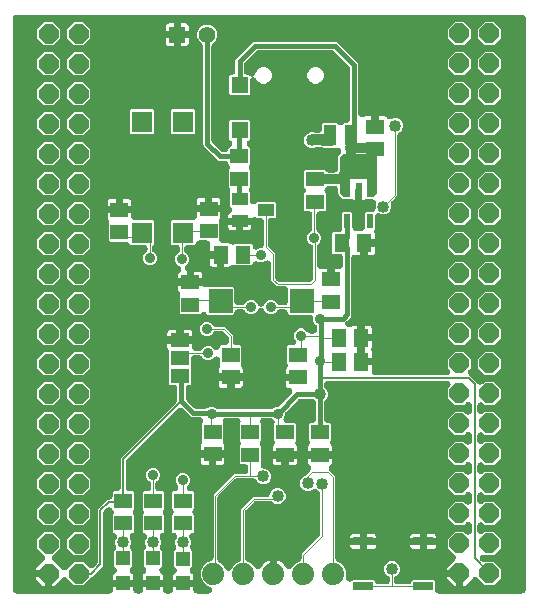
<source format=gbr>
G04 EAGLE Gerber RS-274X export*
G75*
%MOMM*%
%FSLAX34Y34*%
%LPD*%
%INBottom Copper*%
%IPPOS*%
%AMOC8*
5,1,8,0,0,1.08239X$1,22.5*%
G01*
%ADD10R,1.300000X1.500000*%
%ADD11R,1.500000X1.300000*%
%ADD12C,1.879600*%
%ADD13R,2.032000X2.032000*%
%ADD14R,0.550000X1.200000*%
%ADD15R,1.409600X1.409600*%
%ADD16C,1.409600*%
%ADD17R,1.400000X1.400000*%
%ADD18P,1.759533X8X292.500000*%
%ADD19R,1.400000X1.000000*%
%ADD20R,1.020000X1.780000*%
%ADD21R,1.778000X1.778000*%
%ADD22R,1.600200X1.168400*%
%ADD23R,1.200000X1.200000*%
%ADD24R,1.651000X0.762000*%
%ADD25C,0.050800*%
%ADD26C,1.016000*%
%ADD27C,0.889000*%
%ADD28C,0.406400*%
%ADD29C,0.025400*%
%ADD30C,0.152400*%
%ADD31C,0.812800*%

G36*
X85008Y2293D02*
X85008Y2293D01*
X85084Y2291D01*
X85253Y2313D01*
X85424Y2327D01*
X85498Y2345D01*
X85573Y2355D01*
X85737Y2404D01*
X85903Y2445D01*
X85972Y2475D01*
X86046Y2497D01*
X86199Y2573D01*
X86356Y2640D01*
X86420Y2681D01*
X86489Y2714D01*
X86628Y2813D01*
X86772Y2905D01*
X86829Y2956D01*
X86891Y3000D01*
X87012Y3120D01*
X87140Y3234D01*
X87188Y3293D01*
X87242Y3347D01*
X87343Y3485D01*
X87450Y3618D01*
X87487Y3684D01*
X87532Y3745D01*
X87609Y3898D01*
X87694Y4046D01*
X87720Y4118D01*
X87755Y4186D01*
X87806Y4349D01*
X87865Y4509D01*
X87880Y4584D01*
X87903Y4656D01*
X87915Y4761D01*
X87960Y4993D01*
X87967Y5229D01*
X87979Y5334D01*
X87979Y7916D01*
X96520Y7916D01*
X105061Y7916D01*
X105061Y5334D01*
X105067Y5258D01*
X105065Y5182D01*
X105087Y5013D01*
X105101Y4842D01*
X105119Y4768D01*
X105129Y4693D01*
X105178Y4529D01*
X105219Y4363D01*
X105249Y4294D01*
X105271Y4220D01*
X105347Y4067D01*
X105414Y3910D01*
X105455Y3846D01*
X105488Y3777D01*
X105587Y3638D01*
X105679Y3494D01*
X105730Y3437D01*
X105774Y3375D01*
X105894Y3254D01*
X106008Y3126D01*
X106067Y3078D01*
X106121Y3024D01*
X106259Y2923D01*
X106392Y2816D01*
X106458Y2779D01*
X106519Y2734D01*
X106672Y2657D01*
X106820Y2572D01*
X106892Y2546D01*
X106960Y2511D01*
X107123Y2460D01*
X107283Y2401D01*
X107358Y2386D01*
X107430Y2363D01*
X107535Y2351D01*
X107767Y2306D01*
X108003Y2299D01*
X108108Y2287D01*
X110078Y2287D01*
X110154Y2293D01*
X110230Y2291D01*
X110399Y2313D01*
X110570Y2327D01*
X110644Y2345D01*
X110719Y2355D01*
X110883Y2404D01*
X111049Y2445D01*
X111118Y2475D01*
X111192Y2497D01*
X111345Y2573D01*
X111502Y2640D01*
X111566Y2681D01*
X111635Y2714D01*
X111774Y2813D01*
X111918Y2905D01*
X111975Y2956D01*
X112037Y3000D01*
X112158Y3120D01*
X112286Y3234D01*
X112334Y3293D01*
X112388Y3347D01*
X112489Y3485D01*
X112596Y3618D01*
X112633Y3684D01*
X112678Y3745D01*
X112755Y3898D01*
X112840Y4046D01*
X112866Y4118D01*
X112901Y4186D01*
X112952Y4349D01*
X113011Y4509D01*
X113026Y4584D01*
X113049Y4656D01*
X113061Y4761D01*
X113106Y4993D01*
X113113Y5229D01*
X113125Y5334D01*
X113125Y7916D01*
X121666Y7916D01*
X130207Y7916D01*
X130207Y5334D01*
X130213Y5258D01*
X130211Y5182D01*
X130233Y5013D01*
X130247Y4842D01*
X130265Y4768D01*
X130275Y4693D01*
X130324Y4529D01*
X130365Y4363D01*
X130395Y4294D01*
X130417Y4220D01*
X130493Y4067D01*
X130560Y3910D01*
X130601Y3846D01*
X130634Y3777D01*
X130733Y3638D01*
X130825Y3494D01*
X130876Y3437D01*
X130920Y3375D01*
X131040Y3254D01*
X131154Y3126D01*
X131213Y3078D01*
X131267Y3024D01*
X131405Y2923D01*
X131538Y2816D01*
X131604Y2779D01*
X131665Y2734D01*
X131818Y2657D01*
X131966Y2572D01*
X132038Y2546D01*
X132106Y2511D01*
X132269Y2460D01*
X132429Y2401D01*
X132504Y2386D01*
X132576Y2363D01*
X132681Y2351D01*
X132913Y2306D01*
X133149Y2299D01*
X133254Y2287D01*
X135732Y2287D01*
X135808Y2293D01*
X135884Y2291D01*
X136053Y2313D01*
X136224Y2327D01*
X136298Y2345D01*
X136373Y2355D01*
X136537Y2404D01*
X136703Y2445D01*
X136772Y2475D01*
X136846Y2497D01*
X136999Y2573D01*
X137156Y2640D01*
X137220Y2681D01*
X137289Y2714D01*
X137428Y2813D01*
X137572Y2905D01*
X137629Y2956D01*
X137691Y3000D01*
X137812Y3120D01*
X137940Y3234D01*
X137988Y3293D01*
X138042Y3347D01*
X138143Y3485D01*
X138250Y3618D01*
X138287Y3684D01*
X138332Y3745D01*
X138409Y3898D01*
X138494Y4046D01*
X138520Y4118D01*
X138555Y4186D01*
X138606Y4349D01*
X138665Y4509D01*
X138680Y4584D01*
X138703Y4656D01*
X138715Y4761D01*
X138760Y4993D01*
X138767Y5229D01*
X138779Y5334D01*
X138779Y7789D01*
X147320Y7789D01*
X155861Y7789D01*
X155861Y5334D01*
X155867Y5258D01*
X155865Y5182D01*
X155887Y5013D01*
X155901Y4842D01*
X155919Y4768D01*
X155929Y4693D01*
X155978Y4529D01*
X156019Y4363D01*
X156049Y4294D01*
X156071Y4220D01*
X156147Y4067D01*
X156214Y3910D01*
X156255Y3846D01*
X156288Y3777D01*
X156387Y3638D01*
X156479Y3494D01*
X156530Y3437D01*
X156574Y3375D01*
X156694Y3254D01*
X156808Y3126D01*
X156867Y3078D01*
X156921Y3024D01*
X157059Y2923D01*
X157192Y2816D01*
X157258Y2779D01*
X157319Y2734D01*
X157472Y2657D01*
X157620Y2572D01*
X157692Y2546D01*
X157760Y2511D01*
X157923Y2460D01*
X158083Y2401D01*
X158158Y2386D01*
X158230Y2363D01*
X158335Y2351D01*
X158567Y2306D01*
X158803Y2299D01*
X158908Y2287D01*
X168906Y2287D01*
X169048Y2298D01*
X169190Y2300D01*
X169293Y2318D01*
X169398Y2327D01*
X169536Y2361D01*
X169676Y2386D01*
X169775Y2420D01*
X169876Y2445D01*
X170007Y2502D01*
X170142Y2549D01*
X170234Y2599D01*
X170330Y2640D01*
X170450Y2716D01*
X170575Y2785D01*
X170658Y2849D01*
X170746Y2905D01*
X170852Y3000D01*
X170965Y3087D01*
X171036Y3164D01*
X171114Y3234D01*
X171203Y3345D01*
X171300Y3449D01*
X171358Y3536D01*
X171424Y3618D01*
X171494Y3741D01*
X171573Y3860D01*
X171616Y3956D01*
X171668Y4046D01*
X171717Y4180D01*
X171776Y4310D01*
X171803Y4411D01*
X171839Y4509D01*
X171867Y4649D01*
X171904Y4786D01*
X171914Y4890D01*
X171934Y4993D01*
X171938Y5135D01*
X171953Y5277D01*
X171946Y5382D01*
X171949Y5486D01*
X171931Y5627D01*
X171922Y5770D01*
X171899Y5871D01*
X171885Y5975D01*
X171844Y6112D01*
X171812Y6251D01*
X171773Y6347D01*
X171742Y6447D01*
X171680Y6576D01*
X171626Y6708D01*
X171572Y6797D01*
X171526Y6891D01*
X171443Y7007D01*
X171369Y7128D01*
X171301Y7208D01*
X171240Y7293D01*
X171140Y7394D01*
X171047Y7502D01*
X170967Y7570D01*
X170893Y7644D01*
X170778Y7728D01*
X170669Y7819D01*
X170600Y7857D01*
X170495Y7934D01*
X170107Y8130D01*
X170072Y8149D01*
X166724Y9536D01*
X163651Y12609D01*
X161988Y16623D01*
X161988Y20969D01*
X163651Y24983D01*
X166724Y28056D01*
X171092Y29865D01*
X171286Y29965D01*
X171483Y30061D01*
X171506Y30077D01*
X171531Y30090D01*
X171707Y30220D01*
X171885Y30346D01*
X171905Y30366D01*
X171928Y30383D01*
X172081Y30540D01*
X172236Y30693D01*
X172253Y30716D01*
X172273Y30736D01*
X172398Y30916D01*
X172526Y31092D01*
X172539Y31117D01*
X172556Y31141D01*
X172651Y31338D01*
X172749Y31532D01*
X172757Y31559D01*
X172770Y31585D01*
X172831Y31794D01*
X172897Y32003D01*
X172900Y32026D01*
X172909Y32058D01*
X172970Y32548D01*
X172967Y32628D01*
X172973Y32681D01*
X172973Y85901D01*
X190197Y103125D01*
X199390Y103125D01*
X199466Y103131D01*
X199542Y103129D01*
X199711Y103151D01*
X199882Y103165D01*
X199956Y103183D01*
X200031Y103193D01*
X200195Y103242D01*
X200361Y103283D01*
X200430Y103313D01*
X200504Y103335D01*
X200657Y103411D01*
X200814Y103478D01*
X200878Y103519D01*
X200947Y103552D01*
X201086Y103651D01*
X201230Y103743D01*
X201287Y103794D01*
X201349Y103838D01*
X201470Y103958D01*
X201598Y104072D01*
X201646Y104131D01*
X201700Y104185D01*
X201801Y104323D01*
X201908Y104456D01*
X201945Y104522D01*
X201990Y104583D01*
X202067Y104736D01*
X202152Y104884D01*
X202178Y104956D01*
X202213Y105024D01*
X202264Y105187D01*
X202323Y105347D01*
X202338Y105422D01*
X202361Y105494D01*
X202373Y105599D01*
X202418Y105831D01*
X202425Y106067D01*
X202437Y106172D01*
X202437Y108841D01*
X202431Y108917D01*
X202433Y108993D01*
X202411Y109162D01*
X202397Y109333D01*
X202379Y109407D01*
X202369Y109482D01*
X202320Y109646D01*
X202279Y109812D01*
X202249Y109881D01*
X202227Y109955D01*
X202152Y110108D01*
X202084Y110265D01*
X202043Y110329D01*
X202010Y110398D01*
X201911Y110537D01*
X201819Y110681D01*
X201768Y110738D01*
X201724Y110800D01*
X201604Y110921D01*
X201490Y111049D01*
X201431Y111097D01*
X201377Y111151D01*
X201239Y111252D01*
X201106Y111359D01*
X201040Y111396D01*
X200979Y111441D01*
X200826Y111518D01*
X200678Y111603D01*
X200606Y111629D01*
X200538Y111664D01*
X200375Y111715D01*
X200215Y111774D01*
X200140Y111789D01*
X200068Y111812D01*
X199963Y111824D01*
X199731Y111869D01*
X199495Y111876D01*
X199390Y111888D01*
X195957Y111888D01*
X195064Y112781D01*
X195064Y127045D01*
X195278Y127258D01*
X195327Y127316D01*
X195383Y127368D01*
X195487Y127504D01*
X195597Y127634D01*
X195637Y127699D01*
X195683Y127760D01*
X195764Y127910D01*
X195852Y128057D01*
X195880Y128128D01*
X195916Y128195D01*
X195972Y128356D01*
X196035Y128515D01*
X196052Y128589D01*
X196076Y128661D01*
X196105Y128830D01*
X196142Y128996D01*
X196146Y129073D01*
X196159Y129148D01*
X196160Y129318D01*
X196170Y129489D01*
X196161Y129565D01*
X196162Y129641D01*
X196135Y129810D01*
X196117Y129980D01*
X196097Y130053D01*
X196085Y130128D01*
X196032Y130291D01*
X195987Y130455D01*
X195955Y130524D01*
X195931Y130597D01*
X195852Y130749D01*
X195781Y130904D01*
X195738Y130967D01*
X195703Y131035D01*
X195638Y131117D01*
X195506Y131313D01*
X195344Y131485D01*
X195278Y131568D01*
X195064Y131781D01*
X195064Y146061D01*
X195131Y146144D01*
X195266Y146303D01*
X195286Y146336D01*
X195310Y146366D01*
X195413Y146547D01*
X195521Y146726D01*
X195535Y146761D01*
X195554Y146794D01*
X195627Y146990D01*
X195704Y147184D01*
X195712Y147221D01*
X195726Y147257D01*
X195766Y147461D01*
X195811Y147665D01*
X195813Y147704D01*
X195820Y147741D01*
X195827Y147949D01*
X195839Y148158D01*
X195835Y148196D01*
X195836Y148234D01*
X195809Y148440D01*
X195786Y148649D01*
X195776Y148685D01*
X195771Y148723D01*
X195711Y148924D01*
X195656Y149124D01*
X195640Y149159D01*
X195629Y149196D01*
X195537Y149383D01*
X195450Y149573D01*
X195429Y149604D01*
X195412Y149639D01*
X195292Y149808D01*
X195175Y149982D01*
X195148Y150010D01*
X195126Y150041D01*
X194980Y150189D01*
X194837Y150342D01*
X194807Y150365D01*
X194780Y150392D01*
X194611Y150515D01*
X194445Y150642D01*
X194412Y150660D01*
X194381Y150682D01*
X194195Y150776D01*
X194011Y150875D01*
X193975Y150887D01*
X193941Y150905D01*
X193741Y150967D01*
X193544Y151035D01*
X193507Y151041D01*
X193470Y151053D01*
X193377Y151063D01*
X193058Y151118D01*
X192886Y151119D01*
X192792Y151129D01*
X183826Y151129D01*
X183788Y151126D01*
X183750Y151128D01*
X183541Y151106D01*
X183334Y151089D01*
X183297Y151080D01*
X183259Y151076D01*
X183058Y151021D01*
X182855Y150971D01*
X182820Y150955D01*
X182783Y150945D01*
X182594Y150858D01*
X182402Y150776D01*
X182370Y150756D01*
X182335Y150740D01*
X182161Y150623D01*
X181986Y150511D01*
X181957Y150486D01*
X181926Y150464D01*
X181774Y150321D01*
X181618Y150182D01*
X181594Y150152D01*
X181566Y150126D01*
X181439Y149961D01*
X181308Y149798D01*
X181289Y149765D01*
X181266Y149735D01*
X181167Y149551D01*
X181064Y149370D01*
X181051Y149334D01*
X181033Y149300D01*
X180965Y149103D01*
X180892Y148907D01*
X180885Y148870D01*
X180873Y148834D01*
X180838Y148627D01*
X180798Y148423D01*
X180796Y148385D01*
X180790Y148347D01*
X180789Y148138D01*
X180782Y147930D01*
X180787Y147892D01*
X180787Y147854D01*
X180819Y147648D01*
X180847Y147441D01*
X180858Y147404D01*
X180864Y147367D01*
X180929Y147169D01*
X180989Y146969D01*
X181006Y146934D01*
X181018Y146898D01*
X181114Y146713D01*
X181173Y146594D01*
X181173Y131984D01*
X181103Y131869D01*
X181075Y131798D01*
X181039Y131731D01*
X180984Y131569D01*
X180920Y131411D01*
X180904Y131336D01*
X180879Y131264D01*
X180850Y131096D01*
X180814Y130929D01*
X180809Y130853D01*
X180796Y130778D01*
X180795Y130607D01*
X180786Y130436D01*
X180794Y130360D01*
X180793Y130284D01*
X180820Y130116D01*
X180838Y129946D01*
X180858Y129872D01*
X180870Y129797D01*
X180924Y129634D01*
X180969Y129470D01*
X181000Y129401D01*
X181024Y129328D01*
X181103Y129177D01*
X181174Y129022D01*
X181217Y128958D01*
X181252Y128891D01*
X181318Y128809D01*
X181450Y128612D01*
X181612Y128440D01*
X181678Y128358D01*
X181681Y128354D01*
X182016Y127775D01*
X182189Y127129D01*
X182189Y123543D01*
X172350Y123543D01*
X172274Y123537D01*
X172198Y123539D01*
X172121Y123529D01*
X172051Y123531D01*
X171946Y123543D01*
X162107Y123543D01*
X162107Y127129D01*
X162280Y127775D01*
X162615Y128354D01*
X162618Y128358D01*
X162668Y128416D01*
X162723Y128468D01*
X162827Y128603D01*
X162938Y128733D01*
X162977Y128799D01*
X163024Y128859D01*
X163104Y129010D01*
X163193Y129156D01*
X163221Y129227D01*
X163257Y129294D01*
X163312Y129456D01*
X163376Y129614D01*
X163392Y129689D01*
X163417Y129761D01*
X163446Y129929D01*
X163482Y130096D01*
X163487Y130172D01*
X163500Y130247D01*
X163501Y130418D01*
X163510Y130588D01*
X163502Y130664D01*
X163503Y130741D01*
X163476Y130909D01*
X163458Y131079D01*
X163438Y131152D01*
X163426Y131228D01*
X163373Y131390D01*
X163327Y131555D01*
X163295Y131624D01*
X163272Y131696D01*
X163193Y131848D01*
X163123Y131999D01*
X163123Y146426D01*
X163133Y146435D01*
X163144Y146449D01*
X163151Y146454D01*
X163162Y146468D01*
X163186Y146490D01*
X163317Y146652D01*
X163452Y146811D01*
X163472Y146844D01*
X163496Y146874D01*
X163599Y147055D01*
X163707Y147234D01*
X163721Y147269D01*
X163740Y147302D01*
X163813Y147498D01*
X163890Y147692D01*
X163898Y147729D01*
X163912Y147765D01*
X163952Y147969D01*
X163997Y148173D01*
X163999Y148212D01*
X164006Y148249D01*
X164013Y148457D01*
X164025Y148666D01*
X164021Y148704D01*
X164022Y148742D01*
X163995Y148948D01*
X163972Y149157D01*
X163962Y149193D01*
X163957Y149231D01*
X163897Y149431D01*
X163842Y149632D01*
X163826Y149667D01*
X163815Y149704D01*
X163723Y149891D01*
X163636Y150081D01*
X163615Y150112D01*
X163598Y150147D01*
X163478Y150316D01*
X163361Y150490D01*
X163334Y150518D01*
X163312Y150549D01*
X163166Y150697D01*
X163023Y150850D01*
X162993Y150873D01*
X162966Y150900D01*
X162797Y151023D01*
X162631Y151150D01*
X162598Y151168D01*
X162567Y151190D01*
X162380Y151284D01*
X162197Y151383D01*
X162161Y151395D01*
X162127Y151413D01*
X161927Y151475D01*
X161730Y151543D01*
X161693Y151549D01*
X161656Y151561D01*
X161563Y151571D01*
X161244Y151626D01*
X161072Y151627D01*
X160978Y151637D01*
X154995Y151637D01*
X153687Y152179D01*
X147053Y158813D01*
X146995Y158863D01*
X146942Y158918D01*
X146807Y159022D01*
X146677Y159133D01*
X146611Y159172D01*
X146551Y159218D01*
X146401Y159299D01*
X146254Y159387D01*
X146184Y159416D01*
X146116Y159452D01*
X145955Y159507D01*
X145796Y159570D01*
X145722Y159587D01*
X145650Y159612D01*
X145481Y159640D01*
X145314Y159677D01*
X145238Y159682D01*
X145163Y159694D01*
X144992Y159695D01*
X144822Y159705D01*
X144746Y159697D01*
X144670Y159697D01*
X144501Y159671D01*
X144331Y159653D01*
X144258Y159633D01*
X144183Y159621D01*
X144020Y159567D01*
X143856Y159522D01*
X143786Y159490D01*
X143714Y159466D01*
X143563Y159388D01*
X143407Y159316D01*
X143344Y159274D01*
X143276Y159239D01*
X143194Y159173D01*
X142998Y159041D01*
X142825Y158879D01*
X142743Y158813D01*
X99698Y115768D01*
X99624Y115681D01*
X99543Y115601D01*
X99465Y115494D01*
X99379Y115392D01*
X99320Y115295D01*
X99253Y115202D01*
X99193Y115084D01*
X99124Y114970D01*
X99082Y114864D01*
X99030Y114762D01*
X98990Y114635D01*
X98941Y114512D01*
X98916Y114400D01*
X98882Y114291D01*
X98872Y114198D01*
X98834Y114030D01*
X98816Y113706D01*
X98806Y113614D01*
X98806Y91754D01*
X98812Y91678D01*
X98810Y91602D01*
X98832Y91433D01*
X98846Y91262D01*
X98864Y91188D01*
X98874Y91113D01*
X98923Y90949D01*
X98964Y90783D01*
X98994Y90714D01*
X99016Y90640D01*
X99092Y90487D01*
X99159Y90330D01*
X99200Y90266D01*
X99233Y90197D01*
X99332Y90058D01*
X99424Y89914D01*
X99475Y89857D01*
X99519Y89795D01*
X99639Y89674D01*
X99753Y89546D01*
X99812Y89498D01*
X99866Y89444D01*
X100004Y89343D01*
X100137Y89236D01*
X100203Y89199D01*
X100264Y89154D01*
X100417Y89077D01*
X100565Y88992D01*
X100637Y88966D01*
X100705Y88931D01*
X100868Y88880D01*
X101028Y88821D01*
X101103Y88806D01*
X101175Y88783D01*
X101280Y88771D01*
X101512Y88726D01*
X101748Y88719D01*
X101853Y88707D01*
X104651Y88707D01*
X105544Y87814D01*
X105544Y73550D01*
X105330Y73337D01*
X105281Y73279D01*
X105225Y73226D01*
X105121Y73091D01*
X105011Y72961D01*
X104971Y72895D01*
X104925Y72835D01*
X104844Y72685D01*
X104756Y72538D01*
X104728Y72467D01*
X104692Y72400D01*
X104636Y72239D01*
X104573Y72080D01*
X104556Y72006D01*
X104532Y71934D01*
X104503Y71765D01*
X104466Y71598D01*
X104462Y71522D01*
X104449Y71447D01*
X104448Y71276D01*
X104438Y71106D01*
X104447Y71030D01*
X104446Y70954D01*
X104473Y70785D01*
X104491Y70615D01*
X104511Y70542D01*
X104523Y70467D01*
X104576Y70304D01*
X104621Y70140D01*
X104653Y70070D01*
X104677Y69998D01*
X104756Y69847D01*
X104827Y69691D01*
X104870Y69628D01*
X104905Y69560D01*
X104970Y69478D01*
X105102Y69282D01*
X105264Y69109D01*
X105330Y69027D01*
X105544Y68814D01*
X105544Y54550D01*
X104631Y53638D01*
X104581Y53636D01*
X104516Y53623D01*
X104450Y53617D01*
X104275Y53574D01*
X104098Y53538D01*
X104036Y53515D01*
X103971Y53499D01*
X103805Y53427D01*
X103636Y53364D01*
X103579Y53330D01*
X103518Y53304D01*
X103366Y53207D01*
X103209Y53117D01*
X103158Y53075D01*
X103102Y53039D01*
X102967Y52919D01*
X102827Y52804D01*
X102783Y52755D01*
X102734Y52710D01*
X102620Y52570D01*
X102501Y52435D01*
X102466Y52378D01*
X102424Y52326D01*
X102335Y52170D01*
X102239Y52017D01*
X102213Y51955D01*
X102180Y51898D01*
X102117Y51728D01*
X102047Y51562D01*
X102031Y51498D01*
X102008Y51435D01*
X101974Y51258D01*
X101931Y51083D01*
X101926Y51016D01*
X101914Y50951D01*
X101908Y50771D01*
X101895Y50591D01*
X101900Y50524D01*
X101898Y50458D01*
X101922Y50279D01*
X101938Y50099D01*
X101952Y50049D01*
X101963Y49969D01*
X102105Y49497D01*
X102120Y49466D01*
X102126Y49444D01*
X103125Y47034D01*
X103125Y44406D01*
X102471Y42828D01*
X102404Y42621D01*
X102333Y42414D01*
X102329Y42386D01*
X102320Y42359D01*
X102287Y42143D01*
X102251Y41928D01*
X102251Y41899D01*
X102246Y41871D01*
X102249Y41653D01*
X102248Y41434D01*
X102252Y41406D01*
X102253Y41378D01*
X102290Y41163D01*
X102324Y40947D01*
X102333Y40920D01*
X102338Y40892D01*
X102410Y40686D01*
X102479Y40478D01*
X102492Y40453D01*
X102501Y40426D01*
X102605Y40235D01*
X102706Y40041D01*
X102721Y40022D01*
X102737Y39993D01*
X103040Y39604D01*
X103099Y39549D01*
X103132Y39508D01*
X104045Y38595D01*
X104045Y25331D01*
X102849Y24136D01*
X102702Y23963D01*
X102552Y23791D01*
X102542Y23775D01*
X102530Y23760D01*
X102412Y23564D01*
X102292Y23371D01*
X102285Y23354D01*
X102275Y23338D01*
X102190Y23125D01*
X102104Y22915D01*
X102099Y22897D01*
X102092Y22879D01*
X102043Y22656D01*
X101991Y22435D01*
X101990Y22416D01*
X101985Y22398D01*
X101973Y22169D01*
X101957Y21943D01*
X101959Y21924D01*
X101958Y21905D01*
X101982Y21679D01*
X102003Y21452D01*
X102008Y21433D01*
X102010Y21415D01*
X102070Y21196D01*
X102128Y20974D01*
X102136Y20957D01*
X102141Y20939D01*
X102236Y20732D01*
X102328Y20524D01*
X102338Y20508D01*
X102346Y20491D01*
X102473Y20302D01*
X102598Y20111D01*
X102611Y20097D01*
X102622Y20081D01*
X102777Y19916D01*
X102932Y19747D01*
X102944Y19738D01*
X102960Y19722D01*
X103351Y19421D01*
X103432Y19378D01*
X103480Y19342D01*
X104080Y18996D01*
X104553Y18523D01*
X104888Y17944D01*
X105061Y17298D01*
X105061Y14010D01*
X96520Y14010D01*
X87979Y14010D01*
X87979Y17298D01*
X88152Y17944D01*
X88487Y18523D01*
X88960Y18996D01*
X89560Y19342D01*
X89747Y19472D01*
X89936Y19599D01*
X89950Y19612D01*
X89965Y19623D01*
X90130Y19782D01*
X90296Y19937D01*
X90307Y19952D01*
X90321Y19965D01*
X90458Y20148D01*
X90596Y20328D01*
X90605Y20345D01*
X90616Y20360D01*
X90721Y20562D01*
X90829Y20763D01*
X90835Y20781D01*
X90844Y20798D01*
X90915Y21013D01*
X90989Y21230D01*
X90992Y21248D01*
X90998Y21266D01*
X91033Y21490D01*
X91072Y21716D01*
X91072Y21735D01*
X91075Y21754D01*
X91073Y21979D01*
X91075Y22209D01*
X91072Y22228D01*
X91072Y22247D01*
X91034Y22471D01*
X90998Y22697D01*
X90992Y22715D01*
X90989Y22733D01*
X90915Y22949D01*
X90844Y23165D01*
X90835Y23182D01*
X90829Y23200D01*
X90721Y23401D01*
X90616Y23603D01*
X90606Y23615D01*
X90596Y23635D01*
X90295Y24026D01*
X90228Y24090D01*
X90191Y24136D01*
X88995Y25331D01*
X88995Y38595D01*
X89908Y39508D01*
X90050Y39674D01*
X90194Y39838D01*
X90209Y39862D01*
X90228Y39883D01*
X90340Y40071D01*
X90457Y40256D01*
X90468Y40282D01*
X90482Y40306D01*
X90563Y40509D01*
X90648Y40710D01*
X90655Y40738D01*
X90665Y40764D01*
X90713Y40978D01*
X90764Y41190D01*
X90766Y41218D01*
X90772Y41246D01*
X90784Y41465D01*
X90801Y41682D01*
X90798Y41710D01*
X90800Y41738D01*
X90777Y41956D01*
X90758Y42173D01*
X90751Y42196D01*
X90748Y42229D01*
X90617Y42705D01*
X90583Y42778D01*
X90569Y42828D01*
X89915Y44406D01*
X89915Y47034D01*
X90914Y49444D01*
X90969Y49616D01*
X91032Y49785D01*
X91044Y49850D01*
X91065Y49913D01*
X91092Y50092D01*
X91126Y50269D01*
X91128Y50335D01*
X91138Y50401D01*
X91136Y50582D01*
X91142Y50762D01*
X91133Y50828D01*
X91132Y50895D01*
X91101Y51072D01*
X91077Y51251D01*
X91058Y51315D01*
X91047Y51380D01*
X90987Y51550D01*
X90935Y51724D01*
X90906Y51783D01*
X90884Y51846D01*
X90797Y52005D01*
X90718Y52167D01*
X90680Y52221D01*
X90648Y52279D01*
X90537Y52422D01*
X90432Y52569D01*
X90386Y52616D01*
X90345Y52669D01*
X90212Y52792D01*
X90086Y52920D01*
X90032Y52959D01*
X89983Y53004D01*
X89833Y53104D01*
X89687Y53210D01*
X89628Y53240D01*
X89572Y53277D01*
X89408Y53351D01*
X89247Y53433D01*
X89183Y53453D01*
X89122Y53480D01*
X88948Y53527D01*
X88776Y53581D01*
X88723Y53587D01*
X88646Y53608D01*
X88414Y53631D01*
X87494Y54550D01*
X87494Y68814D01*
X87708Y69027D01*
X87757Y69085D01*
X87813Y69137D01*
X87917Y69273D01*
X88027Y69403D01*
X88067Y69468D01*
X88113Y69529D01*
X88194Y69679D01*
X88282Y69826D01*
X88310Y69897D01*
X88346Y69964D01*
X88402Y70125D01*
X88465Y70284D01*
X88482Y70358D01*
X88506Y70430D01*
X88535Y70599D01*
X88572Y70765D01*
X88576Y70842D01*
X88589Y70917D01*
X88590Y71087D01*
X88600Y71258D01*
X88591Y71334D01*
X88592Y71410D01*
X88565Y71579D01*
X88547Y71749D01*
X88527Y71822D01*
X88515Y71897D01*
X88462Y72060D01*
X88417Y72224D01*
X88385Y72293D01*
X88361Y72366D01*
X88282Y72518D01*
X88211Y72673D01*
X88168Y72736D01*
X88133Y72804D01*
X88068Y72886D01*
X87936Y73082D01*
X87774Y73254D01*
X87708Y73337D01*
X86881Y74163D01*
X86876Y74172D01*
X86851Y74200D01*
X86829Y74232D01*
X86686Y74384D01*
X86547Y74539D01*
X86518Y74563D01*
X86492Y74591D01*
X86326Y74718D01*
X86163Y74849D01*
X86130Y74868D01*
X86100Y74892D01*
X85916Y74990D01*
X85735Y75093D01*
X85699Y75107D01*
X85665Y75125D01*
X85468Y75192D01*
X85272Y75265D01*
X85235Y75272D01*
X85199Y75285D01*
X84992Y75320D01*
X84788Y75360D01*
X84750Y75361D01*
X84712Y75367D01*
X84503Y75369D01*
X84295Y75375D01*
X84257Y75370D01*
X84219Y75370D01*
X84012Y75338D01*
X83806Y75311D01*
X83769Y75300D01*
X83732Y75294D01*
X83533Y75228D01*
X83334Y75168D01*
X83299Y75151D01*
X83263Y75139D01*
X83078Y75043D01*
X82890Y74951D01*
X82859Y74929D01*
X82825Y74912D01*
X82752Y74853D01*
X82488Y74666D01*
X82366Y74545D01*
X82292Y74486D01*
X80395Y72589D01*
X80321Y72502D01*
X80240Y72422D01*
X80162Y72315D01*
X80076Y72213D01*
X80017Y72115D01*
X79950Y72023D01*
X79890Y71905D01*
X79821Y71791D01*
X79779Y71685D01*
X79727Y71583D01*
X79687Y71456D01*
X79638Y71333D01*
X79613Y71221D01*
X79579Y71112D01*
X79569Y71019D01*
X79531Y70851D01*
X79513Y70527D01*
X79503Y70435D01*
X79503Y25977D01*
X70045Y16519D01*
X69941Y16474D01*
X69844Y16413D01*
X69743Y16360D01*
X69669Y16301D01*
X69524Y16209D01*
X69282Y15993D01*
X69210Y15935D01*
X62736Y9461D01*
X54740Y9461D01*
X48911Y15290D01*
X48853Y15339D01*
X48801Y15395D01*
X48666Y15499D01*
X48535Y15609D01*
X48470Y15649D01*
X48410Y15695D01*
X48259Y15776D01*
X48113Y15864D01*
X48042Y15892D01*
X47975Y15928D01*
X47813Y15984D01*
X47655Y16047D01*
X47580Y16063D01*
X47508Y16088D01*
X47340Y16117D01*
X47173Y16154D01*
X47097Y16158D01*
X47022Y16171D01*
X46851Y16172D01*
X46680Y16181D01*
X46605Y16173D01*
X46528Y16174D01*
X46359Y16147D01*
X46190Y16129D01*
X46116Y16109D01*
X46041Y16097D01*
X45879Y16044D01*
X45714Y15999D01*
X45645Y15967D01*
X45572Y15943D01*
X45421Y15864D01*
X45266Y15793D01*
X45202Y15750D01*
X45135Y15715D01*
X45053Y15650D01*
X44856Y15517D01*
X44684Y15356D01*
X44602Y15290D01*
X37757Y8445D01*
X36385Y8445D01*
X36385Y19114D01*
X36379Y19190D01*
X36382Y19266D01*
X36359Y19435D01*
X36345Y19605D01*
X36327Y19679D01*
X36317Y19755D01*
X36268Y19919D01*
X36227Y20084D01*
X36197Y20154D01*
X36175Y20227D01*
X36100Y20381D01*
X36032Y20538D01*
X35991Y20602D01*
X35958Y20670D01*
X35859Y20810D01*
X35767Y20954D01*
X35716Y21010D01*
X35672Y21073D01*
X35552Y21194D01*
X35438Y21322D01*
X35379Y21370D01*
X35331Y21418D01*
X35325Y21424D01*
X35187Y21525D01*
X35054Y21632D01*
X34988Y21670D01*
X34926Y21714D01*
X34774Y21791D01*
X34625Y21876D01*
X34554Y21902D01*
X34486Y21937D01*
X34323Y21988D01*
X34163Y22048D01*
X34088Y22062D01*
X34015Y22085D01*
X33911Y22097D01*
X33679Y22142D01*
X33443Y22150D01*
X33338Y22161D01*
X22669Y22161D01*
X22669Y23533D01*
X29514Y30378D01*
X29563Y30436D01*
X29619Y30488D01*
X29723Y30623D01*
X29833Y30754D01*
X29873Y30819D01*
X29919Y30879D01*
X30000Y31030D01*
X30088Y31176D01*
X30116Y31247D01*
X30152Y31314D01*
X30208Y31476D01*
X30271Y31634D01*
X30287Y31709D01*
X30312Y31781D01*
X30341Y31949D01*
X30378Y32116D01*
X30382Y32192D01*
X30395Y32267D01*
X30396Y32438D01*
X30405Y32608D01*
X30397Y32684D01*
X30398Y32760D01*
X30371Y32929D01*
X30353Y33099D01*
X30333Y33172D01*
X30321Y33248D01*
X30268Y33410D01*
X30223Y33575D01*
X30191Y33644D01*
X30167Y33716D01*
X30088Y33868D01*
X30017Y34023D01*
X29974Y34086D01*
X29939Y34154D01*
X29874Y34236D01*
X29741Y34432D01*
X29580Y34605D01*
X29514Y34687D01*
X23685Y40516D01*
X23685Y48512D01*
X29340Y54167D01*
X37336Y54167D01*
X42991Y48512D01*
X42991Y40516D01*
X37162Y34687D01*
X37113Y34629D01*
X37057Y34577D01*
X36953Y34442D01*
X36843Y34311D01*
X36803Y34246D01*
X36757Y34186D01*
X36676Y34035D01*
X36588Y33889D01*
X36560Y33818D01*
X36524Y33751D01*
X36468Y33589D01*
X36405Y33431D01*
X36389Y33356D01*
X36364Y33284D01*
X36335Y33116D01*
X36298Y32949D01*
X36294Y32873D01*
X36281Y32798D01*
X36280Y32627D01*
X36271Y32456D01*
X36279Y32381D01*
X36278Y32304D01*
X36305Y32135D01*
X36323Y31966D01*
X36343Y31892D01*
X36355Y31817D01*
X36408Y31655D01*
X36453Y31490D01*
X36485Y31421D01*
X36509Y31348D01*
X36588Y31197D01*
X36659Y31042D01*
X36702Y30978D01*
X36737Y30911D01*
X36802Y30829D01*
X36935Y30632D01*
X37097Y30460D01*
X37162Y30378D01*
X44602Y22938D01*
X44660Y22889D01*
X44712Y22833D01*
X44847Y22729D01*
X44978Y22619D01*
X45043Y22579D01*
X45103Y22533D01*
X45254Y22452D01*
X45400Y22364D01*
X45471Y22336D01*
X45538Y22300D01*
X45700Y22244D01*
X45858Y22181D01*
X45932Y22165D01*
X46005Y22140D01*
X46173Y22111D01*
X46340Y22074D01*
X46416Y22070D01*
X46491Y22057D01*
X46662Y22056D01*
X46832Y22047D01*
X46908Y22055D01*
X46984Y22054D01*
X47153Y22081D01*
X47323Y22099D01*
X47396Y22119D01*
X47472Y22131D01*
X47634Y22184D01*
X47799Y22229D01*
X47868Y22261D01*
X47940Y22285D01*
X48092Y22364D01*
X48247Y22435D01*
X48310Y22478D01*
X48378Y22513D01*
X48460Y22579D01*
X48656Y22711D01*
X48829Y22872D01*
X48911Y22938D01*
X54740Y28767D01*
X62736Y28767D01*
X67126Y24377D01*
X67184Y24328D01*
X67236Y24272D01*
X67372Y24168D01*
X67502Y24058D01*
X67567Y24018D01*
X67627Y23972D01*
X67778Y23891D01*
X67924Y23803D01*
X67995Y23775D01*
X68062Y23739D01*
X68224Y23683D01*
X68382Y23620D01*
X68457Y23604D01*
X68529Y23579D01*
X68697Y23550D01*
X68864Y23513D01*
X68940Y23509D01*
X69015Y23496D01*
X69186Y23495D01*
X69357Y23486D01*
X69432Y23494D01*
X69509Y23493D01*
X69678Y23520D01*
X69847Y23538D01*
X69921Y23558D01*
X69996Y23570D01*
X70158Y23623D01*
X70323Y23668D01*
X70392Y23700D01*
X70465Y23724D01*
X70616Y23803D01*
X70771Y23874D01*
X70835Y23917D01*
X70902Y23952D01*
X70984Y24018D01*
X71181Y24150D01*
X71353Y24311D01*
X71435Y24377D01*
X74037Y26979D01*
X74111Y27066D01*
X74192Y27146D01*
X74270Y27253D01*
X74356Y27355D01*
X74415Y27452D01*
X74482Y27545D01*
X74542Y27663D01*
X74611Y27777D01*
X74653Y27883D01*
X74705Y27985D01*
X74745Y28112D01*
X74794Y28235D01*
X74819Y28347D01*
X74853Y28456D01*
X74863Y28549D01*
X74901Y28717D01*
X74919Y29041D01*
X74929Y29133D01*
X74929Y73591D01*
X83127Y81789D01*
X84447Y81789D01*
X84523Y81795D01*
X84599Y81793D01*
X84768Y81815D01*
X84939Y81829D01*
X85013Y81847D01*
X85088Y81857D01*
X85252Y81906D01*
X85418Y81947D01*
X85487Y81977D01*
X85561Y81999D01*
X85714Y82075D01*
X85871Y82142D01*
X85935Y82183D01*
X86004Y82216D01*
X86143Y82315D01*
X86287Y82407D01*
X86344Y82458D01*
X86406Y82502D01*
X86527Y82622D01*
X86655Y82736D01*
X86703Y82795D01*
X86757Y82849D01*
X86858Y82987D01*
X86965Y83120D01*
X87002Y83186D01*
X87047Y83247D01*
X87124Y83400D01*
X87209Y83548D01*
X87235Y83620D01*
X87270Y83688D01*
X87321Y83851D01*
X87380Y84011D01*
X87395Y84086D01*
X87418Y84158D01*
X87430Y84263D01*
X87475Y84495D01*
X87482Y84731D01*
X87494Y84836D01*
X87494Y87814D01*
X88387Y88707D01*
X91185Y88707D01*
X91261Y88713D01*
X91337Y88711D01*
X91506Y88733D01*
X91677Y88747D01*
X91751Y88765D01*
X91826Y88775D01*
X91990Y88824D01*
X92156Y88865D01*
X92225Y88895D01*
X92299Y88917D01*
X92452Y88993D01*
X92609Y89060D01*
X92673Y89101D01*
X92742Y89134D01*
X92881Y89233D01*
X93025Y89325D01*
X93082Y89376D01*
X93144Y89420D01*
X93265Y89540D01*
X93393Y89654D01*
X93441Y89713D01*
X93495Y89767D01*
X93596Y89905D01*
X93703Y90038D01*
X93740Y90104D01*
X93785Y90165D01*
X93862Y90318D01*
X93947Y90466D01*
X93973Y90538D01*
X94008Y90606D01*
X94059Y90769D01*
X94118Y90929D01*
X94133Y91004D01*
X94156Y91076D01*
X94168Y91181D01*
X94213Y91413D01*
X94220Y91649D01*
X94232Y91754D01*
X94232Y116770D01*
X141347Y163885D01*
X141421Y163972D01*
X141502Y164052D01*
X141580Y164159D01*
X141666Y164261D01*
X141725Y164359D01*
X141792Y164451D01*
X141852Y164569D01*
X141921Y164683D01*
X141963Y164789D01*
X142015Y164891D01*
X142055Y165018D01*
X142104Y165141D01*
X142129Y165253D01*
X142163Y165362D01*
X142173Y165455D01*
X142211Y165623D01*
X142229Y165947D01*
X142239Y166039D01*
X142239Y176022D01*
X142234Y176086D01*
X142235Y176132D01*
X142234Y176140D01*
X142235Y176174D01*
X142213Y176343D01*
X142199Y176514D01*
X142181Y176588D01*
X142171Y176663D01*
X142122Y176827D01*
X142081Y176993D01*
X142051Y177062D01*
X142029Y177136D01*
X141953Y177289D01*
X141886Y177446D01*
X141845Y177510D01*
X141812Y177579D01*
X141713Y177718D01*
X141621Y177862D01*
X141570Y177919D01*
X141526Y177981D01*
X141406Y178102D01*
X141292Y178230D01*
X141233Y178278D01*
X141179Y178332D01*
X141041Y178433D01*
X140908Y178540D01*
X140842Y178577D01*
X140781Y178622D01*
X140628Y178699D01*
X140480Y178784D01*
X140408Y178810D01*
X140340Y178845D01*
X140177Y178896D01*
X140017Y178955D01*
X139942Y178970D01*
X139870Y178993D01*
X139765Y179005D01*
X139533Y179050D01*
X139297Y179057D01*
X139192Y179069D01*
X135893Y179069D01*
X135000Y179962D01*
X135000Y207817D01*
X134983Y208025D01*
X134972Y208234D01*
X134963Y208271D01*
X134960Y208309D01*
X134910Y208511D01*
X134865Y208715D01*
X134852Y208744D01*
X134842Y208787D01*
X134647Y209241D01*
X134610Y209299D01*
X134592Y209341D01*
X134157Y210093D01*
X133984Y210739D01*
X133984Y213869D01*
X144526Y213869D01*
X155068Y213869D01*
X155068Y210439D01*
X155074Y210363D01*
X155072Y210287D01*
X155094Y210118D01*
X155108Y209947D01*
X155126Y209873D01*
X155136Y209798D01*
X155185Y209634D01*
X155226Y209468D01*
X155256Y209399D01*
X155278Y209325D01*
X155354Y209172D01*
X155421Y209015D01*
X155462Y208951D01*
X155495Y208882D01*
X155594Y208743D01*
X155686Y208599D01*
X155737Y208542D01*
X155781Y208480D01*
X155901Y208359D01*
X156015Y208231D01*
X156074Y208183D01*
X156128Y208129D01*
X156266Y208028D01*
X156399Y207921D01*
X156465Y207884D01*
X156526Y207839D01*
X156679Y207762D01*
X156827Y207677D01*
X156899Y207651D01*
X156967Y207616D01*
X157130Y207565D01*
X157290Y207506D01*
X157365Y207491D01*
X157437Y207468D01*
X157542Y207456D01*
X157774Y207411D01*
X158010Y207404D01*
X158115Y207392D01*
X160588Y207392D01*
X160806Y207409D01*
X161024Y207423D01*
X161052Y207429D01*
X161080Y207432D01*
X161292Y207484D01*
X161505Y207533D01*
X161531Y207544D01*
X161559Y207550D01*
X161760Y207637D01*
X161962Y207719D01*
X161986Y207734D01*
X162012Y207745D01*
X162196Y207862D01*
X162383Y207976D01*
X162405Y207995D01*
X162428Y208010D01*
X162591Y208155D01*
X162757Y208298D01*
X162775Y208320D01*
X162796Y208339D01*
X162933Y208508D01*
X163074Y208676D01*
X163085Y208697D01*
X163106Y208723D01*
X163323Y209104D01*
X165020Y210801D01*
X167214Y211710D01*
X169590Y211710D01*
X171784Y210801D01*
X173289Y209295D01*
X173318Y209270D01*
X173344Y209242D01*
X173506Y209111D01*
X173665Y208976D01*
X173698Y208956D01*
X173728Y208932D01*
X173909Y208829D01*
X174088Y208721D01*
X174123Y208707D01*
X174156Y208688D01*
X174352Y208615D01*
X174546Y208538D01*
X174583Y208530D01*
X174619Y208516D01*
X174823Y208476D01*
X175027Y208431D01*
X175066Y208429D01*
X175103Y208422D01*
X175311Y208415D01*
X175520Y208404D01*
X175558Y208408D01*
X175596Y208406D01*
X175803Y208434D01*
X176011Y208456D01*
X176047Y208466D01*
X176085Y208471D01*
X176286Y208531D01*
X176486Y208586D01*
X176521Y208602D01*
X176558Y208613D01*
X176745Y208705D01*
X176935Y208792D01*
X176966Y208813D01*
X177001Y208830D01*
X177171Y208951D01*
X177344Y209068D01*
X177372Y209094D01*
X177403Y209116D01*
X177551Y209262D01*
X177704Y209405D01*
X177727Y209436D01*
X177754Y209462D01*
X177877Y209631D01*
X178004Y209797D01*
X178022Y209830D01*
X178044Y209861D01*
X178138Y210048D01*
X178237Y210232D01*
X178249Y210268D01*
X178267Y210302D01*
X178330Y210501D01*
X178397Y210698D01*
X178403Y210736D01*
X178415Y210772D01*
X178425Y210865D01*
X178480Y211185D01*
X178481Y211357D01*
X178491Y211450D01*
X178491Y211704D01*
X179384Y212597D01*
X182753Y212597D01*
X182829Y212603D01*
X182905Y212601D01*
X183074Y212623D01*
X183245Y212637D01*
X183319Y212655D01*
X183394Y212665D01*
X183558Y212714D01*
X183724Y212755D01*
X183793Y212785D01*
X183867Y212807D01*
X184020Y212883D01*
X184177Y212950D01*
X184241Y212991D01*
X184310Y213024D01*
X184449Y213123D01*
X184593Y213215D01*
X184650Y213266D01*
X184712Y213310D01*
X184833Y213430D01*
X184961Y213544D01*
X185009Y213603D01*
X185063Y213657D01*
X185164Y213795D01*
X185271Y213928D01*
X185308Y213994D01*
X185353Y214055D01*
X185430Y214208D01*
X185515Y214356D01*
X185541Y214428D01*
X185576Y214496D01*
X185627Y214659D01*
X185686Y214819D01*
X185701Y214894D01*
X185724Y214966D01*
X185736Y215071D01*
X185781Y215303D01*
X185788Y215539D01*
X185800Y215644D01*
X185800Y218272D01*
X185791Y218385D01*
X185792Y218500D01*
X185771Y218631D01*
X185760Y218763D01*
X185733Y218874D01*
X185715Y218987D01*
X185674Y219113D01*
X185642Y219242D01*
X185597Y219347D01*
X185561Y219456D01*
X185499Y219574D01*
X185447Y219696D01*
X185386Y219792D01*
X185333Y219893D01*
X185274Y219967D01*
X185182Y220112D01*
X184966Y220354D01*
X184908Y220426D01*
X181818Y223516D01*
X181731Y223590D01*
X181651Y223671D01*
X181544Y223749D01*
X181442Y223835D01*
X181344Y223894D01*
X181252Y223961D01*
X181134Y224021D01*
X181020Y224090D01*
X180914Y224132D01*
X180812Y224184D01*
X180685Y224224D01*
X180562Y224273D01*
X180450Y224298D01*
X180341Y224332D01*
X180248Y224342D01*
X180080Y224380D01*
X179756Y224398D01*
X179664Y224408D01*
X174946Y224408D01*
X174728Y224391D01*
X174510Y224377D01*
X174482Y224371D01*
X174454Y224368D01*
X174242Y224316D01*
X174029Y224267D01*
X174003Y224256D01*
X173975Y224250D01*
X173774Y224163D01*
X173572Y224081D01*
X173548Y224066D01*
X173522Y224055D01*
X173338Y223938D01*
X173151Y223824D01*
X173129Y223805D01*
X173106Y223790D01*
X172943Y223645D01*
X172777Y223502D01*
X172759Y223480D01*
X172738Y223461D01*
X172601Y223292D01*
X172460Y223124D01*
X172449Y223103D01*
X172428Y223077D01*
X172211Y222696D01*
X170514Y220999D01*
X168320Y220090D01*
X165944Y220090D01*
X163750Y220999D01*
X162071Y222678D01*
X161162Y224872D01*
X161162Y227248D01*
X162071Y229442D01*
X163750Y231121D01*
X165944Y232030D01*
X168320Y232030D01*
X170514Y231121D01*
X172223Y229411D01*
X172230Y229398D01*
X172326Y229202D01*
X172342Y229179D01*
X172355Y229154D01*
X172485Y228978D01*
X172611Y228800D01*
X172631Y228780D01*
X172648Y228757D01*
X172805Y228604D01*
X172958Y228449D01*
X172981Y228432D01*
X173001Y228413D01*
X173181Y228287D01*
X173357Y228159D01*
X173382Y228146D01*
X173405Y228130D01*
X173603Y228034D01*
X173797Y227936D01*
X173824Y227928D01*
X173850Y227915D01*
X174059Y227854D01*
X174268Y227788D01*
X174291Y227785D01*
X174323Y227776D01*
X174813Y227715D01*
X174893Y227718D01*
X174946Y227712D01*
X182294Y227712D01*
X189104Y220902D01*
X189104Y215644D01*
X189110Y215568D01*
X189108Y215492D01*
X189130Y215323D01*
X189144Y215152D01*
X189162Y215078D01*
X189172Y215003D01*
X189221Y214839D01*
X189262Y214673D01*
X189292Y214604D01*
X189314Y214530D01*
X189390Y214377D01*
X189457Y214220D01*
X189498Y214156D01*
X189531Y214087D01*
X189630Y213948D01*
X189722Y213804D01*
X189773Y213747D01*
X189817Y213685D01*
X189937Y213564D01*
X190051Y213436D01*
X190110Y213388D01*
X190164Y213334D01*
X190302Y213233D01*
X190435Y213126D01*
X190501Y213089D01*
X190562Y213044D01*
X190715Y212967D01*
X190863Y212882D01*
X190935Y212856D01*
X191003Y212821D01*
X191166Y212770D01*
X191326Y212711D01*
X191401Y212696D01*
X191473Y212673D01*
X191578Y212661D01*
X191810Y212616D01*
X192046Y212609D01*
X192151Y212597D01*
X195648Y212597D01*
X196541Y211704D01*
X196541Y197262D01*
X196471Y197147D01*
X196443Y197076D01*
X196407Y197009D01*
X196352Y196847D01*
X196288Y196689D01*
X196272Y196614D01*
X196247Y196542D01*
X196218Y196374D01*
X196182Y196207D01*
X196177Y196131D01*
X196164Y196056D01*
X196163Y195885D01*
X196154Y195714D01*
X196162Y195638D01*
X196161Y195562D01*
X196188Y195394D01*
X196206Y195224D01*
X196226Y195150D01*
X196238Y195075D01*
X196292Y194912D01*
X196337Y194748D01*
X196368Y194679D01*
X196392Y194606D01*
X196471Y194455D01*
X196542Y194300D01*
X196585Y194236D01*
X196620Y194169D01*
X196686Y194087D01*
X196818Y193890D01*
X196980Y193718D01*
X197046Y193636D01*
X197049Y193632D01*
X197384Y193053D01*
X197557Y192407D01*
X197557Y188821D01*
X187718Y188821D01*
X187642Y188815D01*
X187566Y188817D01*
X187489Y188807D01*
X187419Y188809D01*
X187314Y188821D01*
X177475Y188821D01*
X177475Y192407D01*
X177648Y193053D01*
X177983Y193632D01*
X177986Y193636D01*
X178036Y193694D01*
X178091Y193746D01*
X178195Y193881D01*
X178306Y194011D01*
X178345Y194077D01*
X178392Y194137D01*
X178472Y194288D01*
X178561Y194434D01*
X178589Y194505D01*
X178625Y194572D01*
X178680Y194734D01*
X178744Y194892D01*
X178760Y194967D01*
X178785Y195039D01*
X178814Y195207D01*
X178850Y195374D01*
X178855Y195450D01*
X178868Y195525D01*
X178869Y195696D01*
X178878Y195866D01*
X178870Y195942D01*
X178871Y196019D01*
X178844Y196187D01*
X178826Y196357D01*
X178806Y196430D01*
X178794Y196506D01*
X178741Y196668D01*
X178695Y196833D01*
X178663Y196902D01*
X178640Y196974D01*
X178561Y197126D01*
X178491Y197277D01*
X178491Y200030D01*
X178488Y200068D01*
X178490Y200106D01*
X178468Y200314D01*
X178451Y200522D01*
X178442Y200559D01*
X178438Y200597D01*
X178383Y200798D01*
X178333Y201001D01*
X178318Y201036D01*
X178307Y201072D01*
X178220Y201262D01*
X178138Y201454D01*
X178118Y201486D01*
X178102Y201521D01*
X177985Y201694D01*
X177873Y201870D01*
X177848Y201898D01*
X177826Y201930D01*
X177683Y202083D01*
X177544Y202238D01*
X177515Y202262D01*
X177489Y202290D01*
X177323Y202417D01*
X177160Y202548D01*
X177127Y202567D01*
X177097Y202590D01*
X176913Y202689D01*
X176732Y202792D01*
X176696Y202805D01*
X176662Y202823D01*
X176465Y202891D01*
X176269Y202964D01*
X176232Y202971D01*
X176196Y202983D01*
X175989Y203018D01*
X175785Y203058D01*
X175747Y203059D01*
X175709Y203066D01*
X175500Y203067D01*
X175292Y203074D01*
X175254Y203069D01*
X175216Y203069D01*
X175009Y203036D01*
X174803Y203009D01*
X174766Y202998D01*
X174729Y202992D01*
X174530Y202927D01*
X174331Y202867D01*
X174296Y202850D01*
X174260Y202838D01*
X174075Y202741D01*
X173887Y202650D01*
X173856Y202628D01*
X173822Y202610D01*
X173750Y202552D01*
X173485Y202364D01*
X173363Y202243D01*
X173289Y202185D01*
X171784Y200679D01*
X169590Y199770D01*
X167214Y199770D01*
X165020Y200679D01*
X163311Y202389D01*
X163304Y202402D01*
X163208Y202598D01*
X163192Y202621D01*
X163179Y202646D01*
X163049Y202822D01*
X162923Y203000D01*
X162903Y203020D01*
X162886Y203043D01*
X162729Y203196D01*
X162576Y203351D01*
X162553Y203368D01*
X162533Y203387D01*
X162353Y203513D01*
X162177Y203641D01*
X162152Y203654D01*
X162129Y203670D01*
X161931Y203766D01*
X161737Y203864D01*
X161710Y203872D01*
X161684Y203885D01*
X161475Y203946D01*
X161266Y204012D01*
X161243Y204015D01*
X161211Y204024D01*
X160721Y204085D01*
X160641Y204082D01*
X160588Y204088D01*
X157099Y204088D01*
X157023Y204082D01*
X156947Y204084D01*
X156778Y204062D01*
X156607Y204048D01*
X156533Y204030D01*
X156458Y204020D01*
X156294Y203971D01*
X156128Y203930D01*
X156059Y203900D01*
X155985Y203878D01*
X155832Y203802D01*
X155675Y203735D01*
X155611Y203694D01*
X155542Y203661D01*
X155403Y203562D01*
X155259Y203470D01*
X155202Y203419D01*
X155140Y203375D01*
X155019Y203255D01*
X154891Y203141D01*
X154843Y203082D01*
X154789Y203028D01*
X154688Y202890D01*
X154581Y202757D01*
X154544Y202691D01*
X154499Y202630D01*
X154422Y202477D01*
X154337Y202329D01*
X154311Y202257D01*
X154276Y202189D01*
X154225Y202026D01*
X154166Y201866D01*
X154151Y201791D01*
X154128Y201719D01*
X154116Y201614D01*
X154071Y201382D01*
X154064Y201146D01*
X154052Y201041D01*
X154052Y179962D01*
X153159Y179069D01*
X152400Y179069D01*
X152324Y179063D01*
X152248Y179065D01*
X152079Y179043D01*
X151908Y179029D01*
X151834Y179011D01*
X151759Y179001D01*
X151595Y178952D01*
X151429Y178911D01*
X151360Y178881D01*
X151286Y178859D01*
X151133Y178783D01*
X150976Y178716D01*
X150912Y178675D01*
X150843Y178642D01*
X150704Y178543D01*
X150560Y178451D01*
X150503Y178400D01*
X150441Y178356D01*
X150320Y178236D01*
X150192Y178122D01*
X150144Y178063D01*
X150090Y178009D01*
X149989Y177871D01*
X149882Y177738D01*
X149845Y177672D01*
X149800Y177611D01*
X149723Y177458D01*
X149638Y177310D01*
X149612Y177238D01*
X149577Y177170D01*
X149526Y177007D01*
X149467Y176847D01*
X149452Y176772D01*
X149429Y176700D01*
X149417Y176595D01*
X149372Y176363D01*
X149365Y176127D01*
X149353Y176022D01*
X149353Y167835D01*
X149362Y167722D01*
X149361Y167607D01*
X149382Y167476D01*
X149393Y167344D01*
X149420Y167233D01*
X149438Y167120D01*
X149479Y166994D01*
X149511Y166865D01*
X149556Y166760D01*
X149592Y166651D01*
X149654Y166534D01*
X149706Y166412D01*
X149767Y166315D01*
X149820Y166214D01*
X149879Y166140D01*
X149971Y165995D01*
X150187Y165753D01*
X150245Y165681D01*
X156283Y159643D01*
X156370Y159569D01*
X156450Y159488D01*
X156557Y159410D01*
X156659Y159324D01*
X156757Y159265D01*
X156849Y159198D01*
X156967Y159138D01*
X157081Y159069D01*
X157187Y159027D01*
X157289Y158975D01*
X157416Y158935D01*
X157539Y158886D01*
X157651Y158861D01*
X157760Y158827D01*
X157853Y158817D01*
X158021Y158779D01*
X158345Y158761D01*
X158437Y158751D01*
X165694Y158751D01*
X165808Y158760D01*
X165922Y158759D01*
X166053Y158780D01*
X166186Y158791D01*
X166297Y158818D01*
X166409Y158836D01*
X166536Y158877D01*
X166665Y158909D01*
X166769Y158954D01*
X166878Y158990D01*
X166996Y159052D01*
X167118Y159104D01*
X167214Y159165D01*
X167316Y159218D01*
X167389Y159277D01*
X167534Y159369D01*
X167776Y159585D01*
X167849Y159643D01*
X167883Y159678D01*
X170077Y160587D01*
X172453Y160587D01*
X174647Y159678D01*
X175189Y159135D01*
X175276Y159061D01*
X175356Y158980D01*
X175464Y158902D01*
X175565Y158816D01*
X175663Y158757D01*
X175755Y158690D01*
X175874Y158630D01*
X175988Y158561D01*
X176094Y158519D01*
X176196Y158467D01*
X176323Y158427D01*
X176446Y158378D01*
X176557Y158353D01*
X176666Y158319D01*
X176760Y158309D01*
X176927Y158271D01*
X177252Y158253D01*
X177344Y158243D01*
X221436Y158243D01*
X221550Y158252D01*
X221664Y158251D01*
X221795Y158272D01*
X221928Y158283D01*
X222039Y158310D01*
X222151Y158328D01*
X222278Y158369D01*
X222407Y158401D01*
X222511Y158446D01*
X222620Y158482D01*
X222738Y158544D01*
X222860Y158596D01*
X222956Y158657D01*
X223058Y158710D01*
X223131Y158769D01*
X223276Y158861D01*
X223518Y159077D01*
X223591Y159135D01*
X223948Y159493D01*
X226142Y160402D01*
X227008Y160402D01*
X227121Y160411D01*
X227236Y160410D01*
X227367Y160431D01*
X227499Y160442D01*
X227610Y160469D01*
X227723Y160487D01*
X227849Y160528D01*
X227978Y160560D01*
X228083Y160605D01*
X228192Y160641D01*
X228309Y160703D01*
X228431Y160755D01*
X228528Y160816D01*
X228629Y160869D01*
X228703Y160928D01*
X228848Y161020D01*
X229089Y161236D01*
X229162Y161294D01*
X238943Y171075D01*
X238968Y171104D01*
X238996Y171130D01*
X239127Y171292D01*
X239263Y171451D01*
X239283Y171484D01*
X239306Y171514D01*
X239410Y171695D01*
X239517Y171874D01*
X239532Y171909D01*
X239550Y171942D01*
X239623Y172138D01*
X239700Y172332D01*
X239709Y172369D01*
X239722Y172405D01*
X239762Y172610D01*
X239807Y172814D01*
X239809Y172852D01*
X239817Y172889D01*
X239823Y173097D01*
X239835Y173306D01*
X239831Y173344D01*
X239832Y173382D01*
X239805Y173589D01*
X239783Y173797D01*
X239773Y173833D01*
X239768Y173871D01*
X239707Y174071D01*
X239652Y174272D01*
X239636Y174307D01*
X239625Y174344D01*
X239533Y174531D01*
X239446Y174721D01*
X239425Y174753D01*
X239408Y174787D01*
X239288Y174956D01*
X239171Y175130D01*
X239145Y175158D01*
X239123Y175189D01*
X238976Y175337D01*
X238833Y175490D01*
X238803Y175513D01*
X238776Y175540D01*
X238607Y175663D01*
X238442Y175790D01*
X238408Y175808D01*
X238377Y175830D01*
X238191Y175924D01*
X238007Y176023D01*
X237971Y176036D01*
X237937Y176053D01*
X237738Y176115D01*
X237540Y176183D01*
X237503Y176189D01*
X237466Y176201D01*
X237374Y176211D01*
X237054Y176266D01*
X236882Y176267D01*
X236789Y176277D01*
X236767Y176277D01*
X236121Y176450D01*
X235542Y176785D01*
X235069Y177258D01*
X234734Y177837D01*
X234561Y178483D01*
X234561Y182069D01*
X244400Y182069D01*
X244476Y182075D01*
X244552Y182073D01*
X244721Y182095D01*
X244892Y182109D01*
X244965Y182127D01*
X245041Y182137D01*
X245205Y182186D01*
X245370Y182227D01*
X245440Y182257D01*
X245513Y182279D01*
X245667Y182355D01*
X245824Y182422D01*
X245888Y182463D01*
X245956Y182496D01*
X246096Y182595D01*
X246240Y182687D01*
X246297Y182738D01*
X246359Y182782D01*
X246480Y182902D01*
X246608Y183016D01*
X246656Y183075D01*
X246710Y183128D01*
X246810Y183267D01*
X246918Y183399D01*
X246955Y183466D01*
X247000Y183527D01*
X247077Y183680D01*
X247162Y183828D01*
X247188Y183900D01*
X247222Y183968D01*
X247274Y184131D01*
X247333Y184291D01*
X247348Y184365D01*
X247371Y184438D01*
X247383Y184543D01*
X247428Y184775D01*
X247435Y185011D01*
X247447Y185116D01*
X247447Y185520D01*
X247441Y185596D01*
X247443Y185672D01*
X247421Y185841D01*
X247407Y186012D01*
X247389Y186086D01*
X247379Y186161D01*
X247329Y186325D01*
X247288Y186491D01*
X247258Y186560D01*
X247236Y186634D01*
X247161Y186787D01*
X247094Y186944D01*
X247053Y187008D01*
X247019Y187077D01*
X246921Y187216D01*
X246829Y187360D01*
X246778Y187417D01*
X246734Y187479D01*
X246614Y187600D01*
X246500Y187728D01*
X246441Y187776D01*
X246387Y187830D01*
X246249Y187931D01*
X246116Y188038D01*
X246050Y188075D01*
X245988Y188120D01*
X245836Y188197D01*
X245687Y188282D01*
X245616Y188308D01*
X245548Y188343D01*
X245385Y188394D01*
X245225Y188453D01*
X245150Y188468D01*
X245078Y188491D01*
X244973Y188503D01*
X244741Y188548D01*
X244505Y188555D01*
X244400Y188567D01*
X234561Y188567D01*
X234561Y192153D01*
X234734Y192799D01*
X235069Y193378D01*
X235072Y193382D01*
X235122Y193440D01*
X235177Y193492D01*
X235281Y193627D01*
X235392Y193757D01*
X235431Y193823D01*
X235478Y193883D01*
X235558Y194034D01*
X235647Y194180D01*
X235675Y194251D01*
X235711Y194318D01*
X235766Y194480D01*
X235830Y194638D01*
X235846Y194713D01*
X235871Y194785D01*
X235900Y194953D01*
X235936Y195120D01*
X235941Y195196D01*
X235954Y195271D01*
X235955Y195442D01*
X235964Y195612D01*
X235956Y195688D01*
X235957Y195765D01*
X235930Y195933D01*
X235912Y196103D01*
X235892Y196176D01*
X235880Y196252D01*
X235827Y196414D01*
X235781Y196579D01*
X235749Y196648D01*
X235726Y196720D01*
X235647Y196872D01*
X235577Y197023D01*
X235577Y211450D01*
X236470Y212343D01*
X239853Y212343D01*
X239891Y212346D01*
X239929Y212344D01*
X240137Y212366D01*
X240345Y212383D01*
X240382Y212392D01*
X240420Y212396D01*
X240621Y212451D01*
X240824Y212501D01*
X240859Y212516D01*
X240896Y212527D01*
X241085Y212614D01*
X241277Y212696D01*
X241309Y212716D01*
X241344Y212732D01*
X241517Y212849D01*
X241693Y212961D01*
X241722Y212986D01*
X241753Y213008D01*
X241905Y213150D01*
X242061Y213290D01*
X242085Y213320D01*
X242113Y213346D01*
X242240Y213511D01*
X242371Y213674D01*
X242390Y213707D01*
X242413Y213737D01*
X242512Y213921D01*
X242615Y214102D01*
X242628Y214138D01*
X242646Y214172D01*
X242714Y214368D01*
X242787Y214565D01*
X242794Y214602D01*
X242806Y214639D01*
X242841Y214844D01*
X242881Y215049D01*
X242882Y215087D01*
X242889Y215125D01*
X242890Y215334D01*
X242897Y215542D01*
X242892Y215580D01*
X242892Y215618D01*
X242859Y215824D01*
X242832Y216031D01*
X242821Y216068D01*
X242815Y216106D01*
X242750Y216303D01*
X242690Y216503D01*
X242673Y216538D01*
X242661Y216574D01*
X242565Y216759D01*
X242473Y216947D01*
X242451Y216978D01*
X242433Y217012D01*
X242375Y217085D01*
X242233Y217285D01*
X241299Y219538D01*
X241299Y221914D01*
X242208Y224108D01*
X243887Y225787D01*
X246081Y226696D01*
X248457Y226696D01*
X250651Y225787D01*
X252360Y224077D01*
X252367Y224064D01*
X252463Y223868D01*
X252479Y223845D01*
X252492Y223820D01*
X252622Y223644D01*
X252748Y223466D01*
X252768Y223446D01*
X252785Y223423D01*
X252942Y223270D01*
X253095Y223115D01*
X253118Y223098D01*
X253138Y223079D01*
X253318Y222953D01*
X253494Y222825D01*
X253519Y222812D01*
X253542Y222796D01*
X253740Y222700D01*
X253934Y222602D01*
X253961Y222594D01*
X253987Y222581D01*
X254196Y222520D01*
X254405Y222454D01*
X254428Y222451D01*
X254460Y222442D01*
X254950Y222381D01*
X255030Y222384D01*
X255083Y222378D01*
X257556Y222378D01*
X257632Y222384D01*
X257708Y222382D01*
X257877Y222404D01*
X258048Y222418D01*
X258122Y222436D01*
X258197Y222446D01*
X258361Y222495D01*
X258527Y222536D01*
X258596Y222566D01*
X258670Y222588D01*
X258823Y222664D01*
X258980Y222731D01*
X259044Y222772D01*
X259113Y222805D01*
X259252Y222904D01*
X259396Y222996D01*
X259453Y223047D01*
X259515Y223091D01*
X259636Y223211D01*
X259764Y223325D01*
X259812Y223384D01*
X259866Y223438D01*
X259967Y223576D01*
X260074Y223709D01*
X260111Y223775D01*
X260156Y223836D01*
X260233Y223989D01*
X260318Y224137D01*
X260344Y224209D01*
X260379Y224277D01*
X260430Y224440D01*
X260489Y224600D01*
X260504Y224675D01*
X260527Y224747D01*
X260539Y224852D01*
X260584Y225084D01*
X260591Y225320D01*
X260603Y225425D01*
X260603Y227786D01*
X260597Y227861D01*
X260599Y227935D01*
X260594Y227973D01*
X260595Y228014D01*
X260574Y228145D01*
X260563Y228278D01*
X260544Y228355D01*
X260535Y228424D01*
X260525Y228458D01*
X260518Y228501D01*
X260477Y228628D01*
X260445Y228757D01*
X260412Y228833D01*
X260393Y228897D01*
X260379Y228925D01*
X260364Y228970D01*
X260302Y229088D01*
X260250Y229210D01*
X260203Y229284D01*
X260176Y229340D01*
X260159Y229363D01*
X260136Y229408D01*
X260077Y229481D01*
X259985Y229626D01*
X259925Y229694D01*
X259890Y229742D01*
X259797Y229837D01*
X259769Y229868D01*
X259711Y229941D01*
X258083Y231568D01*
X257174Y233762D01*
X257174Y235458D01*
X257168Y235534D01*
X257170Y235610D01*
X257148Y235779D01*
X257134Y235950D01*
X257116Y236024D01*
X257106Y236099D01*
X257057Y236263D01*
X257016Y236429D01*
X256986Y236498D01*
X256964Y236572D01*
X256888Y236725D01*
X256821Y236882D01*
X256780Y236946D01*
X256747Y237015D01*
X256648Y237154D01*
X256556Y237298D01*
X256505Y237355D01*
X256461Y237417D01*
X256341Y237538D01*
X256227Y237666D01*
X256168Y237714D01*
X256114Y237768D01*
X255976Y237869D01*
X255843Y237976D01*
X255777Y238013D01*
X255716Y238058D01*
X255563Y238135D01*
X255415Y238220D01*
X255343Y238246D01*
X255275Y238281D01*
X255112Y238332D01*
X254952Y238391D01*
X254877Y238406D01*
X254805Y238429D01*
X254700Y238441D01*
X254468Y238486D01*
X254232Y238493D01*
X254127Y238505D01*
X236731Y238505D01*
X235838Y239398D01*
X235838Y239903D01*
X235832Y239979D01*
X235834Y240055D01*
X235812Y240224D01*
X235798Y240395D01*
X235780Y240469D01*
X235770Y240544D01*
X235721Y240708D01*
X235680Y240874D01*
X235650Y240943D01*
X235628Y241017D01*
X235552Y241170D01*
X235485Y241327D01*
X235444Y241391D01*
X235411Y241460D01*
X235312Y241599D01*
X235220Y241743D01*
X235169Y241800D01*
X235125Y241862D01*
X235005Y241983D01*
X234891Y242111D01*
X234832Y242159D01*
X234778Y242213D01*
X234640Y242314D01*
X234507Y242421D01*
X234441Y242458D01*
X234380Y242503D01*
X234227Y242580D01*
X234079Y242665D01*
X234007Y242691D01*
X233939Y242726D01*
X233776Y242777D01*
X233616Y242836D01*
X233541Y242851D01*
X233469Y242874D01*
X233364Y242886D01*
X233132Y242931D01*
X232896Y242938D01*
X232791Y242950D01*
X229302Y242950D01*
X229084Y242933D01*
X228866Y242919D01*
X228838Y242913D01*
X228810Y242910D01*
X228598Y242858D01*
X228385Y242809D01*
X228359Y242798D01*
X228331Y242792D01*
X228130Y242705D01*
X227928Y242623D01*
X227904Y242608D01*
X227878Y242597D01*
X227694Y242480D01*
X227507Y242366D01*
X227485Y242347D01*
X227462Y242332D01*
X227299Y242187D01*
X227133Y242044D01*
X227115Y242022D01*
X227094Y242003D01*
X226957Y241834D01*
X226816Y241666D01*
X226805Y241645D01*
X226784Y241619D01*
X226567Y241238D01*
X224870Y239541D01*
X222676Y238632D01*
X220300Y238632D01*
X218106Y239541D01*
X216427Y241220D01*
X216048Y242135D01*
X216031Y242169D01*
X216018Y242205D01*
X215918Y242388D01*
X215823Y242574D01*
X215801Y242605D01*
X215782Y242638D01*
X215654Y242803D01*
X215530Y242971D01*
X215503Y242998D01*
X215480Y243028D01*
X215326Y243170D01*
X215177Y243315D01*
X215146Y243337D01*
X215118Y243363D01*
X214944Y243478D01*
X214773Y243598D01*
X214738Y243615D01*
X214707Y243636D01*
X214517Y243722D01*
X214328Y243812D01*
X214292Y243823D01*
X214257Y243839D01*
X214055Y243893D01*
X213855Y243952D01*
X213818Y243957D01*
X213781Y243966D01*
X213572Y243987D01*
X213366Y244013D01*
X213328Y244012D01*
X213290Y244016D01*
X213081Y244003D01*
X212873Y243995D01*
X212835Y243987D01*
X212797Y243985D01*
X212594Y243938D01*
X212389Y243897D01*
X212354Y243883D01*
X212316Y243875D01*
X212123Y243796D01*
X211928Y243722D01*
X211895Y243703D01*
X211859Y243689D01*
X211681Y243580D01*
X211501Y243476D01*
X211471Y243452D01*
X211439Y243432D01*
X211280Y243296D01*
X211119Y243163D01*
X211093Y243135D01*
X211065Y243110D01*
X210931Y242950D01*
X210792Y242793D01*
X210772Y242761D01*
X210748Y242732D01*
X210703Y242651D01*
X210530Y242376D01*
X210463Y242217D01*
X210418Y242135D01*
X210039Y241220D01*
X208360Y239541D01*
X206166Y238632D01*
X203790Y238632D01*
X201596Y239541D01*
X199887Y241251D01*
X199880Y241264D01*
X199784Y241460D01*
X199768Y241483D01*
X199755Y241508D01*
X199625Y241684D01*
X199499Y241862D01*
X199479Y241882D01*
X199462Y241905D01*
X199305Y242058D01*
X199152Y242213D01*
X199129Y242230D01*
X199109Y242249D01*
X198929Y242375D01*
X198753Y242503D01*
X198728Y242516D01*
X198705Y242532D01*
X198507Y242628D01*
X198313Y242726D01*
X198286Y242734D01*
X198260Y242747D01*
X198051Y242808D01*
X197842Y242874D01*
X197819Y242877D01*
X197787Y242886D01*
X197297Y242947D01*
X197217Y242944D01*
X197164Y242950D01*
X193675Y242950D01*
X193599Y242944D01*
X193523Y242946D01*
X193354Y242924D01*
X193183Y242910D01*
X193109Y242892D01*
X193034Y242882D01*
X192870Y242833D01*
X192704Y242792D01*
X192635Y242762D01*
X192561Y242740D01*
X192408Y242664D01*
X192251Y242597D01*
X192187Y242556D01*
X192118Y242523D01*
X191979Y242424D01*
X191835Y242332D01*
X191778Y242281D01*
X191716Y242237D01*
X191595Y242117D01*
X191467Y242003D01*
X191419Y241944D01*
X191365Y241890D01*
X191264Y241752D01*
X191157Y241619D01*
X191120Y241553D01*
X191075Y241492D01*
X190998Y241339D01*
X190913Y241191D01*
X190887Y241119D01*
X190852Y241051D01*
X190801Y240888D01*
X190742Y240728D01*
X190727Y240653D01*
X190704Y240581D01*
X190692Y240476D01*
X190647Y240244D01*
X190640Y240008D01*
X190628Y239903D01*
X190628Y239398D01*
X189735Y238505D01*
X168151Y238505D01*
X166844Y239812D01*
X166786Y239862D01*
X166734Y239917D01*
X166598Y240021D01*
X166468Y240132D01*
X166403Y240171D01*
X166343Y240218D01*
X166192Y240298D01*
X166046Y240387D01*
X165975Y240415D01*
X165908Y240451D01*
X165746Y240506D01*
X165588Y240570D01*
X165513Y240586D01*
X165441Y240611D01*
X165273Y240639D01*
X165106Y240676D01*
X165030Y240681D01*
X164955Y240693D01*
X164784Y240694D01*
X164613Y240704D01*
X164538Y240696D01*
X164461Y240696D01*
X164292Y240670D01*
X164123Y240652D01*
X164050Y240632D01*
X163974Y240620D01*
X163812Y240566D01*
X163647Y240521D01*
X163578Y240489D01*
X163505Y240466D01*
X163354Y240387D01*
X163199Y240315D01*
X163135Y240273D01*
X163068Y240238D01*
X162986Y240172D01*
X162789Y240040D01*
X162617Y239878D01*
X162535Y239812D01*
X161484Y238761D01*
X145220Y238761D01*
X144327Y239654D01*
X144327Y254096D01*
X144397Y254211D01*
X144425Y254282D01*
X144461Y254349D01*
X144516Y254511D01*
X144580Y254669D01*
X144596Y254744D01*
X144621Y254816D01*
X144650Y254984D01*
X144686Y255151D01*
X144691Y255227D01*
X144704Y255302D01*
X144705Y255473D01*
X144714Y255644D01*
X144706Y255720D01*
X144707Y255796D01*
X144680Y255964D01*
X144662Y256134D01*
X144642Y256208D01*
X144630Y256283D01*
X144576Y256446D01*
X144531Y256610D01*
X144500Y256679D01*
X144476Y256752D01*
X144397Y256903D01*
X144326Y257058D01*
X144283Y257122D01*
X144248Y257189D01*
X144182Y257271D01*
X144050Y257468D01*
X143888Y257640D01*
X143822Y257722D01*
X143819Y257726D01*
X143484Y258305D01*
X143311Y258951D01*
X143311Y262537D01*
X153150Y262537D01*
X153226Y262543D01*
X153302Y262541D01*
X153379Y262551D01*
X153449Y262549D01*
X153554Y262537D01*
X164091Y262537D01*
X164201Y262420D01*
X164340Y262265D01*
X164369Y262241D01*
X164396Y262213D01*
X164561Y262086D01*
X164724Y261955D01*
X164757Y261936D01*
X164787Y261913D01*
X164971Y261814D01*
X165152Y261711D01*
X165188Y261698D01*
X165222Y261680D01*
X165419Y261612D01*
X165615Y261539D01*
X165652Y261532D01*
X165688Y261520D01*
X165894Y261485D01*
X166099Y261445D01*
X166137Y261443D01*
X166175Y261437D01*
X166384Y261436D01*
X166592Y261429D01*
X166630Y261434D01*
X166668Y261434D01*
X166874Y261466D01*
X167081Y261494D01*
X167118Y261505D01*
X167155Y261511D01*
X167354Y261576D01*
X167553Y261636D01*
X167588Y261653D01*
X167624Y261665D01*
X167810Y261762D01*
X167997Y261853D01*
X168027Y261875D01*
X189735Y261875D01*
X190628Y260982D01*
X190628Y249301D01*
X190634Y249225D01*
X190632Y249149D01*
X190654Y248980D01*
X190668Y248809D01*
X190686Y248735D01*
X190696Y248660D01*
X190745Y248496D01*
X190786Y248330D01*
X190816Y248261D01*
X190838Y248187D01*
X190914Y248034D01*
X190981Y247877D01*
X191022Y247813D01*
X191055Y247744D01*
X191154Y247605D01*
X191246Y247461D01*
X191297Y247404D01*
X191341Y247342D01*
X191461Y247221D01*
X191575Y247093D01*
X191634Y247045D01*
X191688Y246991D01*
X191826Y246890D01*
X191959Y246783D01*
X192025Y246746D01*
X192086Y246701D01*
X192239Y246624D01*
X192387Y246539D01*
X192459Y246513D01*
X192527Y246478D01*
X192690Y246427D01*
X192850Y246368D01*
X192925Y246353D01*
X192997Y246330D01*
X193102Y246318D01*
X193334Y246273D01*
X193570Y246266D01*
X193675Y246254D01*
X197164Y246254D01*
X197382Y246271D01*
X197600Y246285D01*
X197628Y246291D01*
X197656Y246294D01*
X197868Y246346D01*
X198081Y246395D01*
X198107Y246406D01*
X198135Y246412D01*
X198336Y246499D01*
X198538Y246581D01*
X198562Y246596D01*
X198588Y246607D01*
X198772Y246724D01*
X198959Y246838D01*
X198981Y246857D01*
X199004Y246872D01*
X199167Y247017D01*
X199333Y247160D01*
X199351Y247182D01*
X199372Y247201D01*
X199509Y247370D01*
X199650Y247538D01*
X199661Y247559D01*
X199682Y247585D01*
X199899Y247966D01*
X201596Y249663D01*
X203790Y250572D01*
X206166Y250572D01*
X208360Y249663D01*
X210039Y247984D01*
X210418Y247069D01*
X210435Y247035D01*
X210448Y246999D01*
X210548Y246816D01*
X210643Y246630D01*
X210665Y246599D01*
X210684Y246566D01*
X210812Y246400D01*
X210936Y246233D01*
X210963Y246207D01*
X210986Y246176D01*
X211140Y246034D01*
X211289Y245889D01*
X211320Y245867D01*
X211348Y245841D01*
X211522Y245725D01*
X211693Y245606D01*
X211727Y245589D01*
X211759Y245568D01*
X211949Y245482D01*
X212137Y245392D01*
X212174Y245381D01*
X212209Y245365D01*
X212410Y245311D01*
X212611Y245252D01*
X212649Y245247D01*
X212685Y245238D01*
X212893Y245217D01*
X213100Y245191D01*
X213138Y245192D01*
X213176Y245188D01*
X213385Y245202D01*
X213593Y245209D01*
X213630Y245217D01*
X213669Y245219D01*
X213872Y245266D01*
X214077Y245307D01*
X214112Y245321D01*
X214150Y245329D01*
X214343Y245408D01*
X214538Y245482D01*
X214571Y245501D01*
X214606Y245515D01*
X214785Y245624D01*
X214965Y245728D01*
X214995Y245752D01*
X215027Y245772D01*
X215186Y245909D01*
X215347Y246041D01*
X215372Y246069D01*
X215401Y246094D01*
X215535Y246254D01*
X215674Y246411D01*
X215694Y246443D01*
X215718Y246472D01*
X215763Y246553D01*
X215936Y246828D01*
X216003Y246987D01*
X216048Y247069D01*
X216427Y247984D01*
X218106Y249663D01*
X220300Y250572D01*
X222676Y250572D01*
X224870Y249663D01*
X226579Y247953D01*
X226586Y247940D01*
X226682Y247744D01*
X226698Y247721D01*
X226711Y247696D01*
X226841Y247520D01*
X226967Y247342D01*
X226987Y247322D01*
X227004Y247299D01*
X227161Y247146D01*
X227314Y246991D01*
X227337Y246974D01*
X227357Y246955D01*
X227537Y246829D01*
X227713Y246701D01*
X227738Y246688D01*
X227761Y246672D01*
X227959Y246576D01*
X228153Y246478D01*
X228180Y246470D01*
X228206Y246457D01*
X228415Y246396D01*
X228624Y246330D01*
X228647Y246327D01*
X228679Y246318D01*
X229169Y246257D01*
X229249Y246260D01*
X229302Y246254D01*
X232791Y246254D01*
X232867Y246260D01*
X232943Y246258D01*
X233112Y246280D01*
X233283Y246294D01*
X233357Y246312D01*
X233432Y246322D01*
X233596Y246371D01*
X233762Y246412D01*
X233831Y246442D01*
X233905Y246464D01*
X234058Y246540D01*
X234215Y246607D01*
X234279Y246648D01*
X234348Y246681D01*
X234487Y246780D01*
X234631Y246872D01*
X234688Y246923D01*
X234750Y246967D01*
X234871Y247087D01*
X234999Y247201D01*
X235047Y247260D01*
X235101Y247314D01*
X235202Y247452D01*
X235309Y247585D01*
X235346Y247651D01*
X235391Y247712D01*
X235468Y247865D01*
X235553Y248013D01*
X235579Y248085D01*
X235614Y248153D01*
X235665Y248316D01*
X235724Y248476D01*
X235739Y248551D01*
X235762Y248623D01*
X235774Y248728D01*
X235819Y248960D01*
X235826Y249196D01*
X235838Y249301D01*
X235838Y259461D01*
X235832Y259537D01*
X235834Y259613D01*
X235812Y259782D01*
X235798Y259953D01*
X235780Y260027D01*
X235770Y260102D01*
X235721Y260266D01*
X235680Y260432D01*
X235650Y260501D01*
X235628Y260575D01*
X235552Y260728D01*
X235485Y260885D01*
X235444Y260949D01*
X235411Y261018D01*
X235312Y261157D01*
X235220Y261301D01*
X235169Y261358D01*
X235125Y261420D01*
X235005Y261541D01*
X234891Y261669D01*
X234832Y261717D01*
X234778Y261771D01*
X234640Y261872D01*
X234507Y261979D01*
X234441Y262016D01*
X234380Y262061D01*
X234227Y262138D01*
X234079Y262223D01*
X234007Y262249D01*
X233939Y262284D01*
X233776Y262335D01*
X233616Y262394D01*
X233541Y262409D01*
X233469Y262432D01*
X233364Y262444D01*
X233132Y262489D01*
X232896Y262496D01*
X232791Y262508D01*
X226646Y262508D01*
X221868Y267286D01*
X221868Y281253D01*
X221865Y281291D01*
X221867Y281329D01*
X221845Y281537D01*
X221828Y281745D01*
X221819Y281782D01*
X221815Y281820D01*
X221760Y282021D01*
X221710Y282224D01*
X221694Y282259D01*
X221684Y282296D01*
X221597Y282485D01*
X221515Y282677D01*
X221495Y282709D01*
X221479Y282744D01*
X221362Y282918D01*
X221250Y283093D01*
X221225Y283122D01*
X221203Y283153D01*
X221060Y283305D01*
X220921Y283461D01*
X220892Y283485D01*
X220865Y283513D01*
X220699Y283640D01*
X220537Y283771D01*
X220504Y283790D01*
X220474Y283813D01*
X220290Y283912D01*
X220109Y284015D01*
X220073Y284028D01*
X220039Y284046D01*
X219842Y284114D01*
X219646Y284187D01*
X219609Y284194D01*
X219573Y284206D01*
X219366Y284241D01*
X219162Y284281D01*
X219124Y284282D01*
X219086Y284289D01*
X218877Y284290D01*
X218669Y284297D01*
X218631Y284292D01*
X218593Y284292D01*
X218387Y284259D01*
X218180Y284232D01*
X218143Y284221D01*
X218106Y284215D01*
X217908Y284150D01*
X217708Y284090D01*
X217673Y284073D01*
X217637Y284061D01*
X217452Y283964D01*
X217264Y283873D01*
X217233Y283851D01*
X217199Y283833D01*
X217126Y283775D01*
X216862Y283587D01*
X216767Y283494D01*
X214548Y282574D01*
X212173Y282574D01*
X210206Y283389D01*
X210034Y283444D01*
X209865Y283507D01*
X209800Y283520D01*
X209737Y283540D01*
X209558Y283567D01*
X209381Y283602D01*
X209315Y283604D01*
X209249Y283614D01*
X209068Y283611D01*
X208888Y283617D01*
X208822Y283608D01*
X208755Y283607D01*
X208578Y283576D01*
X208399Y283553D01*
X208335Y283533D01*
X208270Y283522D01*
X208100Y283462D01*
X207926Y283410D01*
X207867Y283381D01*
X207804Y283359D01*
X207645Y283272D01*
X207483Y283193D01*
X207429Y283155D01*
X207371Y283123D01*
X207228Y283012D01*
X207081Y282908D01*
X207034Y282861D01*
X206981Y282820D01*
X206858Y282688D01*
X206730Y282561D01*
X206691Y282507D01*
X206646Y282458D01*
X206546Y282308D01*
X206440Y282162D01*
X206410Y282103D01*
X206373Y282047D01*
X206299Y281883D01*
X206217Y281722D01*
X206197Y281658D01*
X206170Y281598D01*
X206123Y281424D01*
X206069Y281251D01*
X206063Y281199D01*
X206042Y281121D01*
X206026Y280953D01*
X205100Y280027D01*
X190658Y280027D01*
X190543Y280097D01*
X190472Y280125D01*
X190405Y280161D01*
X190243Y280216D01*
X190085Y280280D01*
X190010Y280296D01*
X189938Y280321D01*
X189770Y280350D01*
X189603Y280386D01*
X189527Y280391D01*
X189452Y280404D01*
X189281Y280405D01*
X189110Y280414D01*
X189034Y280406D01*
X188958Y280407D01*
X188790Y280380D01*
X188620Y280362D01*
X188546Y280342D01*
X188471Y280330D01*
X188308Y280276D01*
X188144Y280231D01*
X188075Y280200D01*
X188002Y280176D01*
X187851Y280097D01*
X187696Y280026D01*
X187632Y279983D01*
X187565Y279948D01*
X187483Y279882D01*
X187286Y279750D01*
X187114Y279588D01*
X187032Y279522D01*
X187028Y279519D01*
X186449Y279184D01*
X185803Y279011D01*
X182217Y279011D01*
X182217Y288850D01*
X182211Y288926D01*
X182213Y289002D01*
X182191Y289171D01*
X182177Y289342D01*
X182159Y289415D01*
X182149Y289491D01*
X182100Y289655D01*
X182059Y289820D01*
X182029Y289890D01*
X182007Y289963D01*
X181931Y290117D01*
X181864Y290274D01*
X181823Y290338D01*
X181790Y290406D01*
X181691Y290546D01*
X181599Y290690D01*
X181548Y290747D01*
X181504Y290809D01*
X181384Y290930D01*
X181270Y291058D01*
X181211Y291106D01*
X181157Y291160D01*
X181117Y291189D01*
X181100Y291213D01*
X180980Y291334D01*
X180866Y291462D01*
X180807Y291510D01*
X180753Y291564D01*
X180615Y291665D01*
X180482Y291772D01*
X180416Y291809D01*
X180354Y291854D01*
X180202Y291931D01*
X180053Y292016D01*
X179982Y292042D01*
X179914Y292077D01*
X179751Y292128D01*
X179591Y292187D01*
X179516Y292202D01*
X179444Y292225D01*
X179339Y292237D01*
X179107Y292282D01*
X178871Y292289D01*
X178766Y292301D01*
X169927Y292301D01*
X169927Y296886D01*
X170050Y297346D01*
X170092Y297571D01*
X170135Y297794D01*
X170136Y297813D01*
X170139Y297832D01*
X170143Y298061D01*
X170151Y298287D01*
X170148Y298306D01*
X170148Y298325D01*
X170116Y298551D01*
X170086Y298776D01*
X170081Y298794D01*
X170078Y298813D01*
X170010Y299030D01*
X169944Y299249D01*
X169935Y299266D01*
X169930Y299284D01*
X169827Y299487D01*
X169727Y299692D01*
X169716Y299707D01*
X169707Y299724D01*
X169574Y299907D01*
X169441Y300094D01*
X169428Y300107D01*
X169417Y300123D01*
X169255Y300283D01*
X169095Y300445D01*
X169079Y300456D01*
X169066Y300469D01*
X168880Y300601D01*
X168696Y300735D01*
X168679Y300744D01*
X168663Y300755D01*
X168458Y300855D01*
X168255Y300958D01*
X168237Y300963D01*
X168220Y300972D01*
X168002Y301037D01*
X167785Y301106D01*
X167769Y301108D01*
X167748Y301114D01*
X167259Y301178D01*
X167166Y301176D01*
X167107Y301182D01*
X160756Y301182D01*
X160680Y301176D01*
X160604Y301178D01*
X160435Y301156D01*
X160264Y301142D01*
X160190Y301124D01*
X160115Y301114D01*
X159951Y301065D01*
X159785Y301024D01*
X159716Y300994D01*
X159642Y300972D01*
X159489Y300896D01*
X159332Y300829D01*
X159268Y300788D01*
X159199Y300755D01*
X159060Y300656D01*
X158916Y300564D01*
X158859Y300513D01*
X158797Y300469D01*
X158676Y300349D01*
X158548Y300235D01*
X158500Y300176D01*
X158446Y300122D01*
X158345Y299984D01*
X158238Y299851D01*
X158201Y299785D01*
X158156Y299724D01*
X158079Y299571D01*
X157994Y299423D01*
X157968Y299351D01*
X157933Y299283D01*
X157882Y299120D01*
X157823Y298960D01*
X157808Y298885D01*
X157785Y298813D01*
X157773Y298708D01*
X157728Y298476D01*
X157723Y298331D01*
X156816Y297423D01*
X151130Y297423D01*
X151054Y297417D01*
X150978Y297419D01*
X150809Y297397D01*
X150638Y297383D01*
X150564Y297365D01*
X150489Y297355D01*
X150325Y297306D01*
X150159Y297265D01*
X150090Y297235D01*
X150016Y297213D01*
X149863Y297137D01*
X149706Y297070D01*
X149642Y297029D01*
X149573Y296996D01*
X149434Y296897D01*
X149290Y296805D01*
X149233Y296754D01*
X149171Y296710D01*
X149050Y296590D01*
X148922Y296476D01*
X148874Y296417D01*
X148820Y296363D01*
X148719Y296225D01*
X148612Y296092D01*
X148575Y296026D01*
X148530Y295965D01*
X148453Y295812D01*
X148368Y295664D01*
X148342Y295592D01*
X148307Y295524D01*
X148256Y295361D01*
X148197Y295201D01*
X148182Y295126D01*
X148159Y295054D01*
X148147Y294949D01*
X148102Y294717D01*
X148095Y294481D01*
X148083Y294376D01*
X148083Y293056D01*
X148100Y292838D01*
X148114Y292620D01*
X148120Y292592D01*
X148123Y292564D01*
X148175Y292352D01*
X148224Y292139D01*
X148235Y292113D01*
X148241Y292085D01*
X148328Y291884D01*
X148410Y291682D01*
X148425Y291658D01*
X148436Y291632D01*
X148553Y291448D01*
X148667Y291261D01*
X148686Y291239D01*
X148701Y291216D01*
X148846Y291053D01*
X148989Y290887D01*
X149011Y290869D01*
X149030Y290848D01*
X149199Y290711D01*
X149367Y290570D01*
X149388Y290559D01*
X149414Y290538D01*
X149795Y290321D01*
X151492Y288624D01*
X152401Y286430D01*
X152401Y284054D01*
X151492Y281860D01*
X149660Y280029D01*
X149635Y280000D01*
X149607Y279974D01*
X149476Y279812D01*
X149341Y279653D01*
X149321Y279620D01*
X149297Y279590D01*
X149194Y279409D01*
X149086Y279230D01*
X149072Y279195D01*
X149053Y279162D01*
X148980Y278966D01*
X148903Y278772D01*
X148895Y278735D01*
X148881Y278699D01*
X148841Y278494D01*
X148796Y278290D01*
X148794Y278252D01*
X148787Y278215D01*
X148780Y278007D01*
X148769Y277798D01*
X148773Y277760D01*
X148771Y277722D01*
X148799Y277515D01*
X148821Y277307D01*
X148831Y277271D01*
X148836Y277233D01*
X148896Y277033D01*
X148951Y276832D01*
X148967Y276797D01*
X148978Y276760D01*
X149070Y276573D01*
X149157Y276383D01*
X149178Y276352D01*
X149195Y276317D01*
X149316Y276147D01*
X149433Y275974D01*
X149459Y275946D01*
X149481Y275915D01*
X149627Y275767D01*
X149770Y275614D01*
X149801Y275591D01*
X149827Y275564D01*
X149996Y275441D01*
X150103Y275359D01*
X150103Y269035D01*
X143311Y269035D01*
X143311Y272621D01*
X143484Y273267D01*
X143819Y273846D01*
X144292Y274319D01*
X144333Y274343D01*
X144404Y274392D01*
X144479Y274433D01*
X144607Y274532D01*
X144739Y274623D01*
X144801Y274683D01*
X144869Y274735D01*
X144978Y274854D01*
X145095Y274966D01*
X145146Y275034D01*
X145204Y275097D01*
X145293Y275231D01*
X145390Y275361D01*
X145430Y275437D01*
X145477Y275508D01*
X145543Y275655D01*
X145618Y275798D01*
X145645Y275880D01*
X145680Y275958D01*
X145722Y276114D01*
X145772Y276267D01*
X145785Y276352D01*
X145807Y276434D01*
X145824Y276595D01*
X145849Y276754D01*
X145848Y276840D01*
X145857Y276925D01*
X145846Y277086D01*
X145845Y277248D01*
X145831Y277332D01*
X145826Y277418D01*
X145790Y277575D01*
X145763Y277734D01*
X145735Y277815D01*
X145716Y277899D01*
X145655Y278048D01*
X145603Y278201D01*
X145562Y278276D01*
X145530Y278356D01*
X145446Y278493D01*
X145370Y278635D01*
X145317Y278703D01*
X145273Y278777D01*
X145168Y278899D01*
X145069Y279027D01*
X145007Y279086D01*
X144951Y279150D01*
X144827Y279254D01*
X144710Y279365D01*
X144639Y279412D01*
X144573Y279467D01*
X144482Y279518D01*
X144300Y279640D01*
X144068Y279746D01*
X143976Y279797D01*
X143049Y280181D01*
X141370Y281860D01*
X140461Y284054D01*
X140461Y286430D01*
X141370Y288624D01*
X143080Y290333D01*
X143093Y290340D01*
X143289Y290436D01*
X143312Y290452D01*
X143337Y290465D01*
X143513Y290595D01*
X143691Y290721D01*
X143711Y290741D01*
X143734Y290758D01*
X143887Y290915D01*
X144042Y291068D01*
X144059Y291091D01*
X144078Y291111D01*
X144204Y291291D01*
X144332Y291467D01*
X144345Y291492D01*
X144361Y291515D01*
X144457Y291713D01*
X144555Y291907D01*
X144563Y291934D01*
X144576Y291960D01*
X144637Y292169D01*
X144703Y292378D01*
X144706Y292401D01*
X144715Y292433D01*
X144776Y292923D01*
X144773Y293003D01*
X144779Y293056D01*
X144779Y294376D01*
X144773Y294452D01*
X144775Y294528D01*
X144753Y294697D01*
X144739Y294868D01*
X144721Y294942D01*
X144711Y295017D01*
X144662Y295181D01*
X144621Y295347D01*
X144591Y295416D01*
X144569Y295490D01*
X144493Y295643D01*
X144426Y295800D01*
X144385Y295864D01*
X144352Y295933D01*
X144253Y296072D01*
X144161Y296216D01*
X144110Y296273D01*
X144066Y296335D01*
X143946Y296456D01*
X143832Y296584D01*
X143773Y296632D01*
X143719Y296686D01*
X143581Y296787D01*
X143448Y296894D01*
X143382Y296931D01*
X143321Y296976D01*
X143168Y297053D01*
X143020Y297138D01*
X142948Y297164D01*
X142880Y297199D01*
X142717Y297250D01*
X142557Y297309D01*
X142482Y297324D01*
X142410Y297347D01*
X142305Y297359D01*
X142073Y297404D01*
X141837Y297411D01*
X141732Y297423D01*
X137772Y297423D01*
X136879Y298316D01*
X136879Y317360D01*
X137772Y318253D01*
X155632Y318253D01*
X155708Y318259D01*
X155784Y318257D01*
X155953Y318279D01*
X156124Y318293D01*
X156198Y318311D01*
X156273Y318321D01*
X156437Y318370D01*
X156603Y318411D01*
X156672Y318441D01*
X156746Y318463D01*
X156899Y318539D01*
X157056Y318606D01*
X157120Y318647D01*
X157189Y318680D01*
X157328Y318779D01*
X157472Y318871D01*
X157529Y318922D01*
X157591Y318966D01*
X157712Y319086D01*
X157840Y319200D01*
X157888Y319259D01*
X157942Y319313D01*
X158043Y319451D01*
X158150Y319584D01*
X158187Y319650D01*
X158232Y319711D01*
X158309Y319864D01*
X158394Y320012D01*
X158420Y320084D01*
X158455Y320152D01*
X158506Y320315D01*
X158565Y320475D01*
X158580Y320550D01*
X158603Y320622D01*
X158615Y320727D01*
X158660Y320959D01*
X158667Y321195D01*
X158679Y321300D01*
X158679Y324958D01*
X168518Y324958D01*
X168594Y324964D01*
X168670Y324962D01*
X168747Y324972D01*
X168817Y324970D01*
X168922Y324958D01*
X178761Y324958D01*
X178761Y321372D01*
X178588Y320726D01*
X178253Y320147D01*
X178250Y320143D01*
X178200Y320085D01*
X178145Y320033D01*
X178041Y319898D01*
X177930Y319768D01*
X177891Y319702D01*
X177844Y319642D01*
X177764Y319491D01*
X177675Y319345D01*
X177647Y319274D01*
X177611Y319207D01*
X177556Y319045D01*
X177492Y318887D01*
X177476Y318812D01*
X177451Y318740D01*
X177422Y318572D01*
X177386Y318405D01*
X177381Y318329D01*
X177368Y318254D01*
X177367Y318083D01*
X177358Y317913D01*
X177366Y317837D01*
X177365Y317760D01*
X177392Y317592D01*
X177410Y317422D01*
X177430Y317349D01*
X177442Y317273D01*
X177495Y317111D01*
X177541Y316946D01*
X177573Y316877D01*
X177596Y316805D01*
X177675Y316653D01*
X177745Y316502D01*
X177745Y302140D01*
X177751Y302064D01*
X177749Y301988D01*
X177771Y301819D01*
X177785Y301648D01*
X177803Y301574D01*
X177813Y301499D01*
X177862Y301335D01*
X177903Y301169D01*
X177933Y301100D01*
X177955Y301026D01*
X178031Y300873D01*
X178098Y300716D01*
X178139Y300652D01*
X178172Y300583D01*
X178271Y300444D01*
X178363Y300300D01*
X178414Y300243D01*
X178458Y300181D01*
X178578Y300060D01*
X178692Y299932D01*
X178751Y299884D01*
X178805Y299830D01*
X178943Y299729D01*
X179076Y299622D01*
X179142Y299585D01*
X179203Y299540D01*
X179356Y299463D01*
X179504Y299378D01*
X179576Y299352D01*
X179644Y299317D01*
X179807Y299266D01*
X179967Y299207D01*
X180042Y299192D01*
X180114Y299169D01*
X180219Y299157D01*
X180451Y299112D01*
X180687Y299105D01*
X180792Y299093D01*
X185803Y299093D01*
X186449Y298920D01*
X187028Y298585D01*
X187032Y298582D01*
X187090Y298532D01*
X187142Y298477D01*
X187277Y298373D01*
X187407Y298262D01*
X187473Y298223D01*
X187533Y298176D01*
X187684Y298096D01*
X187830Y298007D01*
X187901Y297979D01*
X187968Y297943D01*
X188130Y297888D01*
X188288Y297824D01*
X188363Y297808D01*
X188435Y297783D01*
X188603Y297754D01*
X188770Y297718D01*
X188846Y297713D01*
X188921Y297700D01*
X189092Y297699D01*
X189262Y297690D01*
X189338Y297698D01*
X189415Y297697D01*
X189583Y297724D01*
X189753Y297742D01*
X189826Y297762D01*
X189902Y297774D01*
X190064Y297827D01*
X190229Y297873D01*
X190298Y297905D01*
X190370Y297928D01*
X190522Y298007D01*
X190673Y298077D01*
X205100Y298077D01*
X205993Y297184D01*
X205993Y296514D01*
X206007Y296334D01*
X206014Y296154D01*
X206027Y296089D01*
X206033Y296023D01*
X206076Y295848D01*
X206112Y295671D01*
X206135Y295609D01*
X206151Y295544D01*
X206223Y295378D01*
X206286Y295209D01*
X206320Y295152D01*
X206346Y295091D01*
X206443Y294938D01*
X206533Y294782D01*
X206575Y294730D01*
X206611Y294674D01*
X206731Y294540D01*
X206846Y294400D01*
X206895Y294356D01*
X206940Y294307D01*
X207080Y294193D01*
X207215Y294074D01*
X207272Y294038D01*
X207324Y293997D01*
X207480Y293908D01*
X207633Y293811D01*
X207695Y293786D01*
X207752Y293753D01*
X207922Y293690D01*
X208088Y293620D01*
X208152Y293604D01*
X208215Y293581D01*
X208392Y293546D01*
X208567Y293504D01*
X208634Y293499D01*
X208699Y293486D01*
X208879Y293481D01*
X209059Y293467D01*
X209126Y293473D01*
X209192Y293471D01*
X209371Y293495D01*
X209551Y293510D01*
X209601Y293525D01*
X209681Y293535D01*
X210153Y293678D01*
X210184Y293693D01*
X210206Y293699D01*
X212173Y294514D01*
X212422Y294514D01*
X212498Y294520D01*
X212574Y294518D01*
X212743Y294540D01*
X212914Y294554D01*
X212988Y294572D01*
X213063Y294582D01*
X213227Y294631D01*
X213393Y294672D01*
X213462Y294702D01*
X213536Y294724D01*
X213689Y294800D01*
X213846Y294867D01*
X213910Y294908D01*
X213979Y294941D01*
X214118Y295040D01*
X214262Y295132D01*
X214319Y295183D01*
X214381Y295227D01*
X214502Y295347D01*
X214630Y295461D01*
X214678Y295520D01*
X214732Y295574D01*
X214833Y295712D01*
X214940Y295845D01*
X214977Y295911D01*
X215022Y295972D01*
X215099Y296125D01*
X215184Y296273D01*
X215210Y296345D01*
X215245Y296413D01*
X215296Y296576D01*
X215355Y296736D01*
X215370Y296811D01*
X215393Y296883D01*
X215405Y296988D01*
X215450Y297220D01*
X215457Y297456D01*
X215469Y297561D01*
X215469Y317326D01*
X215463Y317402D01*
X215465Y317478D01*
X215443Y317647D01*
X215429Y317818D01*
X215411Y317892D01*
X215401Y317967D01*
X215352Y318131D01*
X215311Y318297D01*
X215281Y318366D01*
X215259Y318440D01*
X215183Y318593D01*
X215116Y318750D01*
X215075Y318814D01*
X215042Y318883D01*
X214943Y319022D01*
X214851Y319166D01*
X214800Y319223D01*
X214756Y319285D01*
X214636Y319406D01*
X214522Y319534D01*
X214463Y319582D01*
X214409Y319636D01*
X214271Y319737D01*
X214138Y319844D01*
X214072Y319881D01*
X214011Y319926D01*
X213858Y320003D01*
X213710Y320088D01*
X213638Y320114D01*
X213570Y320149D01*
X213407Y320200D01*
X213247Y320259D01*
X213172Y320274D01*
X213100Y320297D01*
X212995Y320309D01*
X212763Y320354D01*
X212527Y320361D01*
X212422Y320373D01*
X209406Y320373D01*
X209244Y320465D01*
X209065Y320573D01*
X209030Y320587D01*
X208997Y320606D01*
X208800Y320679D01*
X208607Y320756D01*
X208570Y320764D01*
X208534Y320778D01*
X208329Y320818D01*
X208126Y320863D01*
X208087Y320865D01*
X208050Y320872D01*
X207842Y320879D01*
X207633Y320891D01*
X207595Y320887D01*
X207557Y320888D01*
X207350Y320861D01*
X207142Y320838D01*
X207106Y320828D01*
X207068Y320823D01*
X206868Y320763D01*
X206667Y320708D01*
X206632Y320692D01*
X206595Y320681D01*
X206408Y320589D01*
X206218Y320502D01*
X206187Y320481D01*
X206152Y320464D01*
X206126Y320445D01*
X195121Y320445D01*
X185580Y320445D01*
X185580Y322733D01*
X185753Y323379D01*
X186088Y323958D01*
X186561Y324431D01*
X187161Y324777D01*
X187348Y324907D01*
X187537Y325034D01*
X187551Y325047D01*
X187566Y325058D01*
X187731Y325216D01*
X187897Y325372D01*
X187908Y325387D01*
X187922Y325400D01*
X188058Y325583D01*
X188197Y325763D01*
X188206Y325780D01*
X188217Y325795D01*
X188323Y325998D01*
X188430Y326198D01*
X188436Y326216D01*
X188445Y326233D01*
X188516Y326448D01*
X188590Y326665D01*
X188593Y326683D01*
X188599Y326701D01*
X188635Y326927D01*
X188673Y327151D01*
X188673Y327170D01*
X188676Y327189D01*
X188674Y327417D01*
X188676Y327644D01*
X188673Y327663D01*
X188673Y327682D01*
X188634Y327907D01*
X188599Y328132D01*
X188593Y328150D01*
X188590Y328168D01*
X188516Y328384D01*
X188445Y328600D01*
X188436Y328617D01*
X188430Y328635D01*
X188322Y328836D01*
X188217Y329038D01*
X188207Y329050D01*
X188197Y329070D01*
X187896Y329461D01*
X187829Y329524D01*
X187792Y329571D01*
X186596Y330766D01*
X186596Y342205D01*
X186671Y342329D01*
X186699Y342399D01*
X186735Y342467D01*
X186791Y342628D01*
X186854Y342787D01*
X186871Y342861D01*
X186895Y342933D01*
X186924Y343102D01*
X186961Y343268D01*
X186965Y343344D01*
X186978Y343420D01*
X186979Y343591D01*
X186989Y343761D01*
X186980Y343837D01*
X186981Y343913D01*
X186954Y344082D01*
X186936Y344251D01*
X186916Y344325D01*
X186904Y344400D01*
X186851Y344563D01*
X186806Y344727D01*
X186774Y344797D01*
X186750Y344869D01*
X186671Y345020D01*
X186600Y345176D01*
X186557Y345239D01*
X186522Y345307D01*
X186457Y345389D01*
X186325Y345585D01*
X186163Y345757D01*
X186097Y345840D01*
X185666Y346270D01*
X185666Y360534D01*
X185880Y360747D01*
X185929Y360805D01*
X185985Y360858D01*
X186089Y360993D01*
X186199Y361123D01*
X186239Y361189D01*
X186285Y361249D01*
X186366Y361399D01*
X186454Y361546D01*
X186482Y361617D01*
X186518Y361684D01*
X186574Y361845D01*
X186637Y362004D01*
X186654Y362078D01*
X186678Y362150D01*
X186707Y362319D01*
X186744Y362486D01*
X186748Y362562D01*
X186761Y362637D01*
X186762Y362808D01*
X186772Y362978D01*
X186763Y363054D01*
X186764Y363130D01*
X186737Y363299D01*
X186719Y363469D01*
X186699Y363542D01*
X186687Y363617D01*
X186634Y363780D01*
X186589Y363944D01*
X186557Y364014D01*
X186533Y364086D01*
X186454Y364237D01*
X186383Y364393D01*
X186340Y364456D01*
X186305Y364524D01*
X186240Y364606D01*
X186108Y364802D01*
X185946Y364975D01*
X185880Y365057D01*
X185666Y365270D01*
X185666Y365760D01*
X185660Y365836D01*
X185662Y365912D01*
X185640Y366081D01*
X185626Y366252D01*
X185608Y366326D01*
X185598Y366401D01*
X185549Y366565D01*
X185508Y366731D01*
X185478Y366800D01*
X185456Y366874D01*
X185380Y367027D01*
X185313Y367184D01*
X185272Y367248D01*
X185239Y367317D01*
X185140Y367456D01*
X185048Y367600D01*
X184997Y367657D01*
X184953Y367719D01*
X184833Y367840D01*
X184719Y367968D01*
X184660Y368016D01*
X184606Y368070D01*
X184468Y368171D01*
X184335Y368278D01*
X184269Y368315D01*
X184208Y368360D01*
X184055Y368437D01*
X183907Y368522D01*
X183835Y368548D01*
X183767Y368583D01*
X183604Y368634D01*
X183444Y368693D01*
X183369Y368708D01*
X183297Y368731D01*
X183192Y368743D01*
X182960Y368788D01*
X182724Y368795D01*
X182619Y368807D01*
X177855Y368807D01*
X176547Y369349D01*
X164625Y381271D01*
X164083Y382579D01*
X164083Y465596D01*
X164074Y465710D01*
X164075Y465824D01*
X164054Y465955D01*
X164043Y466088D01*
X164016Y466198D01*
X163998Y466311D01*
X163957Y466438D01*
X163925Y466566D01*
X163880Y466671D01*
X163844Y466780D01*
X163782Y466898D01*
X163730Y467020D01*
X163669Y467116D01*
X163616Y467217D01*
X163557Y467291D01*
X163465Y467436D01*
X163249Y467678D01*
X163191Y467751D01*
X160372Y470569D01*
X159067Y473720D01*
X159067Y477130D01*
X160372Y480281D01*
X162784Y482693D01*
X165935Y483998D01*
X169345Y483998D01*
X172496Y482693D01*
X174908Y480281D01*
X176213Y477130D01*
X176213Y473720D01*
X174908Y470569D01*
X172089Y467751D01*
X172015Y467664D01*
X171934Y467583D01*
X171856Y467476D01*
X171770Y467375D01*
X171711Y467277D01*
X171644Y467185D01*
X171584Y467066D01*
X171515Y466952D01*
X171473Y466846D01*
X171421Y466744D01*
X171381Y466617D01*
X171332Y466494D01*
X171307Y466383D01*
X171273Y466274D01*
X171263Y466180D01*
X171225Y466012D01*
X171207Y465688D01*
X171197Y465596D01*
X171197Y386021D01*
X171206Y385908D01*
X171205Y385793D01*
X171226Y385662D01*
X171237Y385530D01*
X171264Y385419D01*
X171282Y385306D01*
X171323Y385180D01*
X171355Y385051D01*
X171400Y384946D01*
X171436Y384837D01*
X171498Y384720D01*
X171550Y384598D01*
X171611Y384501D01*
X171664Y384400D01*
X171723Y384326D01*
X171815Y384181D01*
X172031Y383939D01*
X172089Y383867D01*
X179143Y376813D01*
X179230Y376739D01*
X179310Y376658D01*
X179417Y376580D01*
X179519Y376494D01*
X179617Y376435D01*
X179709Y376368D01*
X179827Y376308D01*
X179941Y376239D01*
X180047Y376197D01*
X180149Y376145D01*
X180276Y376105D01*
X180399Y376056D01*
X180511Y376031D01*
X180620Y375997D01*
X180713Y375987D01*
X180881Y375949D01*
X181205Y375931D01*
X181297Y375921D01*
X182619Y375921D01*
X182695Y375927D01*
X182771Y375925D01*
X182940Y375947D01*
X183111Y375961D01*
X183185Y375979D01*
X183260Y375989D01*
X183424Y376038D01*
X183590Y376079D01*
X183659Y376109D01*
X183733Y376131D01*
X183886Y376207D01*
X184043Y376274D01*
X184107Y376315D01*
X184176Y376348D01*
X184315Y376447D01*
X184459Y376539D01*
X184516Y376590D01*
X184578Y376634D01*
X184699Y376754D01*
X184827Y376868D01*
X184875Y376927D01*
X184929Y376981D01*
X185030Y377119D01*
X185137Y377252D01*
X185174Y377318D01*
X185219Y377379D01*
X185296Y377532D01*
X185381Y377680D01*
X185407Y377752D01*
X185442Y377820D01*
X185493Y377983D01*
X185552Y378143D01*
X185567Y378218D01*
X185590Y378290D01*
X185602Y378395D01*
X185647Y378627D01*
X185654Y378863D01*
X185666Y378968D01*
X185666Y379534D01*
X186645Y380512D01*
X186729Y380535D01*
X186932Y380585D01*
X186967Y380600D01*
X187004Y380611D01*
X187193Y380698D01*
X187385Y380780D01*
X187417Y380800D01*
X187452Y380816D01*
X187625Y380933D01*
X187801Y381045D01*
X187830Y381070D01*
X187861Y381092D01*
X188014Y381235D01*
X188169Y381374D01*
X188193Y381403D01*
X188221Y381429D01*
X188348Y381596D01*
X188479Y381758D01*
X188498Y381790D01*
X188521Y381821D01*
X188620Y382005D01*
X188723Y382186D01*
X188736Y382222D01*
X188754Y382256D01*
X188822Y382453D01*
X188895Y382649D01*
X188902Y382686D01*
X188914Y382722D01*
X188949Y382929D01*
X188989Y383133D01*
X188991Y383171D01*
X188997Y383209D01*
X188998Y383418D01*
X189005Y383626D01*
X189000Y383664D01*
X189000Y383702D01*
X188967Y383909D01*
X188940Y384115D01*
X188929Y384152D01*
X188923Y384189D01*
X188858Y384388D01*
X188798Y384587D01*
X188781Y384622D01*
X188769Y384658D01*
X188673Y384843D01*
X188581Y385031D01*
X188559Y385062D01*
X188541Y385096D01*
X188483Y385168D01*
X188295Y385433D01*
X188175Y385555D01*
X188116Y385629D01*
X186483Y387261D01*
X186483Y402525D01*
X187376Y403418D01*
X202640Y403418D01*
X203533Y402525D01*
X203533Y387261D01*
X201900Y385629D01*
X201875Y385600D01*
X201847Y385574D01*
X201716Y385412D01*
X201581Y385253D01*
X201561Y385220D01*
X201537Y385190D01*
X201434Y385009D01*
X201326Y384830D01*
X201312Y384795D01*
X201293Y384762D01*
X201220Y384566D01*
X201143Y384372D01*
X201135Y384335D01*
X201121Y384299D01*
X201081Y384094D01*
X201036Y383890D01*
X201034Y383852D01*
X201027Y383815D01*
X201020Y383607D01*
X201008Y383398D01*
X201012Y383360D01*
X201011Y383322D01*
X201039Y383115D01*
X201061Y382907D01*
X201071Y382871D01*
X201076Y382833D01*
X201136Y382633D01*
X201191Y382432D01*
X201207Y382397D01*
X201218Y382360D01*
X201310Y382173D01*
X201397Y381983D01*
X201418Y381952D01*
X201435Y381917D01*
X201556Y381747D01*
X201672Y381574D01*
X201699Y381546D01*
X201721Y381515D01*
X201867Y381367D01*
X202010Y381214D01*
X202040Y381191D01*
X202067Y381164D01*
X202134Y381116D01*
X203716Y379534D01*
X203716Y365270D01*
X203502Y365057D01*
X203453Y364999D01*
X203397Y364947D01*
X203293Y364811D01*
X203183Y364681D01*
X203143Y364616D01*
X203097Y364555D01*
X203016Y364405D01*
X202928Y364258D01*
X202900Y364187D01*
X202864Y364120D01*
X202808Y363959D01*
X202745Y363800D01*
X202728Y363726D01*
X202704Y363654D01*
X202675Y363485D01*
X202638Y363319D01*
X202634Y363242D01*
X202621Y363167D01*
X202620Y362997D01*
X202610Y362826D01*
X202619Y362750D01*
X202618Y362674D01*
X202645Y362505D01*
X202663Y362335D01*
X202683Y362262D01*
X202695Y362187D01*
X202748Y362024D01*
X202793Y361860D01*
X202825Y361791D01*
X202849Y361718D01*
X202928Y361566D01*
X202999Y361411D01*
X203042Y361348D01*
X203077Y361280D01*
X203142Y361198D01*
X203274Y361002D01*
X203436Y360830D01*
X203502Y360747D01*
X203716Y360534D01*
X203716Y346270D01*
X203715Y346270D01*
X203666Y346212D01*
X203610Y346159D01*
X203506Y346024D01*
X203396Y345894D01*
X203356Y345828D01*
X203310Y345768D01*
X203229Y345618D01*
X203141Y345471D01*
X203113Y345400D01*
X203077Y345333D01*
X203021Y345171D01*
X202958Y345013D01*
X202941Y344939D01*
X202917Y344867D01*
X202888Y344698D01*
X202851Y344531D01*
X202847Y344455D01*
X202834Y344380D01*
X202833Y344209D01*
X202823Y344039D01*
X202832Y343963D01*
X202831Y343887D01*
X202858Y343718D01*
X202876Y343548D01*
X202896Y343475D01*
X202908Y343400D01*
X202961Y343237D01*
X203006Y343073D01*
X203038Y343003D01*
X203062Y342931D01*
X203141Y342780D01*
X203212Y342624D01*
X203255Y342561D01*
X203290Y342493D01*
X203356Y342411D01*
X203487Y342215D01*
X203646Y342046D01*
X203646Y334936D01*
X203649Y334898D01*
X203647Y334860D01*
X203669Y334652D01*
X203686Y334444D01*
X203695Y334407D01*
X203699Y334369D01*
X203754Y334168D01*
X203804Y333965D01*
X203819Y333930D01*
X203830Y333893D01*
X203916Y333704D01*
X203999Y333512D01*
X204019Y333480D01*
X204035Y333445D01*
X204152Y333271D01*
X204264Y333096D01*
X204289Y333067D01*
X204311Y333036D01*
X204454Y332884D01*
X204593Y332728D01*
X204622Y332704D01*
X204649Y332676D01*
X204814Y332549D01*
X204977Y332418D01*
X205010Y332399D01*
X205040Y332376D01*
X205224Y332277D01*
X205405Y332174D01*
X205441Y332161D01*
X205475Y332143D01*
X205672Y332075D01*
X205868Y332002D01*
X205905Y331995D01*
X205941Y331983D01*
X206148Y331948D01*
X206352Y331908D01*
X206390Y331906D01*
X206428Y331900D01*
X206637Y331899D01*
X206845Y331892D01*
X206883Y331897D01*
X206921Y331897D01*
X207128Y331930D01*
X207334Y331957D01*
X207371Y331968D01*
X207408Y331974D01*
X207606Y332039D01*
X207806Y332099D01*
X207841Y332116D01*
X207877Y332128D01*
X208062Y332224D01*
X208250Y332316D01*
X208281Y332338D01*
X208315Y332356D01*
X208387Y332414D01*
X208652Y332602D01*
X208774Y332722D01*
X208848Y332781D01*
X209489Y333423D01*
X224753Y333423D01*
X225646Y332530D01*
X225646Y321266D01*
X224753Y320373D01*
X221820Y320373D01*
X221744Y320367D01*
X221668Y320369D01*
X221499Y320347D01*
X221328Y320333D01*
X221254Y320315D01*
X221179Y320305D01*
X221015Y320256D01*
X220849Y320215D01*
X220780Y320185D01*
X220706Y320163D01*
X220553Y320087D01*
X220396Y320020D01*
X220332Y319979D01*
X220263Y319946D01*
X220124Y319847D01*
X219980Y319755D01*
X219923Y319704D01*
X219861Y319660D01*
X219740Y319540D01*
X219612Y319426D01*
X219564Y319367D01*
X219510Y319313D01*
X219409Y319175D01*
X219302Y319042D01*
X219265Y318976D01*
X219220Y318915D01*
X219143Y318762D01*
X219058Y318614D01*
X219032Y318542D01*
X218997Y318474D01*
X218946Y318311D01*
X218887Y318151D01*
X218872Y318076D01*
X218849Y318004D01*
X218837Y317899D01*
X218792Y317667D01*
X218785Y317431D01*
X218773Y317326D01*
X218773Y297905D01*
X218782Y297792D01*
X218781Y297677D01*
X218802Y297546D01*
X218813Y297414D01*
X218840Y297303D01*
X218858Y297190D01*
X218899Y297064D01*
X218931Y296935D01*
X218976Y296830D01*
X219012Y296721D01*
X219074Y296603D01*
X219126Y296481D01*
X219187Y296385D01*
X219240Y296284D01*
X219299Y296210D01*
X219391Y296065D01*
X219492Y295953D01*
X219521Y295911D01*
X219602Y295830D01*
X219607Y295823D01*
X219665Y295751D01*
X225172Y290244D01*
X225172Y269916D01*
X225181Y269803D01*
X225180Y269688D01*
X225201Y269557D01*
X225212Y269425D01*
X225239Y269314D01*
X225257Y269201D01*
X225298Y269075D01*
X225330Y268946D01*
X225375Y268841D01*
X225411Y268732D01*
X225473Y268614D01*
X225525Y268492D01*
X225586Y268396D01*
X225639Y268295D01*
X225698Y268221D01*
X225790Y268076D01*
X226006Y267834D01*
X226064Y267762D01*
X227122Y266704D01*
X227209Y266630D01*
X227289Y266549D01*
X227396Y266471D01*
X227498Y266385D01*
X227596Y266326D01*
X227688Y266259D01*
X227806Y266199D01*
X227920Y266130D01*
X228026Y266088D01*
X228128Y266036D01*
X228255Y265996D01*
X228378Y265947D01*
X228490Y265922D01*
X228599Y265888D01*
X228692Y265878D01*
X228860Y265840D01*
X229184Y265822D01*
X229276Y265812D01*
X253324Y265812D01*
X253437Y265821D01*
X253552Y265820D01*
X253683Y265841D01*
X253815Y265852D01*
X253926Y265879D01*
X254039Y265897D01*
X254165Y265938D01*
X254294Y265970D01*
X254399Y266015D01*
X254508Y266051D01*
X254626Y266113D01*
X254748Y266165D01*
X254844Y266226D01*
X254945Y266279D01*
X255019Y266338D01*
X255164Y266430D01*
X255406Y266646D01*
X255478Y266704D01*
X256536Y267762D01*
X256610Y267849D01*
X256691Y267929D01*
X256769Y268036D01*
X256855Y268138D01*
X256914Y268236D01*
X256981Y268328D01*
X257041Y268446D01*
X257110Y268560D01*
X257152Y268666D01*
X257204Y268768D01*
X257244Y268895D01*
X257293Y269018D01*
X257318Y269130D01*
X257352Y269239D01*
X257362Y269332D01*
X257400Y269500D01*
X257418Y269824D01*
X257428Y269916D01*
X257428Y295147D01*
X257411Y295364D01*
X257397Y295582D01*
X257391Y295610D01*
X257388Y295639D01*
X257336Y295851D01*
X257287Y296063D01*
X257276Y296090D01*
X257270Y296117D01*
X257183Y296318D01*
X257101Y296520D01*
X257086Y296545D01*
X257075Y296571D01*
X256958Y296754D01*
X256844Y296941D01*
X256825Y296963D01*
X256810Y296987D01*
X256665Y297149D01*
X256522Y297315D01*
X256500Y297333D01*
X256481Y297355D01*
X256312Y297492D01*
X256144Y297632D01*
X256124Y297644D01*
X256097Y297665D01*
X255669Y297909D01*
X255593Y297937D01*
X255547Y297962D01*
X254936Y298215D01*
X253257Y299894D01*
X252348Y302088D01*
X252348Y304464D01*
X253257Y306658D01*
X254967Y308367D01*
X254980Y308374D01*
X255176Y308470D01*
X255199Y308486D01*
X255224Y308499D01*
X255400Y308629D01*
X255578Y308755D01*
X255598Y308775D01*
X255621Y308792D01*
X255774Y308949D01*
X255929Y309102D01*
X255946Y309125D01*
X255965Y309145D01*
X256091Y309325D01*
X256219Y309501D01*
X256232Y309526D01*
X256248Y309549D01*
X256344Y309747D01*
X256442Y309941D01*
X256450Y309968D01*
X256463Y309994D01*
X256524Y310203D01*
X256590Y310412D01*
X256593Y310435D01*
X256602Y310467D01*
X256663Y310957D01*
X256660Y311037D01*
X256666Y311090D01*
X256666Y322963D01*
X256660Y323039D01*
X256662Y323115D01*
X256640Y323284D01*
X256626Y323455D01*
X256608Y323529D01*
X256598Y323604D01*
X256549Y323768D01*
X256508Y323934D01*
X256478Y324003D01*
X256456Y324077D01*
X256380Y324230D01*
X256313Y324387D01*
X256272Y324451D01*
X256239Y324520D01*
X256140Y324659D01*
X256048Y324803D01*
X255997Y324860D01*
X255953Y324922D01*
X255833Y325043D01*
X255719Y325171D01*
X255660Y325219D01*
X255606Y325273D01*
X255468Y325374D01*
X255335Y325481D01*
X255269Y325518D01*
X255208Y325563D01*
X255055Y325640D01*
X254907Y325725D01*
X254835Y325751D01*
X254767Y325786D01*
X254604Y325837D01*
X254444Y325896D01*
X254369Y325911D01*
X254297Y325934D01*
X254192Y325946D01*
X253960Y325991D01*
X253724Y325998D01*
X253619Y326010D01*
X250821Y326010D01*
X249928Y326903D01*
X249928Y341167D01*
X250142Y341380D01*
X250191Y341438D01*
X250247Y341491D01*
X250351Y341626D01*
X250461Y341756D01*
X250501Y341822D01*
X250547Y341882D01*
X250628Y342032D01*
X250716Y342179D01*
X250744Y342250D01*
X250780Y342317D01*
X250836Y342478D01*
X250899Y342637D01*
X250916Y342711D01*
X250940Y342783D01*
X250969Y342952D01*
X251006Y343119D01*
X251010Y343195D01*
X251023Y343270D01*
X251024Y343441D01*
X251034Y343611D01*
X251025Y343687D01*
X251026Y343763D01*
X250999Y343932D01*
X250981Y344102D01*
X250961Y344175D01*
X250949Y344250D01*
X250896Y344413D01*
X250851Y344577D01*
X250819Y344647D01*
X250795Y344719D01*
X250716Y344870D01*
X250645Y345026D01*
X250602Y345089D01*
X250567Y345157D01*
X250502Y345239D01*
X250370Y345435D01*
X250292Y345518D01*
X250278Y345538D01*
X250203Y345613D01*
X250142Y345690D01*
X249928Y345903D01*
X249928Y360167D01*
X250821Y361060D01*
X267085Y361060D01*
X268603Y359541D01*
X268690Y359467D01*
X268770Y359386D01*
X268878Y359308D01*
X268979Y359222D01*
X269077Y359163D01*
X269169Y359096D01*
X269288Y359036D01*
X269402Y358967D01*
X269508Y358925D01*
X269610Y358873D01*
X269736Y358833D01*
X269860Y358784D01*
X269971Y358759D01*
X270080Y358725D01*
X270174Y358715D01*
X270341Y358677D01*
X270666Y358659D01*
X270758Y358649D01*
X275380Y358649D01*
X275464Y358656D01*
X275548Y358653D01*
X275710Y358675D01*
X275872Y358689D01*
X275954Y358709D01*
X276037Y358720D01*
X276193Y358768D01*
X276351Y358807D01*
X276428Y358841D01*
X276508Y358865D01*
X276654Y358938D01*
X276804Y359002D01*
X276875Y359047D01*
X276950Y359084D01*
X277083Y359179D01*
X277220Y359267D01*
X277283Y359323D01*
X277351Y359372D01*
X277467Y359487D01*
X277588Y359596D01*
X277641Y359661D01*
X277700Y359720D01*
X277796Y359853D01*
X277898Y359980D01*
X277940Y360052D01*
X277989Y360121D01*
X278062Y360266D01*
X278142Y360408D01*
X278171Y360487D01*
X278209Y360562D01*
X278257Y360718D01*
X278314Y360871D01*
X278330Y360953D01*
X278355Y361033D01*
X278366Y361137D01*
X278409Y361355D01*
X278416Y361606D01*
X278428Y361712D01*
X278378Y371479D01*
X279218Y373537D01*
X280387Y374718D01*
X280406Y374742D01*
X280429Y374762D01*
X280565Y374930D01*
X280704Y375096D01*
X280720Y375122D01*
X280739Y375146D01*
X280846Y375334D01*
X280957Y375520D01*
X280968Y375548D01*
X280983Y375574D01*
X281058Y375778D01*
X281138Y375979D01*
X281144Y376008D01*
X281154Y376037D01*
X281196Y376249D01*
X281242Y376461D01*
X281243Y376491D01*
X281249Y376521D01*
X281256Y376736D01*
X281267Y376954D01*
X281264Y376984D01*
X281265Y377014D01*
X281236Y377229D01*
X281212Y377444D01*
X281204Y377473D01*
X281200Y377503D01*
X281137Y377711D01*
X281079Y377919D01*
X281066Y377946D01*
X281058Y377976D01*
X280962Y378170D01*
X280871Y378366D01*
X280854Y378391D01*
X280841Y378419D01*
X280716Y378595D01*
X280594Y378774D01*
X280573Y378796D01*
X280555Y378821D01*
X280403Y378975D01*
X280254Y379132D01*
X280230Y379150D01*
X280209Y379172D01*
X280033Y379299D01*
X279861Y379430D01*
X279834Y379444D01*
X279810Y379462D01*
X279617Y379560D01*
X279425Y379661D01*
X279396Y379671D01*
X279369Y379685D01*
X279163Y379750D01*
X278958Y379819D01*
X278928Y379824D01*
X278899Y379833D01*
X278815Y379842D01*
X278471Y379899D01*
X278311Y379899D01*
X278221Y379909D01*
X265726Y379909D01*
X265622Y379964D01*
X265487Y380045D01*
X265404Y380078D01*
X265325Y380120D01*
X265175Y380170D01*
X265029Y380228D01*
X264942Y380248D01*
X264856Y380276D01*
X264754Y380289D01*
X264547Y380335D01*
X264284Y380350D01*
X264180Y380363D01*
X260541Y380422D01*
X260507Y380420D01*
X260473Y380422D01*
X260261Y380404D01*
X260049Y380390D01*
X260016Y380382D01*
X259981Y380379D01*
X259896Y380354D01*
X259568Y380279D01*
X259414Y380216D01*
X259326Y380190D01*
X257600Y379475D01*
X254972Y379475D01*
X252545Y380481D01*
X250687Y382339D01*
X249681Y384766D01*
X249681Y387394D01*
X250687Y389821D01*
X252545Y391679D01*
X254972Y392685D01*
X257600Y392685D01*
X257653Y392663D01*
X257662Y392660D01*
X257671Y392655D01*
X257897Y392584D01*
X258122Y392511D01*
X258132Y392510D01*
X258141Y392507D01*
X258181Y392503D01*
X258610Y392438D01*
X258741Y392440D01*
X258819Y392431D01*
X261907Y392431D01*
X261983Y392437D01*
X262059Y392435D01*
X262228Y392457D01*
X262399Y392471D01*
X262473Y392489D01*
X262548Y392499D01*
X262712Y392548D01*
X262878Y392589D01*
X262947Y392619D01*
X263021Y392641D01*
X263174Y392717D01*
X263331Y392784D01*
X263395Y392825D01*
X263464Y392858D01*
X263603Y392957D01*
X263747Y393049D01*
X263804Y393100D01*
X263866Y393144D01*
X263987Y393264D01*
X264115Y393378D01*
X264163Y393437D01*
X264217Y393491D01*
X264318Y393629D01*
X264425Y393762D01*
X264462Y393828D01*
X264507Y393889D01*
X264584Y394042D01*
X264669Y394190D01*
X264695Y394262D01*
X264730Y394330D01*
X264781Y394493D01*
X264840Y394653D01*
X264855Y394728D01*
X264878Y394800D01*
X264890Y394905D01*
X264935Y395137D01*
X264942Y395373D01*
X264954Y395478D01*
X264954Y399866D01*
X265847Y400759D01*
X277311Y400759D01*
X278324Y399745D01*
X278382Y399696D01*
X278435Y399640D01*
X278570Y399536D01*
X278700Y399426D01*
X278766Y399386D01*
X278826Y399340D01*
X278976Y399259D01*
X279123Y399171D01*
X279194Y399143D01*
X279261Y399107D01*
X279422Y399051D01*
X279581Y398988D01*
X279655Y398971D01*
X279727Y398947D01*
X279896Y398918D01*
X280063Y398881D01*
X280139Y398877D01*
X280214Y398864D01*
X280385Y398863D01*
X280555Y398853D01*
X280631Y398862D01*
X280707Y398861D01*
X280876Y398888D01*
X281046Y398906D01*
X281119Y398926D01*
X281194Y398938D01*
X281357Y398991D01*
X281521Y399036D01*
X281591Y399068D01*
X281663Y399092D01*
X281815Y399171D01*
X281970Y399242D01*
X282033Y399285D01*
X282101Y399320D01*
X282183Y399385D01*
X282379Y399517D01*
X282551Y399679D01*
X282634Y399745D01*
X283647Y400759D01*
X285496Y400759D01*
X285572Y400765D01*
X285648Y400763D01*
X285817Y400785D01*
X285988Y400799D01*
X286062Y400817D01*
X286137Y400827D01*
X286301Y400876D01*
X286467Y400917D01*
X286536Y400947D01*
X286610Y400969D01*
X286763Y401045D01*
X286920Y401112D01*
X286984Y401153D01*
X287053Y401186D01*
X287192Y401285D01*
X287336Y401377D01*
X287393Y401428D01*
X287455Y401472D01*
X287576Y401592D01*
X287704Y401706D01*
X287752Y401765D01*
X287806Y401819D01*
X287907Y401957D01*
X288014Y402090D01*
X288051Y402156D01*
X288096Y402217D01*
X288173Y402370D01*
X288258Y402518D01*
X288284Y402590D01*
X288319Y402658D01*
X288370Y402821D01*
X288429Y402981D01*
X288444Y403056D01*
X288467Y403128D01*
X288479Y403233D01*
X288524Y403465D01*
X288531Y403701D01*
X288543Y403806D01*
X288543Y446845D01*
X288534Y446958D01*
X288535Y447073D01*
X288514Y447204D01*
X288503Y447336D01*
X288476Y447447D01*
X288458Y447560D01*
X288417Y447686D01*
X288385Y447815D01*
X288340Y447920D01*
X288304Y448029D01*
X288242Y448146D01*
X288190Y448268D01*
X288129Y448365D01*
X288076Y448466D01*
X288017Y448540D01*
X287925Y448685D01*
X287709Y448927D01*
X287651Y448999D01*
X275009Y461641D01*
X274922Y461715D01*
X274842Y461796D01*
X274735Y461874D01*
X274633Y461960D01*
X274535Y462019D01*
X274443Y462086D01*
X274325Y462146D01*
X274211Y462215D01*
X274105Y462257D01*
X274003Y462309D01*
X273876Y462349D01*
X273753Y462398D01*
X273641Y462423D01*
X273532Y462457D01*
X273439Y462467D01*
X273271Y462505D01*
X272947Y462523D01*
X272855Y462533D01*
X211015Y462533D01*
X210902Y462524D01*
X210787Y462525D01*
X210656Y462504D01*
X210524Y462493D01*
X210413Y462466D01*
X210300Y462448D01*
X210174Y462407D01*
X210045Y462375D01*
X209940Y462330D01*
X209831Y462294D01*
X209714Y462232D01*
X209592Y462180D01*
X209495Y462119D01*
X209394Y462066D01*
X209320Y462007D01*
X209175Y461915D01*
X208933Y461699D01*
X208861Y461641D01*
X199457Y452237D01*
X199383Y452150D01*
X199302Y452070D01*
X199224Y451963D01*
X199138Y451861D01*
X199079Y451763D01*
X199012Y451671D01*
X198952Y451553D01*
X198883Y451439D01*
X198841Y451333D01*
X198789Y451231D01*
X198749Y451104D01*
X198700Y450981D01*
X198675Y450869D01*
X198641Y450760D01*
X198631Y450667D01*
X198593Y450499D01*
X198575Y450175D01*
X198565Y450083D01*
X198565Y444465D01*
X198571Y444389D01*
X198569Y444313D01*
X198591Y444144D01*
X198605Y443973D01*
X198623Y443899D01*
X198633Y443824D01*
X198682Y443660D01*
X198723Y443494D01*
X198753Y443425D01*
X198775Y443351D01*
X198851Y443198D01*
X198918Y443041D01*
X198959Y442977D01*
X198992Y442908D01*
X199091Y442769D01*
X199183Y442625D01*
X199234Y442568D01*
X199278Y442506D01*
X199398Y442385D01*
X199512Y442257D01*
X199571Y442209D01*
X199625Y442155D01*
X199763Y442054D01*
X199896Y441947D01*
X199962Y441910D01*
X200023Y441865D01*
X200176Y441788D01*
X200324Y441703D01*
X200396Y441677D01*
X200464Y441642D01*
X200627Y441591D01*
X200787Y441532D01*
X200862Y441517D01*
X200934Y441494D01*
X201039Y441482D01*
X201271Y441437D01*
X201507Y441430D01*
X201612Y441418D01*
X202640Y441418D01*
X203247Y440810D01*
X203276Y440785D01*
X203302Y440757D01*
X203464Y440626D01*
X203623Y440491D01*
X203656Y440471D01*
X203686Y440447D01*
X203867Y440344D01*
X204046Y440236D01*
X204081Y440222D01*
X204114Y440203D01*
X204310Y440130D01*
X204504Y440053D01*
X204541Y440045D01*
X204577Y440031D01*
X204781Y439991D01*
X204985Y439946D01*
X205024Y439944D01*
X205061Y439937D01*
X205269Y439930D01*
X205478Y439918D01*
X205516Y439922D01*
X205554Y439921D01*
X205760Y439948D01*
X205969Y439971D01*
X206005Y439981D01*
X206043Y439986D01*
X206243Y440046D01*
X206444Y440101D01*
X206479Y440117D01*
X206516Y440128D01*
X206703Y440220D01*
X206893Y440307D01*
X206924Y440328D01*
X206959Y440345D01*
X207129Y440466D01*
X207302Y440582D01*
X207330Y440608D01*
X207361Y440631D01*
X207509Y440777D01*
X207662Y440920D01*
X207685Y440950D01*
X207712Y440977D01*
X207835Y441146D01*
X207962Y441312D01*
X207980Y441345D01*
X208002Y441376D01*
X208096Y441562D01*
X208195Y441746D01*
X208207Y441782D01*
X208225Y441816D01*
X208288Y442016D01*
X208355Y442213D01*
X208361Y442250D01*
X208373Y442287D01*
X209521Y445059D01*
X211502Y447040D01*
X214089Y448112D01*
X216891Y448112D01*
X219478Y447040D01*
X221459Y445059D01*
X222531Y442472D01*
X222531Y439670D01*
X221459Y437083D01*
X219478Y435102D01*
X216891Y434030D01*
X214089Y434030D01*
X211502Y435102D01*
X209521Y437083D01*
X209395Y437387D01*
X209330Y437513D01*
X209274Y437645D01*
X209218Y437733D01*
X209170Y437826D01*
X209086Y437940D01*
X209009Y438061D01*
X208939Y438138D01*
X208877Y438223D01*
X208775Y438322D01*
X208680Y438428D01*
X208599Y438494D01*
X208524Y438567D01*
X208407Y438649D01*
X208296Y438738D01*
X208206Y438790D01*
X208120Y438850D01*
X207992Y438912D01*
X207868Y438982D01*
X207770Y439019D01*
X207676Y439064D01*
X207539Y439104D01*
X207405Y439154D01*
X207303Y439174D01*
X207202Y439204D01*
X207061Y439221D01*
X206921Y439249D01*
X206817Y439252D01*
X206713Y439265D01*
X206570Y439260D01*
X206428Y439264D01*
X206324Y439250D01*
X206220Y439246D01*
X206080Y439218D01*
X205939Y439200D01*
X205839Y439169D01*
X205736Y439149D01*
X205603Y439098D01*
X205466Y439057D01*
X205373Y439011D01*
X205275Y438974D01*
X205151Y438903D01*
X205023Y438840D01*
X204938Y438780D01*
X204848Y438728D01*
X204737Y438637D01*
X204621Y438555D01*
X204547Y438481D01*
X204466Y438415D01*
X204371Y438308D01*
X204270Y438208D01*
X204209Y438124D01*
X204139Y438045D01*
X204064Y437924D01*
X203980Y437809D01*
X203933Y437716D01*
X203877Y437627D01*
X203822Y437496D01*
X203757Y437369D01*
X203726Y437269D01*
X203685Y437173D01*
X203652Y437034D01*
X203609Y436898D01*
X203600Y436820D01*
X203570Y436693D01*
X203537Y436260D01*
X203533Y436221D01*
X203533Y425261D01*
X202640Y424368D01*
X187376Y424368D01*
X186483Y425261D01*
X186483Y440525D01*
X187376Y441418D01*
X188404Y441418D01*
X188480Y441424D01*
X188556Y441422D01*
X188725Y441444D01*
X188896Y441458D01*
X188970Y441476D01*
X189045Y441486D01*
X189209Y441535D01*
X189375Y441576D01*
X189444Y441606D01*
X189518Y441628D01*
X189671Y441704D01*
X189828Y441771D01*
X189892Y441812D01*
X189961Y441845D01*
X190100Y441944D01*
X190244Y442036D01*
X190301Y442087D01*
X190363Y442131D01*
X190484Y442251D01*
X190612Y442365D01*
X190660Y442424D01*
X190714Y442478D01*
X190815Y442616D01*
X190922Y442749D01*
X190959Y442815D01*
X191004Y442876D01*
X191081Y443029D01*
X191166Y443177D01*
X191192Y443249D01*
X191227Y443317D01*
X191278Y443480D01*
X191337Y443640D01*
X191352Y443715D01*
X191375Y443787D01*
X191387Y443892D01*
X191432Y444124D01*
X191439Y444360D01*
X191451Y444465D01*
X191451Y453525D01*
X191993Y454833D01*
X206265Y469105D01*
X207573Y469647D01*
X276297Y469647D01*
X277605Y469105D01*
X295115Y451595D01*
X295657Y450287D01*
X295657Y408403D01*
X295660Y408364D01*
X295658Y408326D01*
X295680Y408119D01*
X295697Y407911D01*
X295706Y407874D01*
X295710Y407836D01*
X295765Y407635D01*
X295815Y407432D01*
X295831Y407397D01*
X295841Y407360D01*
X295927Y407171D01*
X296010Y406979D01*
X296031Y406946D01*
X296046Y406911D01*
X296163Y406739D01*
X296275Y406563D01*
X296301Y406534D01*
X296322Y406502D01*
X296465Y406350D01*
X296604Y406195D01*
X296634Y406171D01*
X296660Y406143D01*
X296825Y406016D01*
X296988Y405885D01*
X297021Y405866D01*
X297051Y405842D01*
X297235Y405744D01*
X297416Y405641D01*
X297452Y405627D01*
X297486Y405609D01*
X297683Y405542D01*
X297879Y405469D01*
X297916Y405462D01*
X297953Y405449D01*
X298159Y405414D01*
X298363Y405374D01*
X298401Y405373D01*
X298439Y405367D01*
X298649Y405366D01*
X298856Y405359D01*
X298894Y405364D01*
X298932Y405364D01*
X299139Y405396D01*
X299345Y405424D01*
X299382Y405435D01*
X299420Y405441D01*
X299618Y405506D01*
X299817Y405566D01*
X299852Y405583D01*
X299888Y405595D01*
X300074Y405691D01*
X300261Y405783D01*
X300292Y405805D01*
X300326Y405823D01*
X300399Y405881D01*
X300635Y406049D01*
X301272Y406417D01*
X301918Y406590D01*
X306504Y406590D01*
X306504Y397751D01*
X306510Y397675D01*
X306508Y397599D01*
X306530Y397430D01*
X306544Y397259D01*
X306562Y397186D01*
X306572Y397110D01*
X306621Y396946D01*
X306662Y396781D01*
X306692Y396711D01*
X306714Y396638D01*
X306790Y396484D01*
X306857Y396327D01*
X306898Y396263D01*
X306931Y396195D01*
X307030Y396055D01*
X307122Y395911D01*
X307173Y395854D01*
X307217Y395792D01*
X307337Y395671D01*
X307451Y395543D01*
X307510Y395495D01*
X307563Y395441D01*
X307702Y395341D01*
X307834Y395233D01*
X307901Y395196D01*
X307962Y395151D01*
X308115Y395074D01*
X308263Y394989D01*
X308335Y394963D01*
X308403Y394929D01*
X308566Y394877D01*
X308726Y394818D01*
X308800Y394803D01*
X308873Y394780D01*
X308978Y394768D01*
X309210Y394723D01*
X309446Y394716D01*
X309551Y394704D01*
X309955Y394704D01*
X310031Y394710D01*
X310107Y394708D01*
X310276Y394730D01*
X310447Y394744D01*
X310521Y394762D01*
X310596Y394772D01*
X310760Y394822D01*
X310926Y394863D01*
X310995Y394893D01*
X311069Y394915D01*
X311222Y394990D01*
X311379Y395057D01*
X311443Y395098D01*
X311512Y395132D01*
X311651Y395230D01*
X311795Y395322D01*
X311852Y395373D01*
X311914Y395417D01*
X312035Y395537D01*
X312163Y395651D01*
X312211Y395710D01*
X312265Y395764D01*
X312366Y395902D01*
X312473Y396035D01*
X312510Y396101D01*
X312555Y396163D01*
X312632Y396315D01*
X312717Y396464D01*
X312743Y396535D01*
X312778Y396603D01*
X312829Y396766D01*
X312888Y396926D01*
X312903Y397001D01*
X312926Y397073D01*
X312938Y397178D01*
X312983Y397410D01*
X312990Y397646D01*
X313002Y397751D01*
X313002Y406590D01*
X317588Y406590D01*
X318234Y406417D01*
X318813Y406082D01*
X319286Y405609D01*
X319388Y405432D01*
X319459Y405330D01*
X319520Y405223D01*
X319599Y405128D01*
X319669Y405026D01*
X319754Y404937D01*
X319833Y404841D01*
X319925Y404760D01*
X320011Y404671D01*
X320110Y404597D01*
X320203Y404515D01*
X320307Y404449D01*
X320406Y404376D01*
X320516Y404318D01*
X320620Y404253D01*
X320734Y404205D01*
X320844Y404148D01*
X320961Y404109D01*
X321075Y404061D01*
X321195Y404032D01*
X321312Y403994D01*
X321434Y403974D01*
X321555Y403945D01*
X321678Y403936D01*
X321800Y403917D01*
X321923Y403918D01*
X322047Y403909D01*
X322169Y403919D01*
X322293Y403920D01*
X322415Y403941D01*
X322538Y403952D01*
X322624Y403976D01*
X322779Y404003D01*
X323114Y404118D01*
X323193Y404140D01*
X325584Y405131D01*
X328212Y405131D01*
X330639Y404125D01*
X332497Y402267D01*
X333503Y399840D01*
X333503Y397212D01*
X332497Y394785D01*
X330639Y392927D01*
X330431Y392840D01*
X330236Y392741D01*
X330040Y392645D01*
X330017Y392628D01*
X329992Y392615D01*
X329816Y392486D01*
X329638Y392359D01*
X329618Y392339D01*
X329595Y392322D01*
X329442Y392166D01*
X329287Y392013D01*
X329270Y391990D01*
X329250Y391969D01*
X329125Y391790D01*
X328997Y391614D01*
X328984Y391589D01*
X328968Y391565D01*
X328873Y391368D01*
X328774Y391173D01*
X328766Y391146D01*
X328753Y391121D01*
X328692Y390912D01*
X328626Y390703D01*
X328623Y390680D01*
X328614Y390648D01*
X328553Y390158D01*
X328556Y390078D01*
X328550Y390025D01*
X328550Y339422D01*
X326690Y337562D01*
X323917Y334789D01*
X323776Y334623D01*
X323631Y334459D01*
X323616Y334435D01*
X323597Y334413D01*
X323485Y334226D01*
X323369Y334041D01*
X323358Y334015D01*
X323343Y333991D01*
X323262Y333787D01*
X323177Y333586D01*
X323170Y333559D01*
X323160Y333532D01*
X323113Y333319D01*
X323061Y333107D01*
X323059Y333079D01*
X323053Y333051D01*
X323041Y332832D01*
X323024Y332615D01*
X323027Y332587D01*
X323025Y332558D01*
X323048Y332341D01*
X323068Y332123D01*
X323074Y332101D01*
X323078Y332068D01*
X323208Y331592D01*
X323242Y331519D01*
X323256Y331468D01*
X323343Y331260D01*
X323343Y328632D01*
X322337Y326205D01*
X320479Y324347D01*
X318052Y323341D01*
X315424Y323341D01*
X313771Y324026D01*
X313599Y324081D01*
X313430Y324144D01*
X313365Y324157D01*
X313302Y324177D01*
X313123Y324204D01*
X312946Y324239D01*
X312880Y324241D01*
X312814Y324251D01*
X312633Y324249D01*
X312453Y324254D01*
X312387Y324246D01*
X312320Y324245D01*
X312143Y324213D01*
X311964Y324190D01*
X311900Y324171D01*
X311835Y324159D01*
X311665Y324099D01*
X311491Y324047D01*
X311432Y324018D01*
X311369Y323996D01*
X311210Y323910D01*
X311048Y323830D01*
X310994Y323792D01*
X310936Y323760D01*
X310793Y323649D01*
X310646Y323545D01*
X310599Y323498D01*
X310546Y323457D01*
X310423Y323325D01*
X310295Y323198D01*
X310256Y323144D01*
X310211Y323096D01*
X310111Y322945D01*
X310005Y322799D01*
X309975Y322740D01*
X309938Y322685D01*
X309864Y322520D01*
X309782Y322359D01*
X309762Y322296D01*
X309735Y322235D01*
X309688Y322061D01*
X309634Y321888D01*
X309628Y321836D01*
X309607Y321758D01*
X309558Y321268D01*
X309560Y321234D01*
X309558Y321211D01*
X309558Y310859D01*
X309520Y310797D01*
X309425Y310656D01*
X309394Y310587D01*
X309354Y310522D01*
X309291Y310362D01*
X309219Y310207D01*
X309199Y310134D01*
X309171Y310063D01*
X309134Y309896D01*
X309089Y309731D01*
X309081Y309656D01*
X309064Y309582D01*
X309055Y309411D01*
X309037Y309241D01*
X309041Y309165D01*
X309037Y309089D01*
X309055Y308919D01*
X309064Y308748D01*
X309081Y308674D01*
X309089Y308599D01*
X309134Y308434D01*
X309171Y308267D01*
X309195Y308212D01*
X309220Y308123D01*
X309425Y307675D01*
X309438Y307656D01*
X309444Y307642D01*
X309452Y307629D01*
X309625Y306983D01*
X309625Y302397D01*
X300786Y302397D01*
X300710Y302391D01*
X300634Y302393D01*
X300465Y302371D01*
X300294Y302357D01*
X300221Y302339D01*
X300145Y302329D01*
X299981Y302280D01*
X299816Y302239D01*
X299746Y302209D01*
X299673Y302187D01*
X299519Y302111D01*
X299362Y302044D01*
X299298Y302003D01*
X299230Y301970D01*
X299090Y301871D01*
X298946Y301779D01*
X298889Y301728D01*
X298827Y301684D01*
X298706Y301564D01*
X298578Y301450D01*
X298530Y301391D01*
X298476Y301337D01*
X298447Y301297D01*
X298423Y301280D01*
X298301Y301160D01*
X298174Y301046D01*
X298126Y300987D01*
X298072Y300933D01*
X297971Y300795D01*
X297864Y300662D01*
X297827Y300596D01*
X297782Y300534D01*
X297705Y300382D01*
X297620Y300233D01*
X297594Y300162D01*
X297559Y300094D01*
X297508Y299931D01*
X297449Y299771D01*
X297434Y299696D01*
X297411Y299624D01*
X297399Y299519D01*
X297354Y299287D01*
X297347Y299051D01*
X297335Y298946D01*
X297335Y289107D01*
X293750Y289107D01*
X293397Y289202D01*
X293173Y289243D01*
X292949Y289287D01*
X292930Y289287D01*
X292911Y289291D01*
X292682Y289295D01*
X292456Y289302D01*
X292437Y289299D01*
X292418Y289300D01*
X292192Y289267D01*
X291967Y289237D01*
X291949Y289232D01*
X291930Y289229D01*
X291712Y289161D01*
X291494Y289095D01*
X291478Y289087D01*
X291459Y289081D01*
X291255Y288978D01*
X291051Y288878D01*
X291036Y288867D01*
X291019Y288859D01*
X290834Y288724D01*
X290649Y288593D01*
X290636Y288579D01*
X290620Y288568D01*
X290460Y288406D01*
X290298Y288246D01*
X290287Y288231D01*
X290274Y288217D01*
X290142Y288031D01*
X290008Y287847D01*
X289999Y287830D01*
X289988Y287815D01*
X289888Y287610D01*
X289785Y287407D01*
X289780Y287389D01*
X289771Y287372D01*
X289706Y287154D01*
X289637Y286936D01*
X289635Y286921D01*
X289629Y286899D01*
X289565Y286410D01*
X289567Y286318D01*
X289561Y286258D01*
X289561Y237978D01*
X289019Y236670D01*
X285709Y233360D01*
X285403Y233055D01*
X285354Y232996D01*
X285298Y232944D01*
X285195Y232809D01*
X285084Y232679D01*
X285045Y232613D01*
X284998Y232553D01*
X284917Y232402D01*
X284829Y232256D01*
X284801Y232185D01*
X284765Y232118D01*
X284710Y231956D01*
X284646Y231798D01*
X284630Y231724D01*
X284605Y231651D01*
X284576Y231483D01*
X284539Y231316D01*
X284535Y231240D01*
X284522Y231165D01*
X284521Y230994D01*
X284512Y230824D01*
X284520Y230748D01*
X284519Y230672D01*
X284546Y230503D01*
X284564Y230333D01*
X284584Y230260D01*
X284596Y230184D01*
X284649Y230022D01*
X284695Y229857D01*
X284726Y229788D01*
X284750Y229716D01*
X284829Y229564D01*
X284900Y229409D01*
X284943Y229346D01*
X284978Y229278D01*
X285044Y229196D01*
X285176Y229000D01*
X285284Y228884D01*
X285293Y228872D01*
X285341Y228823D01*
X285403Y228745D01*
X285671Y228477D01*
X285729Y228428D01*
X285781Y228372D01*
X285917Y228269D01*
X286047Y228158D01*
X286112Y228119D01*
X286173Y228072D01*
X286323Y227992D01*
X286469Y227903D01*
X286540Y227875D01*
X286607Y227839D01*
X286769Y227784D01*
X286927Y227720D01*
X287002Y227704D01*
X287074Y227679D01*
X287242Y227650D01*
X287409Y227614D01*
X287485Y227609D01*
X287560Y227596D01*
X287731Y227595D01*
X287902Y227586D01*
X287978Y227594D01*
X288054Y227593D01*
X288222Y227620D01*
X288392Y227638D01*
X288466Y227658D01*
X288541Y227670D01*
X288704Y227724D01*
X288868Y227769D01*
X288937Y227801D01*
X289010Y227824D01*
X289161Y227903D01*
X289316Y227974D01*
X289380Y228017D01*
X289447Y228052D01*
X289530Y228118D01*
X289726Y228250D01*
X289898Y228412D01*
X289980Y228478D01*
X289984Y228481D01*
X290563Y228816D01*
X291209Y228989D01*
X294795Y228989D01*
X294795Y219150D01*
X294801Y219074D01*
X294799Y218998D01*
X294809Y218921D01*
X294807Y218851D01*
X294795Y218746D01*
X294795Y198894D01*
X294801Y198818D01*
X294799Y198742D01*
X294821Y198573D01*
X294835Y198402D01*
X294853Y198329D01*
X294863Y198253D01*
X294912Y198089D01*
X294953Y197924D01*
X294983Y197854D01*
X295005Y197781D01*
X295081Y197627D01*
X295148Y197470D01*
X295189Y197406D01*
X295222Y197338D01*
X295321Y197198D01*
X295413Y197054D01*
X295464Y196997D01*
X295508Y196935D01*
X295628Y196814D01*
X295742Y196686D01*
X295801Y196638D01*
X295854Y196584D01*
X295895Y196555D01*
X295912Y196531D01*
X296032Y196409D01*
X296146Y196282D01*
X296205Y196234D01*
X296259Y196180D01*
X296397Y196079D01*
X296530Y195972D01*
X296596Y195935D01*
X296658Y195890D01*
X296810Y195813D01*
X296959Y195728D01*
X297030Y195702D01*
X297098Y195667D01*
X297261Y195616D01*
X297421Y195557D01*
X297496Y195542D01*
X297568Y195519D01*
X297673Y195507D01*
X297905Y195462D01*
X298141Y195455D01*
X298246Y195443D01*
X307085Y195443D01*
X307085Y190857D01*
X307064Y190781D01*
X307023Y190557D01*
X306979Y190333D01*
X306979Y190314D01*
X306975Y190295D01*
X306971Y190066D01*
X306964Y189840D01*
X306967Y189821D01*
X306966Y189802D01*
X306999Y189577D01*
X307029Y189351D01*
X307034Y189333D01*
X307037Y189314D01*
X307105Y189097D01*
X307171Y188878D01*
X307179Y188862D01*
X307185Y188843D01*
X307288Y188640D01*
X307388Y188435D01*
X307399Y188420D01*
X307407Y188403D01*
X307541Y188219D01*
X307673Y188033D01*
X307687Y188020D01*
X307698Y188004D01*
X307860Y187844D01*
X308020Y187682D01*
X308035Y187671D01*
X308049Y187658D01*
X308235Y187526D01*
X308419Y187392D01*
X308436Y187383D01*
X308451Y187372D01*
X308656Y187272D01*
X308859Y187169D01*
X308877Y187164D01*
X308894Y187155D01*
X309112Y187090D01*
X309330Y187021D01*
X309345Y187019D01*
X309367Y187013D01*
X309856Y186949D01*
X309948Y186951D01*
X310008Y186945D01*
X370343Y186945D01*
X370381Y186948D01*
X370419Y186946D01*
X370627Y186968D01*
X370834Y186985D01*
X370871Y186994D01*
X370909Y186998D01*
X371111Y187053D01*
X371313Y187103D01*
X371348Y187118D01*
X371385Y187129D01*
X371575Y187216D01*
X371767Y187298D01*
X371799Y187318D01*
X371833Y187334D01*
X372007Y187451D01*
X372183Y187563D01*
X372211Y187588D01*
X372243Y187610D01*
X372395Y187753D01*
X372550Y187892D01*
X372574Y187921D01*
X372602Y187947D01*
X372729Y188113D01*
X372860Y188276D01*
X372879Y188309D01*
X372902Y188339D01*
X373001Y188523D01*
X373104Y188704D01*
X373118Y188740D01*
X373136Y188774D01*
X373203Y188971D01*
X373276Y189167D01*
X373283Y189204D01*
X373296Y189240D01*
X373331Y189447D01*
X373371Y189651D01*
X373372Y189689D01*
X373378Y189727D01*
X373380Y189936D01*
X373386Y190144D01*
X373381Y190182D01*
X373381Y190220D01*
X373349Y190427D01*
X373322Y190633D01*
X373311Y190670D01*
X373305Y190707D01*
X373239Y190906D01*
X373179Y191105D01*
X373162Y191140D01*
X373150Y191176D01*
X373054Y191361D01*
X372962Y191549D01*
X372940Y191580D01*
X372923Y191614D01*
X372865Y191686D01*
X372677Y191951D01*
X372556Y192073D01*
X372497Y192147D01*
X371411Y193233D01*
X371411Y201229D01*
X377066Y206884D01*
X385062Y206884D01*
X390717Y201229D01*
X390717Y193233D01*
X389280Y191796D01*
X389230Y191738D01*
X389175Y191685D01*
X389071Y191550D01*
X388960Y191420D01*
X388921Y191355D01*
X388875Y191294D01*
X388794Y191144D01*
X388706Y190997D01*
X388677Y190926D01*
X388641Y190859D01*
X388586Y190698D01*
X388523Y190539D01*
X388506Y190465D01*
X388481Y190393D01*
X388453Y190224D01*
X388416Y190057D01*
X388411Y189981D01*
X388399Y189906D01*
X388398Y189735D01*
X388388Y189565D01*
X388396Y189489D01*
X388396Y189413D01*
X388422Y189244D01*
X388440Y189074D01*
X388460Y189001D01*
X388472Y188926D01*
X388526Y188763D01*
X388571Y188599D01*
X388603Y188529D01*
X388627Y188457D01*
X388705Y188306D01*
X388777Y188150D01*
X388819Y188087D01*
X388854Y188019D01*
X388920Y187937D01*
X389052Y187741D01*
X389214Y187569D01*
X389280Y187486D01*
X392053Y184713D01*
X392053Y184712D01*
X396719Y180047D01*
X396777Y179997D01*
X396829Y179942D01*
X396965Y179838D01*
X397095Y179727D01*
X397161Y179688D01*
X397221Y179642D01*
X397371Y179561D01*
X397518Y179473D01*
X397589Y179444D01*
X397656Y179408D01*
X397817Y179353D01*
X397976Y179290D01*
X398050Y179273D01*
X398122Y179248D01*
X398291Y179220D01*
X398457Y179183D01*
X398534Y179178D01*
X398609Y179166D01*
X398780Y179165D01*
X398950Y179155D01*
X399026Y179163D01*
X399102Y179163D01*
X399271Y179189D01*
X399441Y179207D01*
X399514Y179227D01*
X399589Y179239D01*
X399752Y179293D01*
X399916Y179338D01*
X399986Y179370D01*
X400058Y179394D01*
X400209Y179472D01*
X400365Y179544D01*
X400428Y179586D01*
X400496Y179621D01*
X400578Y179687D01*
X400774Y179819D01*
X400946Y179981D01*
X401029Y180047D01*
X402466Y181484D01*
X410462Y181484D01*
X416117Y175829D01*
X416117Y167833D01*
X410462Y162178D01*
X402466Y162178D01*
X401443Y163201D01*
X401414Y163226D01*
X401388Y163254D01*
X401226Y163385D01*
X401067Y163521D01*
X401034Y163541D01*
X401004Y163564D01*
X400823Y163668D01*
X400644Y163775D01*
X400609Y163789D01*
X400576Y163808D01*
X400380Y163881D01*
X400186Y163958D01*
X400149Y163967D01*
X400113Y163980D01*
X399909Y164020D01*
X399705Y164065D01*
X399666Y164067D01*
X399629Y164075D01*
X399421Y164081D01*
X399212Y164093D01*
X399174Y164089D01*
X399136Y164090D01*
X398929Y164063D01*
X398721Y164041D01*
X398685Y164031D01*
X398647Y164026D01*
X398446Y163965D01*
X398246Y163910D01*
X398211Y163894D01*
X398174Y163883D01*
X397987Y163791D01*
X397797Y163704D01*
X397766Y163683D01*
X397731Y163666D01*
X397561Y163545D01*
X397388Y163429D01*
X397360Y163403D01*
X397329Y163381D01*
X397181Y163234D01*
X397028Y163091D01*
X397005Y163061D01*
X396978Y163034D01*
X396855Y162866D01*
X396728Y162700D01*
X396710Y162666D01*
X396688Y162635D01*
X396594Y162449D01*
X396495Y162265D01*
X396483Y162229D01*
X396465Y162195D01*
X396402Y161994D01*
X396335Y161798D01*
X396329Y161761D01*
X396317Y161724D01*
X396307Y161632D01*
X396252Y161312D01*
X396251Y161140D01*
X396241Y161047D01*
X396241Y157215D01*
X396244Y157177D01*
X396242Y157139D01*
X396264Y156931D01*
X396281Y156724D01*
X396290Y156687D01*
X396294Y156649D01*
X396349Y156447D01*
X396399Y156245D01*
X396414Y156210D01*
X396425Y156173D01*
X396512Y155983D01*
X396594Y155791D01*
X396614Y155759D01*
X396630Y155725D01*
X396747Y155551D01*
X396859Y155375D01*
X396884Y155347D01*
X396906Y155315D01*
X397049Y155163D01*
X397188Y155008D01*
X397217Y154984D01*
X397243Y154956D01*
X397409Y154829D01*
X397572Y154698D01*
X397605Y154679D01*
X397635Y154656D01*
X397819Y154557D01*
X398000Y154454D01*
X398036Y154440D01*
X398070Y154422D01*
X398267Y154355D01*
X398463Y154282D01*
X398500Y154275D01*
X398536Y154262D01*
X398743Y154227D01*
X398947Y154187D01*
X398985Y154186D01*
X399023Y154180D01*
X399232Y154178D01*
X399440Y154172D01*
X399478Y154177D01*
X399516Y154177D01*
X399723Y154209D01*
X399929Y154236D01*
X399966Y154247D01*
X400003Y154253D01*
X400202Y154319D01*
X400401Y154379D01*
X400436Y154396D01*
X400472Y154408D01*
X400657Y154504D01*
X400845Y154596D01*
X400876Y154618D01*
X400910Y154635D01*
X400982Y154693D01*
X401247Y154881D01*
X401369Y155002D01*
X401443Y155061D01*
X402466Y156084D01*
X410462Y156084D01*
X416117Y150429D01*
X416117Y142433D01*
X410462Y136778D01*
X402466Y136778D01*
X401443Y137801D01*
X401414Y137826D01*
X401388Y137854D01*
X401226Y137985D01*
X401067Y138121D01*
X401034Y138141D01*
X401004Y138164D01*
X400823Y138268D01*
X400644Y138375D01*
X400609Y138389D01*
X400576Y138408D01*
X400380Y138481D01*
X400186Y138558D01*
X400149Y138567D01*
X400113Y138580D01*
X399909Y138620D01*
X399705Y138665D01*
X399666Y138667D01*
X399629Y138675D01*
X399421Y138681D01*
X399212Y138693D01*
X399174Y138689D01*
X399136Y138690D01*
X398929Y138663D01*
X398721Y138641D01*
X398685Y138631D01*
X398647Y138626D01*
X398446Y138565D01*
X398246Y138510D01*
X398211Y138494D01*
X398174Y138483D01*
X397987Y138391D01*
X397797Y138304D01*
X397766Y138283D01*
X397731Y138266D01*
X397561Y138145D01*
X397388Y138029D01*
X397360Y138003D01*
X397329Y137981D01*
X397181Y137834D01*
X397028Y137691D01*
X397005Y137661D01*
X396978Y137634D01*
X396855Y137466D01*
X396728Y137300D01*
X396710Y137266D01*
X396688Y137235D01*
X396594Y137049D01*
X396495Y136865D01*
X396483Y136829D01*
X396465Y136795D01*
X396402Y136594D01*
X396335Y136398D01*
X396329Y136361D01*
X396317Y136324D01*
X396307Y136232D01*
X396252Y135912D01*
X396251Y135740D01*
X396241Y135647D01*
X396241Y131815D01*
X396244Y131777D01*
X396242Y131739D01*
X396264Y131531D01*
X396281Y131324D01*
X396290Y131287D01*
X396294Y131249D01*
X396349Y131047D01*
X396399Y130845D01*
X396414Y130810D01*
X396425Y130773D01*
X396512Y130583D01*
X396594Y130391D01*
X396614Y130359D01*
X396630Y130325D01*
X396747Y130151D01*
X396859Y129975D01*
X396884Y129947D01*
X396906Y129915D01*
X397049Y129763D01*
X397188Y129608D01*
X397217Y129584D01*
X397243Y129556D01*
X397409Y129429D01*
X397572Y129298D01*
X397605Y129279D01*
X397635Y129256D01*
X397819Y129157D01*
X398000Y129054D01*
X398036Y129040D01*
X398070Y129022D01*
X398267Y128955D01*
X398463Y128882D01*
X398500Y128875D01*
X398536Y128862D01*
X398743Y128827D01*
X398947Y128787D01*
X398985Y128786D01*
X399023Y128780D01*
X399232Y128778D01*
X399440Y128772D01*
X399478Y128777D01*
X399516Y128777D01*
X399723Y128809D01*
X399929Y128836D01*
X399966Y128847D01*
X400003Y128853D01*
X400202Y128919D01*
X400401Y128979D01*
X400436Y128996D01*
X400472Y129008D01*
X400657Y129104D01*
X400845Y129196D01*
X400876Y129218D01*
X400910Y129235D01*
X400982Y129293D01*
X401247Y129481D01*
X401369Y129602D01*
X401443Y129661D01*
X402466Y130684D01*
X410462Y130684D01*
X416117Y125029D01*
X416117Y117033D01*
X410462Y111378D01*
X402466Y111378D01*
X401443Y112401D01*
X401414Y112426D01*
X401388Y112454D01*
X401226Y112585D01*
X401067Y112721D01*
X401034Y112741D01*
X401004Y112764D01*
X400823Y112868D01*
X400644Y112975D01*
X400609Y112989D01*
X400576Y113008D01*
X400380Y113081D01*
X400186Y113158D01*
X400149Y113167D01*
X400113Y113180D01*
X399909Y113220D01*
X399705Y113265D01*
X399666Y113267D01*
X399629Y113275D01*
X399421Y113281D01*
X399212Y113293D01*
X399174Y113289D01*
X399136Y113290D01*
X398929Y113263D01*
X398721Y113241D01*
X398685Y113231D01*
X398647Y113226D01*
X398446Y113165D01*
X398246Y113110D01*
X398211Y113094D01*
X398174Y113083D01*
X397987Y112991D01*
X397797Y112904D01*
X397766Y112883D01*
X397731Y112866D01*
X397561Y112745D01*
X397388Y112629D01*
X397360Y112603D01*
X397329Y112581D01*
X397181Y112434D01*
X397028Y112291D01*
X397005Y112261D01*
X396978Y112234D01*
X396855Y112066D01*
X396728Y111900D01*
X396710Y111866D01*
X396688Y111835D01*
X396594Y111649D01*
X396495Y111465D01*
X396483Y111429D01*
X396465Y111395D01*
X396402Y111194D01*
X396335Y110998D01*
X396329Y110961D01*
X396317Y110924D01*
X396307Y110832D01*
X396252Y110512D01*
X396251Y110340D01*
X396241Y110247D01*
X396241Y106415D01*
X396244Y106377D01*
X396242Y106339D01*
X396264Y106131D01*
X396281Y105924D01*
X396290Y105887D01*
X396294Y105849D01*
X396349Y105647D01*
X396399Y105445D01*
X396414Y105410D01*
X396425Y105373D01*
X396512Y105183D01*
X396594Y104991D01*
X396614Y104959D01*
X396630Y104925D01*
X396747Y104751D01*
X396859Y104575D01*
X396884Y104547D01*
X396906Y104515D01*
X397049Y104363D01*
X397188Y104208D01*
X397217Y104184D01*
X397243Y104156D01*
X397409Y104029D01*
X397572Y103898D01*
X397605Y103879D01*
X397635Y103856D01*
X397819Y103757D01*
X398000Y103654D01*
X398036Y103640D01*
X398070Y103622D01*
X398267Y103555D01*
X398463Y103482D01*
X398500Y103475D01*
X398536Y103462D01*
X398743Y103427D01*
X398947Y103387D01*
X398985Y103386D01*
X399023Y103380D01*
X399232Y103378D01*
X399440Y103372D01*
X399478Y103377D01*
X399516Y103377D01*
X399723Y103409D01*
X399929Y103436D01*
X399966Y103447D01*
X400003Y103453D01*
X400202Y103519D01*
X400401Y103579D01*
X400436Y103596D01*
X400472Y103608D01*
X400657Y103704D01*
X400845Y103796D01*
X400876Y103818D01*
X400910Y103835D01*
X400982Y103893D01*
X401247Y104081D01*
X401369Y104202D01*
X401443Y104261D01*
X402466Y105284D01*
X410462Y105284D01*
X416117Y99629D01*
X416117Y91633D01*
X410462Y85978D01*
X402466Y85978D01*
X401443Y87001D01*
X401414Y87026D01*
X401388Y87054D01*
X401226Y87185D01*
X401067Y87321D01*
X401034Y87341D01*
X401004Y87364D01*
X400823Y87468D01*
X400644Y87575D01*
X400609Y87589D01*
X400576Y87608D01*
X400380Y87681D01*
X400186Y87758D01*
X400149Y87767D01*
X400113Y87780D01*
X399909Y87820D01*
X399705Y87865D01*
X399666Y87867D01*
X399629Y87875D01*
X399421Y87881D01*
X399212Y87893D01*
X399174Y87889D01*
X399136Y87890D01*
X398929Y87863D01*
X398721Y87841D01*
X398685Y87831D01*
X398647Y87826D01*
X398446Y87765D01*
X398246Y87710D01*
X398211Y87694D01*
X398174Y87683D01*
X397987Y87591D01*
X397797Y87504D01*
X397766Y87483D01*
X397731Y87466D01*
X397561Y87345D01*
X397388Y87229D01*
X397360Y87203D01*
X397329Y87181D01*
X397181Y87034D01*
X397028Y86891D01*
X397005Y86861D01*
X396978Y86834D01*
X396855Y86666D01*
X396728Y86500D01*
X396710Y86466D01*
X396688Y86435D01*
X396594Y86249D01*
X396495Y86065D01*
X396483Y86029D01*
X396465Y85995D01*
X396402Y85794D01*
X396335Y85598D01*
X396329Y85561D01*
X396317Y85524D01*
X396307Y85431D01*
X396252Y85112D01*
X396251Y84940D01*
X396241Y84847D01*
X396241Y81015D01*
X396244Y80977D01*
X396242Y80939D01*
X396264Y80731D01*
X396281Y80524D01*
X396290Y80487D01*
X396294Y80449D01*
X396349Y80247D01*
X396399Y80045D01*
X396414Y80010D01*
X396425Y79973D01*
X396512Y79783D01*
X396594Y79591D01*
X396614Y79559D01*
X396630Y79525D01*
X396747Y79351D01*
X396859Y79175D01*
X396884Y79147D01*
X396906Y79115D01*
X397049Y78963D01*
X397188Y78808D01*
X397217Y78784D01*
X397243Y78756D01*
X397409Y78629D01*
X397572Y78498D01*
X397605Y78479D01*
X397635Y78456D01*
X397819Y78357D01*
X398000Y78254D01*
X398036Y78240D01*
X398070Y78222D01*
X398267Y78155D01*
X398463Y78082D01*
X398500Y78075D01*
X398536Y78062D01*
X398743Y78027D01*
X398947Y77987D01*
X398985Y77986D01*
X399023Y77980D01*
X399232Y77978D01*
X399440Y77972D01*
X399478Y77977D01*
X399516Y77977D01*
X399723Y78009D01*
X399929Y78036D01*
X399966Y78047D01*
X400003Y78053D01*
X400202Y78119D01*
X400401Y78179D01*
X400436Y78196D01*
X400472Y78208D01*
X400657Y78304D01*
X400845Y78396D01*
X400876Y78418D01*
X400910Y78435D01*
X400982Y78493D01*
X401247Y78681D01*
X401369Y78802D01*
X401443Y78861D01*
X402466Y79884D01*
X410462Y79884D01*
X416117Y74229D01*
X416117Y66233D01*
X410462Y60578D01*
X402466Y60578D01*
X401443Y61601D01*
X401414Y61626D01*
X401388Y61654D01*
X401226Y61785D01*
X401067Y61921D01*
X401034Y61941D01*
X401004Y61964D01*
X400823Y62068D01*
X400644Y62175D01*
X400609Y62189D01*
X400576Y62208D01*
X400380Y62281D01*
X400186Y62358D01*
X400149Y62367D01*
X400113Y62380D01*
X399909Y62420D01*
X399705Y62465D01*
X399666Y62467D01*
X399629Y62475D01*
X399421Y62481D01*
X399212Y62493D01*
X399174Y62489D01*
X399136Y62490D01*
X398929Y62463D01*
X398721Y62441D01*
X398685Y62431D01*
X398647Y62426D01*
X398446Y62365D01*
X398246Y62310D01*
X398211Y62294D01*
X398174Y62283D01*
X397987Y62191D01*
X397797Y62104D01*
X397766Y62083D01*
X397731Y62066D01*
X397561Y61945D01*
X397388Y61829D01*
X397360Y61803D01*
X397329Y61781D01*
X397181Y61634D01*
X397028Y61491D01*
X397005Y61461D01*
X396978Y61434D01*
X396855Y61266D01*
X396728Y61100D01*
X396710Y61066D01*
X396688Y61035D01*
X396594Y60849D01*
X396495Y60665D01*
X396483Y60629D01*
X396465Y60595D01*
X396402Y60394D01*
X396335Y60198D01*
X396329Y60161D01*
X396317Y60124D01*
X396307Y60032D01*
X396252Y59712D01*
X396251Y59540D01*
X396241Y59447D01*
X396241Y55615D01*
X396244Y55577D01*
X396242Y55539D01*
X396264Y55331D01*
X396281Y55124D01*
X396290Y55087D01*
X396294Y55049D01*
X396349Y54847D01*
X396399Y54645D01*
X396414Y54610D01*
X396425Y54573D01*
X396512Y54383D01*
X396594Y54191D01*
X396614Y54159D01*
X396630Y54125D01*
X396747Y53951D01*
X396859Y53775D01*
X396884Y53747D01*
X396906Y53715D01*
X397049Y53563D01*
X397188Y53408D01*
X397217Y53384D01*
X397243Y53356D01*
X397409Y53229D01*
X397572Y53098D01*
X397605Y53079D01*
X397635Y53056D01*
X397819Y52957D01*
X398000Y52854D01*
X398036Y52840D01*
X398070Y52822D01*
X398267Y52755D01*
X398463Y52682D01*
X398500Y52675D01*
X398536Y52662D01*
X398743Y52627D01*
X398947Y52587D01*
X398985Y52586D01*
X399023Y52580D01*
X399232Y52578D01*
X399440Y52572D01*
X399478Y52577D01*
X399516Y52577D01*
X399723Y52609D01*
X399929Y52636D01*
X399966Y52647D01*
X400003Y52653D01*
X400202Y52719D01*
X400401Y52779D01*
X400436Y52796D01*
X400472Y52808D01*
X400657Y52904D01*
X400845Y52996D01*
X400876Y53018D01*
X400910Y53035D01*
X400982Y53093D01*
X401247Y53281D01*
X401369Y53402D01*
X401443Y53461D01*
X402466Y54484D01*
X410462Y54484D01*
X416117Y48829D01*
X416117Y40833D01*
X410462Y35178D01*
X401370Y35178D01*
X401332Y35175D01*
X401294Y35177D01*
X401087Y35155D01*
X400879Y35138D01*
X400842Y35129D01*
X400804Y35125D01*
X400603Y35070D01*
X400400Y35020D01*
X400365Y35005D01*
X400328Y34994D01*
X400138Y34907D01*
X399946Y34825D01*
X399914Y34805D01*
X399880Y34789D01*
X399706Y34672D01*
X399530Y34560D01*
X399502Y34535D01*
X399470Y34513D01*
X399318Y34370D01*
X399163Y34231D01*
X399139Y34202D01*
X399111Y34176D01*
X398984Y34010D01*
X398853Y33847D01*
X398834Y33814D01*
X398810Y33784D01*
X398712Y33600D01*
X398609Y33419D01*
X398595Y33383D01*
X398577Y33349D01*
X398510Y33152D01*
X398437Y32956D01*
X398430Y32919D01*
X398417Y32883D01*
X398382Y32676D01*
X398342Y32472D01*
X398341Y32434D01*
X398335Y32396D01*
X398333Y32187D01*
X398327Y31979D01*
X398332Y31941D01*
X398332Y31903D01*
X398364Y31696D01*
X398391Y31490D01*
X398402Y31453D01*
X398408Y31416D01*
X398474Y31217D01*
X398534Y31018D01*
X398551Y30983D01*
X398563Y30947D01*
X398659Y30762D01*
X398751Y30574D01*
X398773Y30543D01*
X398790Y30509D01*
X398848Y30437D01*
X399036Y30172D01*
X399157Y30050D01*
X399216Y29976D01*
X399303Y29902D01*
X399383Y29821D01*
X399490Y29743D01*
X399592Y29657D01*
X399690Y29598D01*
X399782Y29531D01*
X399900Y29471D01*
X400014Y29402D01*
X400120Y29360D01*
X400222Y29308D01*
X400349Y29268D01*
X400472Y29219D01*
X400584Y29194D01*
X400693Y29160D01*
X400786Y29150D01*
X400954Y29112D01*
X401278Y29094D01*
X401370Y29084D01*
X410462Y29084D01*
X416117Y23429D01*
X416117Y15433D01*
X410462Y9778D01*
X402466Y9778D01*
X396637Y15607D01*
X396579Y15656D01*
X396527Y15712D01*
X396392Y15816D01*
X396261Y15926D01*
X396196Y15966D01*
X396136Y16012D01*
X395985Y16093D01*
X395839Y16181D01*
X395768Y16209D01*
X395701Y16245D01*
X395539Y16301D01*
X395381Y16364D01*
X395306Y16380D01*
X395234Y16405D01*
X395066Y16434D01*
X394899Y16471D01*
X394823Y16475D01*
X394748Y16488D01*
X394577Y16489D01*
X394406Y16498D01*
X394331Y16490D01*
X394254Y16491D01*
X394085Y16464D01*
X393916Y16446D01*
X393842Y16426D01*
X393767Y16414D01*
X393605Y16361D01*
X393440Y16316D01*
X393371Y16284D01*
X393298Y16260D01*
X393147Y16181D01*
X392992Y16110D01*
X392928Y16067D01*
X392861Y16032D01*
X392779Y15967D01*
X392582Y15834D01*
X392410Y15673D01*
X392328Y15607D01*
X385483Y8762D01*
X384111Y8762D01*
X384111Y19431D01*
X384105Y19507D01*
X384108Y19583D01*
X384085Y19752D01*
X384071Y19922D01*
X384053Y19996D01*
X384043Y20072D01*
X383994Y20236D01*
X383953Y20401D01*
X383923Y20471D01*
X383901Y20544D01*
X383826Y20698D01*
X383758Y20855D01*
X383717Y20919D01*
X383684Y20987D01*
X383585Y21127D01*
X383493Y21271D01*
X383442Y21327D01*
X383398Y21390D01*
X383278Y21511D01*
X383164Y21639D01*
X383105Y21687D01*
X383052Y21741D01*
X383051Y21741D01*
X382913Y21842D01*
X382780Y21949D01*
X382714Y21987D01*
X382652Y22031D01*
X382500Y22108D01*
X382351Y22193D01*
X382280Y22219D01*
X382212Y22254D01*
X382049Y22305D01*
X381889Y22365D01*
X381814Y22379D01*
X381741Y22402D01*
X381637Y22414D01*
X381405Y22459D01*
X381169Y22467D01*
X381064Y22478D01*
X370395Y22478D01*
X370395Y23850D01*
X377240Y30695D01*
X377289Y30753D01*
X377345Y30805D01*
X377449Y30940D01*
X377559Y31071D01*
X377599Y31136D01*
X377645Y31196D01*
X377726Y31347D01*
X377814Y31493D01*
X377842Y31564D01*
X377878Y31631D01*
X377934Y31793D01*
X377997Y31951D01*
X378013Y32026D01*
X378038Y32098D01*
X378067Y32266D01*
X378104Y32433D01*
X378108Y32509D01*
X378121Y32584D01*
X378122Y32755D01*
X378131Y32925D01*
X378123Y33001D01*
X378124Y33077D01*
X378097Y33246D01*
X378079Y33416D01*
X378059Y33489D01*
X378047Y33565D01*
X377994Y33727D01*
X377949Y33892D01*
X377917Y33961D01*
X377893Y34033D01*
X377814Y34185D01*
X377743Y34340D01*
X377700Y34403D01*
X377665Y34471D01*
X377600Y34553D01*
X377467Y34749D01*
X377306Y34922D01*
X377240Y35004D01*
X371411Y40833D01*
X371411Y48829D01*
X377066Y54484D01*
X385062Y54484D01*
X386465Y53081D01*
X386494Y53056D01*
X386520Y53028D01*
X386682Y52897D01*
X386841Y52761D01*
X386874Y52741D01*
X386904Y52718D01*
X387085Y52614D01*
X387264Y52507D01*
X387299Y52493D01*
X387332Y52474D01*
X387528Y52401D01*
X387722Y52324D01*
X387759Y52315D01*
X387795Y52302D01*
X388000Y52262D01*
X388204Y52217D01*
X388242Y52215D01*
X388279Y52207D01*
X388487Y52201D01*
X388696Y52189D01*
X388734Y52193D01*
X388772Y52192D01*
X388979Y52219D01*
X389187Y52241D01*
X389223Y52251D01*
X389261Y52256D01*
X389461Y52317D01*
X389662Y52372D01*
X389697Y52388D01*
X389734Y52399D01*
X389921Y52491D01*
X390111Y52578D01*
X390142Y52599D01*
X390177Y52616D01*
X390347Y52736D01*
X390520Y52853D01*
X390548Y52879D01*
X390579Y52901D01*
X390727Y53048D01*
X390880Y53191D01*
X390903Y53221D01*
X390930Y53248D01*
X391053Y53416D01*
X391180Y53582D01*
X391198Y53616D01*
X391220Y53647D01*
X391314Y53833D01*
X391413Y54017D01*
X391426Y54053D01*
X391443Y54087D01*
X391505Y54286D01*
X391573Y54484D01*
X391579Y54521D01*
X391591Y54558D01*
X391601Y54650D01*
X391656Y54970D01*
X391657Y55142D01*
X391667Y55235D01*
X391667Y59827D01*
X391664Y59865D01*
X391666Y59903D01*
X391644Y60111D01*
X391627Y60318D01*
X391618Y60355D01*
X391614Y60393D01*
X391559Y60595D01*
X391509Y60797D01*
X391494Y60832D01*
X391483Y60869D01*
X391396Y61059D01*
X391314Y61251D01*
X391294Y61283D01*
X391278Y61317D01*
X391161Y61491D01*
X391049Y61667D01*
X391024Y61695D01*
X391002Y61727D01*
X390859Y61879D01*
X390720Y62034D01*
X390691Y62058D01*
X390665Y62086D01*
X390499Y62213D01*
X390336Y62344D01*
X390303Y62363D01*
X390273Y62386D01*
X390089Y62485D01*
X389908Y62588D01*
X389872Y62602D01*
X389838Y62620D01*
X389641Y62687D01*
X389445Y62760D01*
X389408Y62767D01*
X389372Y62780D01*
X389165Y62815D01*
X388961Y62855D01*
X388923Y62856D01*
X388885Y62862D01*
X388676Y62864D01*
X388468Y62870D01*
X388430Y62865D01*
X388392Y62865D01*
X388185Y62833D01*
X387979Y62806D01*
X387942Y62795D01*
X387905Y62789D01*
X387706Y62723D01*
X387507Y62663D01*
X387472Y62646D01*
X387436Y62634D01*
X387251Y62538D01*
X387063Y62446D01*
X387032Y62424D01*
X386998Y62407D01*
X386926Y62349D01*
X386661Y62161D01*
X386539Y62040D01*
X386465Y61981D01*
X385062Y60578D01*
X377066Y60578D01*
X371411Y66233D01*
X371411Y74229D01*
X377066Y79884D01*
X385062Y79884D01*
X386465Y78481D01*
X386494Y78456D01*
X386520Y78428D01*
X386682Y78297D01*
X386841Y78161D01*
X386874Y78141D01*
X386904Y78118D01*
X387085Y78014D01*
X387264Y77907D01*
X387299Y77893D01*
X387332Y77874D01*
X387528Y77801D01*
X387722Y77724D01*
X387759Y77715D01*
X387795Y77702D01*
X388000Y77662D01*
X388204Y77617D01*
X388242Y77615D01*
X388279Y77607D01*
X388487Y77601D01*
X388696Y77589D01*
X388734Y77593D01*
X388772Y77592D01*
X388979Y77619D01*
X389187Y77641D01*
X389223Y77651D01*
X389261Y77656D01*
X389461Y77717D01*
X389662Y77772D01*
X389697Y77788D01*
X389734Y77799D01*
X389921Y77891D01*
X390111Y77978D01*
X390142Y77999D01*
X390177Y78016D01*
X390347Y78136D01*
X390520Y78253D01*
X390548Y78279D01*
X390579Y78301D01*
X390727Y78448D01*
X390880Y78591D01*
X390903Y78621D01*
X390930Y78648D01*
X391053Y78816D01*
X391180Y78982D01*
X391198Y79016D01*
X391220Y79047D01*
X391314Y79233D01*
X391413Y79417D01*
X391426Y79453D01*
X391443Y79487D01*
X391505Y79686D01*
X391573Y79884D01*
X391579Y79921D01*
X391591Y79958D01*
X391601Y80050D01*
X391656Y80370D01*
X391657Y80542D01*
X391667Y80635D01*
X391667Y85227D01*
X391664Y85265D01*
X391666Y85303D01*
X391644Y85511D01*
X391627Y85718D01*
X391618Y85755D01*
X391614Y85793D01*
X391559Y85995D01*
X391509Y86197D01*
X391494Y86232D01*
X391483Y86269D01*
X391396Y86459D01*
X391314Y86651D01*
X391294Y86683D01*
X391278Y86717D01*
X391161Y86891D01*
X391049Y87067D01*
X391024Y87095D01*
X391002Y87127D01*
X390859Y87279D01*
X390720Y87434D01*
X390691Y87458D01*
X390665Y87486D01*
X390499Y87613D01*
X390336Y87744D01*
X390303Y87763D01*
X390273Y87786D01*
X390089Y87885D01*
X389908Y87988D01*
X389872Y88002D01*
X389838Y88020D01*
X389641Y88087D01*
X389445Y88160D01*
X389408Y88167D01*
X389372Y88180D01*
X389165Y88215D01*
X388961Y88255D01*
X388923Y88256D01*
X388885Y88262D01*
X388676Y88264D01*
X388468Y88270D01*
X388430Y88265D01*
X388392Y88265D01*
X388185Y88233D01*
X387979Y88206D01*
X387942Y88195D01*
X387905Y88189D01*
X387706Y88123D01*
X387507Y88063D01*
X387472Y88046D01*
X387436Y88034D01*
X387251Y87938D01*
X387063Y87846D01*
X387032Y87824D01*
X386998Y87807D01*
X386926Y87749D01*
X386661Y87561D01*
X386539Y87440D01*
X386465Y87381D01*
X385062Y85978D01*
X377066Y85978D01*
X371411Y91633D01*
X371411Y99629D01*
X377066Y105284D01*
X385062Y105284D01*
X386465Y103881D01*
X386494Y103856D01*
X386520Y103828D01*
X386682Y103697D01*
X386841Y103561D01*
X386874Y103541D01*
X386904Y103518D01*
X387085Y103414D01*
X387264Y103307D01*
X387299Y103293D01*
X387332Y103274D01*
X387528Y103201D01*
X387722Y103124D01*
X387759Y103115D01*
X387795Y103102D01*
X388000Y103062D01*
X388204Y103017D01*
X388242Y103015D01*
X388279Y103007D01*
X388487Y103001D01*
X388696Y102989D01*
X388734Y102993D01*
X388772Y102992D01*
X388979Y103019D01*
X389187Y103041D01*
X389223Y103051D01*
X389261Y103056D01*
X389461Y103117D01*
X389662Y103172D01*
X389697Y103188D01*
X389734Y103199D01*
X389921Y103291D01*
X390111Y103378D01*
X390142Y103399D01*
X390177Y103416D01*
X390347Y103536D01*
X390520Y103653D01*
X390548Y103679D01*
X390579Y103701D01*
X390727Y103848D01*
X390880Y103991D01*
X390903Y104021D01*
X390930Y104048D01*
X391053Y104216D01*
X391180Y104382D01*
X391198Y104416D01*
X391220Y104447D01*
X391314Y104633D01*
X391413Y104817D01*
X391426Y104853D01*
X391443Y104887D01*
X391505Y105086D01*
X391573Y105284D01*
X391579Y105321D01*
X391591Y105358D01*
X391601Y105450D01*
X391656Y105770D01*
X391657Y105942D01*
X391667Y106035D01*
X391667Y110627D01*
X391664Y110665D01*
X391666Y110703D01*
X391644Y110911D01*
X391627Y111118D01*
X391618Y111155D01*
X391614Y111193D01*
X391559Y111395D01*
X391509Y111597D01*
X391494Y111632D01*
X391483Y111669D01*
X391396Y111859D01*
X391314Y112051D01*
X391294Y112083D01*
X391278Y112117D01*
X391161Y112291D01*
X391049Y112467D01*
X391024Y112495D01*
X391002Y112527D01*
X390859Y112679D01*
X390720Y112834D01*
X390691Y112858D01*
X390665Y112886D01*
X390499Y113013D01*
X390336Y113144D01*
X390303Y113163D01*
X390273Y113186D01*
X390089Y113285D01*
X389908Y113388D01*
X389872Y113402D01*
X389838Y113420D01*
X389641Y113487D01*
X389445Y113560D01*
X389408Y113567D01*
X389372Y113580D01*
X389165Y113615D01*
X388961Y113655D01*
X388923Y113656D01*
X388885Y113662D01*
X388676Y113664D01*
X388468Y113670D01*
X388430Y113665D01*
X388392Y113665D01*
X388185Y113633D01*
X387979Y113606D01*
X387942Y113595D01*
X387905Y113589D01*
X387706Y113523D01*
X387507Y113463D01*
X387472Y113446D01*
X387436Y113434D01*
X387251Y113338D01*
X387063Y113246D01*
X387032Y113224D01*
X386998Y113207D01*
X386926Y113149D01*
X386661Y112961D01*
X386539Y112840D01*
X386465Y112781D01*
X385062Y111378D01*
X377066Y111378D01*
X371411Y117033D01*
X371411Y125029D01*
X377066Y130684D01*
X385062Y130684D01*
X386465Y129281D01*
X386494Y129256D01*
X386520Y129228D01*
X386682Y129097D01*
X386841Y128961D01*
X386874Y128941D01*
X386904Y128918D01*
X387085Y128814D01*
X387264Y128707D01*
X387299Y128693D01*
X387332Y128674D01*
X387528Y128601D01*
X387722Y128524D01*
X387759Y128515D01*
X387795Y128502D01*
X388000Y128462D01*
X388204Y128417D01*
X388242Y128415D01*
X388279Y128407D01*
X388487Y128401D01*
X388696Y128389D01*
X388734Y128393D01*
X388772Y128392D01*
X388979Y128419D01*
X389187Y128441D01*
X389223Y128451D01*
X389261Y128456D01*
X389461Y128517D01*
X389662Y128572D01*
X389697Y128588D01*
X389734Y128599D01*
X389921Y128691D01*
X390111Y128778D01*
X390142Y128799D01*
X390177Y128816D01*
X390347Y128936D01*
X390520Y129053D01*
X390548Y129079D01*
X390579Y129101D01*
X390727Y129248D01*
X390880Y129391D01*
X390903Y129421D01*
X390930Y129448D01*
X391053Y129616D01*
X391180Y129782D01*
X391198Y129816D01*
X391220Y129847D01*
X391314Y130033D01*
X391413Y130217D01*
X391426Y130253D01*
X391443Y130287D01*
X391505Y130486D01*
X391573Y130684D01*
X391579Y130721D01*
X391591Y130758D01*
X391601Y130850D01*
X391656Y131170D01*
X391657Y131342D01*
X391667Y131435D01*
X391667Y136027D01*
X391664Y136065D01*
X391666Y136103D01*
X391644Y136311D01*
X391627Y136518D01*
X391618Y136555D01*
X391614Y136593D01*
X391559Y136795D01*
X391509Y136997D01*
X391494Y137032D01*
X391483Y137069D01*
X391396Y137259D01*
X391314Y137451D01*
X391294Y137483D01*
X391278Y137517D01*
X391161Y137691D01*
X391049Y137867D01*
X391024Y137895D01*
X391002Y137927D01*
X390859Y138079D01*
X390720Y138234D01*
X390691Y138258D01*
X390665Y138286D01*
X390499Y138413D01*
X390336Y138544D01*
X390303Y138563D01*
X390273Y138586D01*
X390089Y138685D01*
X389908Y138788D01*
X389872Y138802D01*
X389838Y138820D01*
X389641Y138887D01*
X389445Y138960D01*
X389408Y138967D01*
X389372Y138980D01*
X389165Y139015D01*
X388961Y139055D01*
X388923Y139056D01*
X388885Y139062D01*
X388676Y139064D01*
X388468Y139070D01*
X388430Y139065D01*
X388392Y139065D01*
X388185Y139033D01*
X387979Y139006D01*
X387942Y138995D01*
X387905Y138989D01*
X387706Y138923D01*
X387507Y138863D01*
X387472Y138846D01*
X387436Y138834D01*
X387251Y138738D01*
X387063Y138646D01*
X387032Y138624D01*
X386998Y138607D01*
X386926Y138549D01*
X386661Y138361D01*
X386539Y138240D01*
X386465Y138181D01*
X385062Y136778D01*
X377066Y136778D01*
X371411Y142433D01*
X371411Y150429D01*
X377066Y156084D01*
X385062Y156084D01*
X386465Y154681D01*
X386494Y154656D01*
X386520Y154628D01*
X386682Y154497D01*
X386841Y154361D01*
X386874Y154341D01*
X386904Y154318D01*
X387085Y154214D01*
X387264Y154107D01*
X387299Y154093D01*
X387332Y154074D01*
X387528Y154001D01*
X387722Y153924D01*
X387759Y153915D01*
X387795Y153902D01*
X388000Y153862D01*
X388204Y153817D01*
X388242Y153815D01*
X388279Y153807D01*
X388487Y153801D01*
X388696Y153789D01*
X388734Y153793D01*
X388772Y153792D01*
X388979Y153819D01*
X389187Y153841D01*
X389223Y153851D01*
X389261Y153856D01*
X389461Y153917D01*
X389662Y153972D01*
X389697Y153988D01*
X389734Y153999D01*
X389921Y154091D01*
X390111Y154178D01*
X390142Y154199D01*
X390177Y154216D01*
X390347Y154336D01*
X390520Y154453D01*
X390548Y154479D01*
X390579Y154501D01*
X390727Y154648D01*
X390880Y154791D01*
X390903Y154821D01*
X390930Y154848D01*
X391053Y155016D01*
X391180Y155182D01*
X391198Y155216D01*
X391220Y155247D01*
X391314Y155433D01*
X391413Y155617D01*
X391426Y155653D01*
X391443Y155687D01*
X391505Y155886D01*
X391573Y156084D01*
X391579Y156121D01*
X391591Y156158D01*
X391601Y156250D01*
X391656Y156570D01*
X391657Y156742D01*
X391667Y156835D01*
X391667Y161427D01*
X391664Y161465D01*
X391666Y161503D01*
X391644Y161711D01*
X391627Y161918D01*
X391618Y161955D01*
X391614Y161993D01*
X391559Y162195D01*
X391509Y162397D01*
X391494Y162432D01*
X391483Y162469D01*
X391396Y162659D01*
X391314Y162851D01*
X391294Y162883D01*
X391278Y162917D01*
X391161Y163091D01*
X391049Y163267D01*
X391024Y163295D01*
X391002Y163327D01*
X390859Y163479D01*
X390720Y163634D01*
X390691Y163658D01*
X390665Y163686D01*
X390499Y163813D01*
X390336Y163944D01*
X390303Y163963D01*
X390273Y163986D01*
X390089Y164085D01*
X389908Y164188D01*
X389872Y164202D01*
X389838Y164220D01*
X389641Y164287D01*
X389445Y164360D01*
X389408Y164367D01*
X389372Y164380D01*
X389165Y164415D01*
X388961Y164455D01*
X388923Y164456D01*
X388885Y164462D01*
X388676Y164464D01*
X388468Y164470D01*
X388430Y164465D01*
X388392Y164465D01*
X388185Y164433D01*
X387979Y164406D01*
X387942Y164395D01*
X387905Y164389D01*
X387706Y164323D01*
X387507Y164263D01*
X387472Y164246D01*
X387436Y164234D01*
X387251Y164138D01*
X387063Y164046D01*
X387032Y164024D01*
X386998Y164007D01*
X386926Y163949D01*
X386661Y163761D01*
X386539Y163640D01*
X386465Y163581D01*
X385062Y162178D01*
X377066Y162178D01*
X371411Y167833D01*
X371411Y175829D01*
X372751Y177169D01*
X372776Y177198D01*
X372804Y177224D01*
X372935Y177386D01*
X373071Y177545D01*
X373091Y177578D01*
X373114Y177608D01*
X373218Y177789D01*
X373325Y177968D01*
X373339Y178003D01*
X373358Y178036D01*
X373431Y178232D01*
X373508Y178426D01*
X373517Y178463D01*
X373530Y178499D01*
X373570Y178704D01*
X373615Y178908D01*
X373617Y178946D01*
X373625Y178983D01*
X373631Y179191D01*
X373643Y179400D01*
X373639Y179438D01*
X373640Y179476D01*
X373613Y179683D01*
X373591Y179891D01*
X373581Y179927D01*
X373576Y179965D01*
X373515Y180165D01*
X373460Y180366D01*
X373444Y180401D01*
X373433Y180438D01*
X373341Y180625D01*
X373254Y180815D01*
X373233Y180846D01*
X373216Y180881D01*
X373096Y181051D01*
X372979Y181224D01*
X372953Y181252D01*
X372931Y181283D01*
X372784Y181431D01*
X372641Y181584D01*
X372611Y181607D01*
X372584Y181634D01*
X372416Y181757D01*
X372250Y181884D01*
X372216Y181902D01*
X372185Y181924D01*
X372000Y182018D01*
X371815Y182117D01*
X371779Y182130D01*
X371745Y182147D01*
X371546Y182209D01*
X371348Y182277D01*
X371311Y182283D01*
X371274Y182295D01*
X371182Y182305D01*
X370862Y182360D01*
X370690Y182361D01*
X370597Y182371D01*
X269748Y182371D01*
X269672Y182365D01*
X269596Y182367D01*
X269427Y182345D01*
X269256Y182331D01*
X269182Y182313D01*
X269107Y182303D01*
X268943Y182254D01*
X268777Y182213D01*
X268708Y182183D01*
X268634Y182161D01*
X268481Y182085D01*
X268324Y182018D01*
X268260Y181977D01*
X268191Y181944D01*
X268052Y181845D01*
X267908Y181753D01*
X267851Y181702D01*
X267789Y181658D01*
X267668Y181538D01*
X267540Y181424D01*
X267492Y181365D01*
X267438Y181311D01*
X267337Y181173D01*
X267230Y181040D01*
X267193Y180974D01*
X267148Y180913D01*
X267071Y180760D01*
X266986Y180612D01*
X266960Y180540D01*
X266925Y180472D01*
X266874Y180309D01*
X266815Y180149D01*
X266800Y180074D01*
X266777Y180002D01*
X266765Y179897D01*
X266720Y179665D01*
X266713Y179429D01*
X266701Y179324D01*
X266701Y177861D01*
X266710Y177747D01*
X266709Y177633D01*
X266730Y177502D01*
X266741Y177369D01*
X266768Y177258D01*
X266786Y177146D01*
X266827Y177019D01*
X266859Y176890D01*
X266904Y176786D01*
X266940Y176677D01*
X267002Y176559D01*
X267054Y176437D01*
X267115Y176341D01*
X267168Y176239D01*
X267227Y176166D01*
X267319Y176021D01*
X267535Y175779D01*
X267593Y175706D01*
X268743Y174556D01*
X269749Y172129D01*
X269749Y169501D01*
X268743Y167074D01*
X267593Y165924D01*
X267577Y165904D01*
X267562Y165891D01*
X267513Y165831D01*
X267438Y165756D01*
X267360Y165649D01*
X267274Y165548D01*
X267215Y165450D01*
X267148Y165358D01*
X267088Y165239D01*
X267019Y165125D01*
X266977Y165019D01*
X266925Y164917D01*
X266885Y164790D01*
X266836Y164667D01*
X266811Y164556D01*
X266777Y164447D01*
X266767Y164353D01*
X266729Y164186D01*
X266711Y163861D01*
X266701Y163769D01*
X266701Y149795D01*
X266707Y149719D01*
X266705Y149643D01*
X266727Y149474D01*
X266741Y149303D01*
X266759Y149229D01*
X266769Y149154D01*
X266818Y148990D01*
X266859Y148824D01*
X266889Y148755D01*
X266911Y148681D01*
X266987Y148528D01*
X267054Y148371D01*
X267095Y148307D01*
X267128Y148238D01*
X267227Y148099D01*
X267319Y147955D01*
X267370Y147898D01*
X267414Y147836D01*
X267534Y147715D01*
X267648Y147587D01*
X267707Y147539D01*
X267761Y147485D01*
X267899Y147384D01*
X268032Y147277D01*
X268098Y147240D01*
X268159Y147195D01*
X268312Y147118D01*
X268460Y147033D01*
X268532Y147007D01*
X268600Y146972D01*
X268763Y146921D01*
X268923Y146862D01*
X268998Y146847D01*
X269070Y146824D01*
X269175Y146812D01*
X269407Y146767D01*
X269643Y146760D01*
X269748Y146748D01*
X271276Y146748D01*
X272169Y145855D01*
X272169Y131413D01*
X272099Y131298D01*
X272071Y131227D01*
X272035Y131160D01*
X271980Y130998D01*
X271916Y130840D01*
X271900Y130765D01*
X271875Y130693D01*
X271846Y130525D01*
X271810Y130358D01*
X271805Y130282D01*
X271792Y130207D01*
X271791Y130036D01*
X271782Y129865D01*
X271790Y129789D01*
X271789Y129713D01*
X271816Y129545D01*
X271834Y129375D01*
X271854Y129301D01*
X271866Y129226D01*
X271920Y129063D01*
X271965Y128899D01*
X271996Y128830D01*
X272020Y128757D01*
X272099Y128606D01*
X272170Y128451D01*
X272213Y128387D01*
X272248Y128320D01*
X272314Y128238D01*
X272446Y128041D01*
X272608Y127869D01*
X272674Y127787D01*
X272677Y127783D01*
X273012Y127204D01*
X273185Y126558D01*
X273185Y122972D01*
X263346Y122972D01*
X263270Y122966D01*
X263194Y122968D01*
X263117Y122958D01*
X263047Y122960D01*
X262942Y122972D01*
X253103Y122972D01*
X253103Y126558D01*
X253276Y127204D01*
X253611Y127783D01*
X253614Y127787D01*
X253664Y127845D01*
X253719Y127897D01*
X253823Y128032D01*
X253934Y128162D01*
X253973Y128228D01*
X254020Y128288D01*
X254100Y128439D01*
X254189Y128585D01*
X254217Y128656D01*
X254253Y128723D01*
X254308Y128885D01*
X254372Y129043D01*
X254388Y129118D01*
X254413Y129190D01*
X254442Y129358D01*
X254478Y129525D01*
X254483Y129601D01*
X254496Y129676D01*
X254497Y129847D01*
X254506Y130017D01*
X254498Y130093D01*
X254499Y130170D01*
X254472Y130338D01*
X254454Y130508D01*
X254434Y130581D01*
X254422Y130657D01*
X254369Y130819D01*
X254323Y130984D01*
X254291Y131053D01*
X254268Y131125D01*
X254189Y131277D01*
X254119Y131428D01*
X254119Y145855D01*
X255012Y146748D01*
X256540Y146748D01*
X256616Y146754D01*
X256692Y146752D01*
X256861Y146774D01*
X257032Y146788D01*
X257106Y146806D01*
X257181Y146816D01*
X257345Y146865D01*
X257511Y146906D01*
X257580Y146936D01*
X257654Y146958D01*
X257807Y147034D01*
X257964Y147101D01*
X258028Y147142D01*
X258097Y147175D01*
X258236Y147274D01*
X258380Y147366D01*
X258437Y147417D01*
X258499Y147461D01*
X258620Y147581D01*
X258748Y147695D01*
X258796Y147754D01*
X258850Y147808D01*
X258951Y147946D01*
X259058Y148079D01*
X259095Y148145D01*
X259140Y148206D01*
X259217Y148359D01*
X259302Y148507D01*
X259328Y148579D01*
X259363Y148647D01*
X259414Y148810D01*
X259473Y148970D01*
X259488Y149045D01*
X259511Y149117D01*
X259523Y149222D01*
X259568Y149454D01*
X259575Y149690D01*
X259587Y149795D01*
X259587Y163769D01*
X259578Y163883D01*
X259579Y163997D01*
X259558Y164128D01*
X259547Y164261D01*
X259520Y164371D01*
X259502Y164484D01*
X259461Y164611D01*
X259429Y164740D01*
X259384Y164844D01*
X259348Y164953D01*
X259286Y165071D01*
X259234Y165193D01*
X259173Y165289D01*
X259120Y165391D01*
X259061Y165464D01*
X258969Y165609D01*
X258887Y165700D01*
X258852Y165750D01*
X258757Y165847D01*
X258753Y165851D01*
X258695Y165924D01*
X258122Y166497D01*
X258035Y166571D01*
X257954Y166652D01*
X257847Y166730D01*
X257746Y166816D01*
X257648Y166875D01*
X257556Y166942D01*
X257437Y167002D01*
X257323Y167071D01*
X257217Y167113D01*
X257115Y167165D01*
X256988Y167205D01*
X256865Y167254D01*
X256754Y167279D01*
X256645Y167313D01*
X256551Y167323D01*
X256384Y167361D01*
X256059Y167379D01*
X255967Y167389D01*
X246579Y167389D01*
X246466Y167380D01*
X246351Y167381D01*
X246220Y167360D01*
X246088Y167349D01*
X245977Y167322D01*
X245864Y167304D01*
X245738Y167263D01*
X245609Y167231D01*
X245504Y167186D01*
X245395Y167150D01*
X245278Y167088D01*
X245156Y167036D01*
X245059Y166975D01*
X244958Y166922D01*
X244884Y166863D01*
X244739Y166771D01*
X244497Y166555D01*
X244425Y166497D01*
X234192Y156264D01*
X234118Y156177D01*
X234037Y156097D01*
X233959Y155990D01*
X233873Y155888D01*
X233814Y155790D01*
X233747Y155698D01*
X233687Y155580D01*
X233618Y155466D01*
X233576Y155360D01*
X233524Y155258D01*
X233484Y155131D01*
X233435Y155008D01*
X233410Y154896D01*
X233376Y154787D01*
X233366Y154694D01*
X233328Y154526D01*
X233310Y154202D01*
X233300Y154110D01*
X233300Y153245D01*
X232380Y151024D01*
X232325Y150852D01*
X232262Y150683D01*
X232249Y150618D01*
X232229Y150555D01*
X232202Y150376D01*
X232167Y150199D01*
X232165Y150133D01*
X232155Y150067D01*
X232157Y149885D01*
X232152Y149706D01*
X232160Y149640D01*
X232161Y149573D01*
X232193Y149396D01*
X232216Y149217D01*
X232235Y149153D01*
X232247Y149088D01*
X232306Y148918D01*
X232359Y148744D01*
X232388Y148685D01*
X232410Y148622D01*
X232496Y148463D01*
X232576Y148301D01*
X232614Y148247D01*
X232646Y148189D01*
X232757Y148046D01*
X232861Y147899D01*
X232908Y147852D01*
X232949Y147799D01*
X233081Y147676D01*
X233208Y147548D01*
X233262Y147509D01*
X233310Y147464D01*
X233461Y147364D01*
X233607Y147258D01*
X233666Y147228D01*
X233721Y147191D01*
X233886Y147117D01*
X234047Y147035D01*
X234110Y147015D01*
X234171Y146988D01*
X234345Y146941D01*
X234518Y146887D01*
X234570Y146881D01*
X234648Y146860D01*
X235138Y146811D01*
X235172Y146813D01*
X235195Y146811D01*
X241748Y146811D01*
X242641Y145918D01*
X242641Y131476D01*
X242571Y131361D01*
X242543Y131290D01*
X242507Y131223D01*
X242452Y131061D01*
X242388Y130903D01*
X242372Y130828D01*
X242347Y130756D01*
X242318Y130587D01*
X242282Y130421D01*
X242277Y130345D01*
X242264Y130270D01*
X242263Y130099D01*
X242254Y129928D01*
X242262Y129852D01*
X242261Y129776D01*
X242288Y129608D01*
X242306Y129438D01*
X242326Y129364D01*
X242338Y129289D01*
X242392Y129126D01*
X242437Y128962D01*
X242468Y128893D01*
X242492Y128820D01*
X242571Y128669D01*
X242642Y128514D01*
X242685Y128450D01*
X242720Y128383D01*
X242786Y128301D01*
X242918Y128104D01*
X243080Y127932D01*
X243146Y127850D01*
X243149Y127846D01*
X243484Y127267D01*
X243657Y126621D01*
X243657Y123035D01*
X233818Y123035D01*
X233742Y123029D01*
X233666Y123031D01*
X233589Y123021D01*
X233519Y123023D01*
X233414Y123035D01*
X223575Y123035D01*
X223575Y126621D01*
X223748Y127267D01*
X224083Y127846D01*
X224086Y127850D01*
X224136Y127908D01*
X224191Y127960D01*
X224295Y128095D01*
X224406Y128225D01*
X224445Y128291D01*
X224492Y128351D01*
X224572Y128502D01*
X224661Y128648D01*
X224689Y128719D01*
X224725Y128786D01*
X224780Y128948D01*
X224844Y129106D01*
X224860Y129181D01*
X224885Y129253D01*
X224914Y129421D01*
X224950Y129588D01*
X224955Y129664D01*
X224968Y129739D01*
X224969Y129910D01*
X224978Y130080D01*
X224970Y130156D01*
X224971Y130233D01*
X224944Y130401D01*
X224926Y130571D01*
X224906Y130644D01*
X224894Y130720D01*
X224841Y130882D01*
X224795Y131047D01*
X224763Y131116D01*
X224740Y131188D01*
X224661Y131340D01*
X224591Y131491D01*
X224591Y146405D01*
X224599Y146424D01*
X224615Y146499D01*
X224640Y146571D01*
X224669Y146740D01*
X224706Y146906D01*
X224710Y146982D01*
X224723Y147058D01*
X224724Y147228D01*
X224733Y147399D01*
X224725Y147475D01*
X224726Y147551D01*
X224699Y147719D01*
X224681Y147889D01*
X224661Y147963D01*
X224649Y148038D01*
X224596Y148201D01*
X224551Y148365D01*
X224519Y148434D01*
X224495Y148507D01*
X224416Y148658D01*
X224345Y148813D01*
X224302Y148877D01*
X224267Y148945D01*
X224201Y149027D01*
X224070Y149223D01*
X223908Y149395D01*
X223842Y149478D01*
X223083Y150237D01*
X222996Y150311D01*
X222916Y150392D01*
X222808Y150470D01*
X222707Y150556D01*
X222609Y150615D01*
X222517Y150682D01*
X222398Y150742D01*
X222284Y150811D01*
X222178Y150853D01*
X222076Y150905D01*
X221949Y150945D01*
X221826Y150994D01*
X221715Y151019D01*
X221606Y151053D01*
X221512Y151063D01*
X221344Y151101D01*
X221020Y151119D01*
X220928Y151129D01*
X215386Y151129D01*
X215348Y151126D01*
X215310Y151128D01*
X215102Y151106D01*
X214894Y151089D01*
X214857Y151080D01*
X214819Y151076D01*
X214618Y151021D01*
X214415Y150971D01*
X214380Y150956D01*
X214343Y150945D01*
X214153Y150858D01*
X213962Y150776D01*
X213930Y150756D01*
X213895Y150740D01*
X213721Y150623D01*
X213546Y150511D01*
X213517Y150486D01*
X213486Y150464D01*
X213333Y150321D01*
X213178Y150182D01*
X213154Y150153D01*
X213126Y150126D01*
X212999Y149961D01*
X212868Y149798D01*
X212849Y149765D01*
X212826Y149735D01*
X212727Y149551D01*
X212624Y149370D01*
X212611Y149334D01*
X212593Y149300D01*
X212525Y149103D01*
X212452Y148907D01*
X212445Y148870D01*
X212433Y148834D01*
X212398Y148628D01*
X212358Y148423D01*
X212356Y148385D01*
X212350Y148347D01*
X212349Y148138D01*
X212342Y147930D01*
X212347Y147892D01*
X212347Y147854D01*
X212379Y147648D01*
X212407Y147441D01*
X212418Y147404D01*
X212424Y147367D01*
X212489Y147169D01*
X212549Y146969D01*
X212566Y146934D01*
X212578Y146898D01*
X212674Y146713D01*
X212766Y146525D01*
X212788Y146494D01*
X212806Y146460D01*
X212864Y146387D01*
X213052Y146123D01*
X213114Y146060D01*
X213114Y131781D01*
X212900Y131568D01*
X212851Y131510D01*
X212795Y131457D01*
X212691Y131322D01*
X212581Y131192D01*
X212541Y131126D01*
X212495Y131066D01*
X212414Y130916D01*
X212326Y130769D01*
X212298Y130698D01*
X212262Y130631D01*
X212206Y130470D01*
X212143Y130311D01*
X212126Y130237D01*
X212102Y130165D01*
X212073Y129996D01*
X212036Y129829D01*
X212032Y129753D01*
X212019Y129678D01*
X212018Y129507D01*
X212008Y129337D01*
X212017Y129261D01*
X212016Y129185D01*
X212043Y129016D01*
X212061Y128846D01*
X212081Y128773D01*
X212093Y128698D01*
X212146Y128535D01*
X212191Y128371D01*
X212223Y128301D01*
X212247Y128229D01*
X212326Y128078D01*
X212397Y127922D01*
X212440Y127859D01*
X212475Y127791D01*
X212540Y127709D01*
X212672Y127513D01*
X212834Y127340D01*
X212900Y127258D01*
X213114Y127045D01*
X213114Y112607D01*
X213038Y112481D01*
X213024Y112446D01*
X213005Y112413D01*
X212932Y112217D01*
X212855Y112023D01*
X212847Y111986D01*
X212833Y111950D01*
X212793Y111745D01*
X212748Y111542D01*
X212746Y111503D01*
X212739Y111466D01*
X212732Y111258D01*
X212720Y111049D01*
X212724Y111011D01*
X212723Y110973D01*
X212750Y110766D01*
X212773Y110558D01*
X212783Y110522D01*
X212788Y110484D01*
X212848Y110284D01*
X212903Y110083D01*
X212919Y110048D01*
X212930Y110011D01*
X213022Y109824D01*
X213109Y109634D01*
X213130Y109603D01*
X213147Y109568D01*
X213268Y109398D01*
X213384Y109225D01*
X213410Y109197D01*
X213433Y109166D01*
X213579Y109018D01*
X213722Y108865D01*
X213752Y108842D01*
X213779Y108815D01*
X213948Y108692D01*
X214114Y108565D01*
X214147Y108547D01*
X214178Y108525D01*
X214365Y108431D01*
X214548Y108332D01*
X214584Y108320D01*
X214618Y108302D01*
X214817Y108240D01*
X215015Y108172D01*
X215053Y108166D01*
X215089Y108154D01*
X215182Y108144D01*
X215501Y108089D01*
X215673Y108088D01*
X215767Y108078D01*
X216579Y108078D01*
X219006Y107072D01*
X220864Y105214D01*
X221870Y102787D01*
X221870Y100159D01*
X220864Y97732D01*
X219006Y95874D01*
X216579Y94868D01*
X213951Y94868D01*
X211524Y95874D01*
X209666Y97732D01*
X209579Y97940D01*
X209480Y98135D01*
X209384Y98331D01*
X209367Y98354D01*
X209354Y98379D01*
X209225Y98555D01*
X209098Y98733D01*
X209078Y98753D01*
X209061Y98776D01*
X208905Y98929D01*
X208752Y99084D01*
X208729Y99101D01*
X208708Y99121D01*
X208529Y99246D01*
X208353Y99374D01*
X208328Y99387D01*
X208304Y99403D01*
X208107Y99498D01*
X207912Y99597D01*
X207885Y99605D01*
X207860Y99618D01*
X207651Y99679D01*
X207442Y99745D01*
X207419Y99748D01*
X207387Y99757D01*
X206897Y99818D01*
X206817Y99815D01*
X206764Y99821D01*
X192827Y99821D01*
X192714Y99812D01*
X192599Y99813D01*
X192468Y99792D01*
X192336Y99781D01*
X192225Y99754D01*
X192112Y99736D01*
X191986Y99695D01*
X191857Y99663D01*
X191752Y99618D01*
X191643Y99582D01*
X191525Y99520D01*
X191403Y99468D01*
X191307Y99407D01*
X191206Y99354D01*
X191132Y99295D01*
X190987Y99203D01*
X190745Y98987D01*
X190673Y98929D01*
X177169Y85425D01*
X177095Y85338D01*
X177014Y85258D01*
X176936Y85151D01*
X176850Y85049D01*
X176791Y84951D01*
X176724Y84859D01*
X176664Y84741D01*
X176595Y84627D01*
X176553Y84521D01*
X176501Y84419D01*
X176461Y84292D01*
X176412Y84169D01*
X176387Y84057D01*
X176353Y83948D01*
X176343Y83855D01*
X176305Y83687D01*
X176287Y83363D01*
X176277Y83271D01*
X176277Y31261D01*
X176294Y31043D01*
X176308Y30825D01*
X176314Y30797D01*
X176317Y30769D01*
X176369Y30557D01*
X176418Y30344D01*
X176429Y30318D01*
X176435Y30290D01*
X176522Y30089D01*
X176604Y29887D01*
X176619Y29863D01*
X176630Y29837D01*
X176747Y29652D01*
X176861Y29466D01*
X176880Y29445D01*
X176895Y29421D01*
X177040Y29258D01*
X177183Y29092D01*
X177205Y29074D01*
X177224Y29053D01*
X177393Y28916D01*
X177561Y28775D01*
X177582Y28764D01*
X177608Y28743D01*
X178036Y28499D01*
X178112Y28471D01*
X178158Y28445D01*
X179098Y28056D01*
X182171Y24983D01*
X182796Y23475D01*
X182813Y23441D01*
X182826Y23405D01*
X182925Y23222D01*
X183021Y23036D01*
X183043Y23005D01*
X183062Y22971D01*
X183190Y22806D01*
X183314Y22639D01*
X183341Y22612D01*
X183364Y22582D01*
X183518Y22440D01*
X183667Y22294D01*
X183698Y22272D01*
X183726Y22246D01*
X183900Y22131D01*
X184071Y22011D01*
X184105Y21995D01*
X184137Y21974D01*
X184327Y21888D01*
X184515Y21797D01*
X184552Y21786D01*
X184587Y21771D01*
X184788Y21717D01*
X184989Y21658D01*
X185027Y21653D01*
X185063Y21643D01*
X185271Y21622D01*
X185478Y21596D01*
X185516Y21598D01*
X185554Y21594D01*
X185763Y21607D01*
X185971Y21615D01*
X186009Y21622D01*
X186047Y21625D01*
X186250Y21671D01*
X186455Y21713D01*
X186490Y21726D01*
X186528Y21735D01*
X186721Y21813D01*
X186916Y21887D01*
X186949Y21906D01*
X186984Y21921D01*
X187163Y22030D01*
X187343Y22134D01*
X187373Y22158D01*
X187405Y22178D01*
X187564Y22314D01*
X187725Y22446D01*
X187750Y22475D01*
X187779Y22500D01*
X187913Y22659D01*
X188052Y22816D01*
X188072Y22849D01*
X188096Y22878D01*
X188141Y22959D01*
X188314Y23234D01*
X188381Y23393D01*
X188426Y23475D01*
X189051Y24983D01*
X192124Y28056D01*
X194701Y29123D01*
X194904Y29227D01*
X195107Y29328D01*
X195123Y29340D01*
X195140Y29348D01*
X195323Y29483D01*
X195508Y29616D01*
X195521Y29630D01*
X195537Y29641D01*
X195695Y29803D01*
X195856Y29965D01*
X195868Y29981D01*
X195881Y29995D01*
X196011Y30180D01*
X196145Y30365D01*
X196153Y30383D01*
X196164Y30399D01*
X196263Y30603D01*
X196364Y30807D01*
X196370Y30826D01*
X196378Y30843D01*
X196443Y31061D01*
X196510Y31278D01*
X196512Y31294D01*
X196518Y31316D01*
X196579Y31806D01*
X196576Y31898D01*
X196582Y31957D01*
X196353Y71149D01*
X196343Y71256D01*
X196344Y71363D01*
X196341Y71380D01*
X196341Y73076D01*
X196340Y73087D01*
X196341Y73094D01*
X196337Y73769D01*
X196815Y74247D01*
X196822Y74255D01*
X196827Y74259D01*
X198115Y75562D01*
X198190Y75622D01*
X206516Y83948D01*
X217777Y83948D01*
X217995Y83965D01*
X218213Y83979D01*
X218240Y83985D01*
X218269Y83988D01*
X218481Y84040D01*
X218694Y84089D01*
X218720Y84100D01*
X218748Y84106D01*
X218948Y84192D01*
X219151Y84275D01*
X219175Y84290D01*
X219201Y84301D01*
X219385Y84418D01*
X219571Y84532D01*
X219593Y84551D01*
X219617Y84566D01*
X219780Y84711D01*
X219945Y84854D01*
X219964Y84876D01*
X219985Y84895D01*
X220122Y85065D01*
X220262Y85232D01*
X220274Y85252D01*
X220295Y85279D01*
X220539Y85707D01*
X220567Y85783D01*
X220592Y85829D01*
X221731Y88577D01*
X223589Y90435D01*
X226016Y91441D01*
X228644Y91441D01*
X231071Y90435D01*
X232929Y88577D01*
X233935Y86150D01*
X233935Y83522D01*
X232929Y81095D01*
X231071Y79237D01*
X228644Y78231D01*
X226016Y78231D01*
X223589Y79237D01*
X223074Y79752D01*
X222987Y79826D01*
X222906Y79907D01*
X222799Y79985D01*
X222698Y80071D01*
X222600Y80130D01*
X222508Y80197D01*
X222389Y80257D01*
X222275Y80326D01*
X222169Y80368D01*
X222067Y80420D01*
X221940Y80460D01*
X221817Y80509D01*
X221706Y80534D01*
X221597Y80568D01*
X221503Y80578D01*
X221336Y80616D01*
X221011Y80634D01*
X220919Y80644D01*
X209146Y80644D01*
X209033Y80635D01*
X208918Y80636D01*
X208787Y80615D01*
X208655Y80604D01*
X208544Y80577D01*
X208431Y80559D01*
X208305Y80518D01*
X208176Y80486D01*
X208071Y80441D01*
X207962Y80405D01*
X207844Y80343D01*
X207722Y80291D01*
X207626Y80230D01*
X207525Y80177D01*
X207451Y80118D01*
X207306Y80026D01*
X207064Y79810D01*
X206992Y79752D01*
X200549Y73309D01*
X200469Y73215D01*
X200382Y73128D01*
X200309Y73027D01*
X200229Y72933D01*
X200166Y72827D01*
X200094Y72727D01*
X200039Y72616D01*
X199975Y72510D01*
X199929Y72396D01*
X199874Y72286D01*
X199837Y72167D01*
X199792Y72052D01*
X199765Y71932D01*
X199729Y71814D01*
X199719Y71725D01*
X199685Y71571D01*
X199665Y71218D01*
X199656Y71136D01*
X199886Y31985D01*
X199904Y31776D01*
X199917Y31567D01*
X199925Y31531D01*
X199928Y31493D01*
X199980Y31290D01*
X200027Y31086D01*
X200041Y31051D01*
X200050Y31015D01*
X200134Y30823D01*
X200213Y30629D01*
X200232Y30597D01*
X200247Y30563D01*
X200361Y30387D01*
X200470Y30208D01*
X200494Y30180D01*
X200515Y30148D01*
X200655Y29993D01*
X200792Y29834D01*
X200820Y29810D01*
X200845Y29782D01*
X201010Y29651D01*
X201170Y29517D01*
X201196Y29502D01*
X201231Y29475D01*
X201661Y29233D01*
X201726Y29210D01*
X201767Y29187D01*
X204498Y28056D01*
X207571Y24983D01*
X207684Y24710D01*
X207759Y24563D01*
X207827Y24412D01*
X207872Y24344D01*
X207909Y24271D01*
X208007Y24138D01*
X208098Y24000D01*
X208154Y23940D01*
X208202Y23874D01*
X208320Y23759D01*
X208432Y23637D01*
X208497Y23587D01*
X208555Y23530D01*
X208691Y23435D01*
X208821Y23333D01*
X208892Y23293D01*
X208959Y23247D01*
X209109Y23175D01*
X209253Y23095D01*
X209330Y23068D01*
X209404Y23033D01*
X209562Y22986D01*
X209718Y22931D01*
X209799Y22916D01*
X209877Y22893D01*
X210041Y22872D01*
X210204Y22843D01*
X210285Y22842D01*
X210367Y22832D01*
X210532Y22838D01*
X210697Y22835D01*
X210778Y22847D01*
X210860Y22850D01*
X211022Y22883D01*
X211185Y22907D01*
X211263Y22932D01*
X211343Y22948D01*
X211497Y23006D01*
X211655Y23057D01*
X211728Y23094D01*
X211805Y23122D01*
X211948Y23205D01*
X212095Y23280D01*
X212161Y23328D01*
X212232Y23369D01*
X212359Y23474D01*
X212493Y23572D01*
X212550Y23630D01*
X212614Y23682D01*
X212723Y23805D01*
X212839Y23924D01*
X212874Y23977D01*
X212940Y24052D01*
X213202Y24469D01*
X213208Y24483D01*
X213214Y24493D01*
X213500Y25053D01*
X214605Y26574D01*
X215933Y27902D01*
X217454Y29007D01*
X219128Y29860D01*
X220664Y30359D01*
X220664Y18796D01*
X220670Y18720D01*
X220667Y18644D01*
X220690Y18475D01*
X220704Y18305D01*
X220722Y18231D01*
X220732Y18155D01*
X220781Y17991D01*
X220822Y17826D01*
X220852Y17756D01*
X220874Y17683D01*
X220949Y17529D01*
X221017Y17372D01*
X221058Y17308D01*
X221091Y17240D01*
X221190Y17100D01*
X221282Y16956D01*
X221333Y16900D01*
X221377Y16837D01*
X221497Y16716D01*
X221611Y16588D01*
X221670Y16541D01*
X221723Y16486D01*
X221862Y16386D01*
X221994Y16279D01*
X222061Y16241D01*
X222122Y16196D01*
X222275Y16119D01*
X222423Y16035D01*
X222495Y16008D01*
X222563Y15974D01*
X222725Y15922D01*
X222886Y15863D01*
X222960Y15848D01*
X223033Y15825D01*
X223138Y15814D01*
X223370Y15768D01*
X223606Y15761D01*
X223711Y15749D01*
X223787Y15755D01*
X223863Y15753D01*
X224032Y15775D01*
X224203Y15789D01*
X224277Y15807D01*
X224352Y15817D01*
X224516Y15867D01*
X224682Y15908D01*
X224752Y15938D01*
X224825Y15960D01*
X224978Y16035D01*
X225135Y16102D01*
X225199Y16143D01*
X225268Y16177D01*
X225407Y16276D01*
X225551Y16367D01*
X225608Y16418D01*
X225670Y16462D01*
X225792Y16582D01*
X225919Y16696D01*
X225967Y16755D01*
X226021Y16809D01*
X226122Y16947D01*
X226229Y17080D01*
X226267Y17146D01*
X226311Y17208D01*
X226388Y17360D01*
X226473Y17509D01*
X226499Y17580D01*
X226534Y17648D01*
X226585Y17811D01*
X226645Y17971D01*
X226659Y18046D01*
X226682Y18119D01*
X226694Y18223D01*
X226739Y18455D01*
X226747Y18691D01*
X226758Y18796D01*
X226758Y30359D01*
X228294Y29860D01*
X229968Y29007D01*
X231489Y27902D01*
X232817Y26574D01*
X233922Y25053D01*
X234208Y24493D01*
X234294Y24352D01*
X234373Y24207D01*
X234423Y24142D01*
X234466Y24073D01*
X234575Y23947D01*
X234676Y23817D01*
X234736Y23762D01*
X234789Y23700D01*
X234917Y23594D01*
X235038Y23482D01*
X235106Y23437D01*
X235169Y23384D01*
X235311Y23300D01*
X235449Y23209D01*
X235523Y23175D01*
X235594Y23134D01*
X235748Y23074D01*
X235899Y23006D01*
X235977Y22985D01*
X236054Y22955D01*
X236216Y22921D01*
X236375Y22878D01*
X236456Y22870D01*
X236536Y22853D01*
X236702Y22846D01*
X236866Y22829D01*
X236947Y22834D01*
X237029Y22831D01*
X237194Y22850D01*
X237358Y22860D01*
X237438Y22878D01*
X237519Y22888D01*
X237678Y22933D01*
X237839Y22970D01*
X237915Y23001D01*
X237993Y23023D01*
X238143Y23094D01*
X238296Y23156D01*
X238366Y23199D01*
X238440Y23233D01*
X238576Y23327D01*
X238717Y23413D01*
X238779Y23466D01*
X238846Y23513D01*
X238966Y23627D01*
X239091Y23735D01*
X239144Y23798D01*
X239202Y23854D01*
X239302Y23986D01*
X239408Y24113D01*
X239439Y24169D01*
X239499Y24249D01*
X239728Y24686D01*
X239733Y24700D01*
X239738Y24710D01*
X239851Y24983D01*
X242924Y28056D01*
X245578Y29155D01*
X245772Y29255D01*
X245969Y29351D01*
X245992Y29367D01*
X246017Y29380D01*
X246193Y29510D01*
X246371Y29636D01*
X246391Y29656D01*
X246414Y29673D01*
X246567Y29830D01*
X246722Y29983D01*
X246739Y30006D01*
X246759Y30027D01*
X246884Y30206D01*
X247012Y30382D01*
X247025Y30407D01*
X247042Y30431D01*
X247137Y30628D01*
X247235Y30822D01*
X247243Y30849D01*
X247256Y30875D01*
X247317Y31084D01*
X247383Y31293D01*
X247386Y31316D01*
X247395Y31348D01*
X247456Y31838D01*
X247453Y31918D01*
X247459Y31971D01*
X247459Y35673D01*
X262442Y50656D01*
X262516Y50743D01*
X262597Y50823D01*
X262675Y50930D01*
X262761Y51032D01*
X262820Y51130D01*
X262887Y51222D01*
X262947Y51340D01*
X263016Y51454D01*
X263058Y51560D01*
X263110Y51662D01*
X263150Y51789D01*
X263199Y51912D01*
X263224Y52024D01*
X263258Y52133D01*
X263268Y52226D01*
X263306Y52394D01*
X263324Y52718D01*
X263334Y52810D01*
X263334Y86814D01*
X263317Y87032D01*
X263303Y87250D01*
X263297Y87278D01*
X263294Y87306D01*
X263242Y87518D01*
X263193Y87731D01*
X263182Y87757D01*
X263176Y87785D01*
X263090Y87985D01*
X263007Y88188D01*
X262992Y88212D01*
X262981Y88238D01*
X262864Y88422D01*
X262750Y88609D01*
X262731Y88630D01*
X262716Y88654D01*
X262571Y88816D01*
X262428Y88983D01*
X262406Y89001D01*
X262387Y89022D01*
X262218Y89159D01*
X262050Y89300D01*
X262030Y89311D01*
X262003Y89332D01*
X261575Y89576D01*
X261499Y89604D01*
X261453Y89629D01*
X261245Y89716D01*
X260950Y90010D01*
X260892Y90060D01*
X260840Y90115D01*
X260705Y90219D01*
X260574Y90330D01*
X260509Y90369D01*
X260448Y90415D01*
X260298Y90496D01*
X260152Y90584D01*
X260081Y90613D01*
X260014Y90649D01*
X259852Y90704D01*
X259694Y90767D01*
X259619Y90784D01*
X259547Y90809D01*
X259379Y90837D01*
X259212Y90874D01*
X259136Y90878D01*
X259061Y90891D01*
X258890Y90892D01*
X258719Y90902D01*
X258643Y90894D01*
X258567Y90894D01*
X258399Y90868D01*
X258229Y90850D01*
X258155Y90829D01*
X258080Y90818D01*
X257918Y90764D01*
X257753Y90719D01*
X257684Y90687D01*
X257611Y90663D01*
X257460Y90585D01*
X257305Y90513D01*
X257241Y90471D01*
X257174Y90435D01*
X257091Y90370D01*
X256895Y90238D01*
X256723Y90076D01*
X256674Y90036D01*
X254235Y89026D01*
X251607Y89026D01*
X249180Y90032D01*
X247322Y91890D01*
X246316Y94317D01*
X246316Y96945D01*
X247322Y99372D01*
X249180Y101230D01*
X249628Y101416D01*
X249637Y101420D01*
X249646Y101423D01*
X249857Y101533D01*
X250067Y101641D01*
X250075Y101647D01*
X250083Y101651D01*
X250115Y101676D01*
X250464Y101934D01*
X250555Y102028D01*
X250617Y102076D01*
X253742Y105202D01*
X254855Y106315D01*
X255002Y106488D01*
X255153Y106661D01*
X255163Y106677D01*
X255175Y106691D01*
X255292Y106886D01*
X255412Y107080D01*
X255420Y107097D01*
X255429Y107114D01*
X255513Y107324D01*
X255601Y107536D01*
X255605Y107554D01*
X255612Y107572D01*
X255662Y107794D01*
X255714Y108016D01*
X255715Y108035D01*
X255719Y108053D01*
X255732Y108280D01*
X255748Y108508D01*
X255746Y108527D01*
X255747Y108546D01*
X255723Y108772D01*
X255701Y108999D01*
X255697Y109018D01*
X255695Y109037D01*
X255635Y109255D01*
X255577Y109477D01*
X255569Y109494D01*
X255564Y109512D01*
X255469Y109718D01*
X255377Y109928D01*
X255366Y109943D01*
X255358Y109961D01*
X255231Y110149D01*
X255106Y110340D01*
X255094Y110354D01*
X255083Y110370D01*
X254926Y110537D01*
X254773Y110704D01*
X254760Y110713D01*
X254745Y110729D01*
X254354Y111030D01*
X254272Y111074D01*
X254224Y111109D01*
X254084Y111190D01*
X253611Y111663D01*
X253276Y112242D01*
X253103Y112888D01*
X253103Y116474D01*
X262942Y116474D01*
X263018Y116480D01*
X263094Y116478D01*
X263171Y116488D01*
X263241Y116486D01*
X263346Y116474D01*
X273185Y116474D01*
X273185Y112888D01*
X273012Y112242D01*
X272677Y111663D01*
X272204Y111190D01*
X271863Y110993D01*
X271675Y110863D01*
X271486Y110736D01*
X271473Y110723D01*
X271457Y110713D01*
X271293Y110554D01*
X271127Y110398D01*
X271115Y110383D01*
X271102Y110370D01*
X270965Y110188D01*
X270827Y110007D01*
X270818Y109990D01*
X270806Y109975D01*
X270701Y109772D01*
X270593Y109572D01*
X270587Y109554D01*
X270578Y109538D01*
X270507Y109321D01*
X270433Y109106D01*
X270430Y109087D01*
X270424Y109069D01*
X270389Y108845D01*
X270351Y108619D01*
X270351Y108600D01*
X270348Y108582D01*
X270349Y108355D01*
X270348Y108126D01*
X270351Y108107D01*
X270351Y108088D01*
X270389Y107862D01*
X270424Y107639D01*
X270430Y107620D01*
X270433Y107602D01*
X270507Y107387D01*
X270579Y107170D01*
X270587Y107153D01*
X270593Y107135D01*
X270701Y106934D01*
X270806Y106732D01*
X270816Y106720D01*
X270827Y106701D01*
X271127Y106309D01*
X271195Y106246D01*
X271232Y106199D01*
X276163Y101268D01*
X276163Y31971D01*
X276180Y31753D01*
X276194Y31535D01*
X276200Y31507D01*
X276203Y31479D01*
X276255Y31267D01*
X276304Y31054D01*
X276315Y31028D01*
X276321Y31000D01*
X276407Y30800D01*
X276490Y30597D01*
X276505Y30573D01*
X276516Y30547D01*
X276633Y30363D01*
X276747Y30176D01*
X276766Y30155D01*
X276781Y30131D01*
X276927Y29968D01*
X277069Y29802D01*
X277091Y29784D01*
X277110Y29763D01*
X277280Y29625D01*
X277447Y29485D01*
X277467Y29474D01*
X277494Y29453D01*
X277922Y29209D01*
X277998Y29181D01*
X278044Y29155D01*
X280698Y28056D01*
X283771Y24983D01*
X285434Y20969D01*
X285434Y16623D01*
X285423Y16597D01*
X285379Y16462D01*
X285326Y16329D01*
X285304Y16227D01*
X285272Y16127D01*
X285250Y15986D01*
X285219Y15847D01*
X285214Y15743D01*
X285198Y15640D01*
X285200Y15497D01*
X285192Y15355D01*
X285203Y15251D01*
X285204Y15146D01*
X285229Y15006D01*
X285244Y14864D01*
X285272Y14764D01*
X285290Y14661D01*
X285337Y14526D01*
X285375Y14388D01*
X285418Y14294D01*
X285453Y14195D01*
X285521Y14070D01*
X285580Y13940D01*
X285639Y13853D01*
X285689Y13762D01*
X285776Y13649D01*
X285856Y13531D01*
X285927Y13455D01*
X285991Y13372D01*
X286096Y13275D01*
X286194Y13171D01*
X286277Y13108D01*
X286353Y13037D01*
X286472Y12958D01*
X286585Y12871D01*
X286677Y12822D01*
X286764Y12764D01*
X286894Y12705D01*
X287020Y12638D01*
X287118Y12604D01*
X287214Y12561D01*
X287352Y12524D01*
X287486Y12478D01*
X287589Y12460D01*
X287690Y12433D01*
X287832Y12419D01*
X287973Y12395D01*
X288077Y12395D01*
X288181Y12384D01*
X288323Y12393D01*
X288466Y12392D01*
X288569Y12408D01*
X288674Y12415D01*
X288813Y12447D01*
X288954Y12469D01*
X289053Y12501D01*
X289155Y12525D01*
X289287Y12579D01*
X289422Y12623D01*
X289515Y12671D01*
X289612Y12711D01*
X289733Y12785D01*
X289860Y12851D01*
X289921Y12900D01*
X290033Y12968D01*
X290361Y13251D01*
X290393Y13276D01*
X290833Y13717D01*
X308607Y13717D01*
X309520Y12803D01*
X309526Y12760D01*
X309540Y12589D01*
X309558Y12515D01*
X309568Y12440D01*
X309617Y12276D01*
X309658Y12110D01*
X309688Y12041D01*
X309710Y11967D01*
X309786Y11814D01*
X309853Y11657D01*
X309894Y11593D01*
X309927Y11524D01*
X310026Y11385D01*
X310118Y11241D01*
X310169Y11184D01*
X310213Y11122D01*
X310333Y11001D01*
X310447Y10873D01*
X310506Y10825D01*
X310560Y10771D01*
X310698Y10670D01*
X310831Y10563D01*
X310897Y10526D01*
X310958Y10481D01*
X311111Y10404D01*
X311259Y10319D01*
X311331Y10293D01*
X311399Y10258D01*
X311562Y10207D01*
X311722Y10148D01*
X311797Y10133D01*
X311869Y10110D01*
X311974Y10098D01*
X312206Y10053D01*
X312442Y10046D01*
X312547Y10034D01*
X319278Y10034D01*
X319354Y10040D01*
X319430Y10038D01*
X319599Y10060D01*
X319770Y10074D01*
X319844Y10092D01*
X319919Y10102D01*
X320083Y10151D01*
X320249Y10192D01*
X320318Y10222D01*
X320392Y10244D01*
X320545Y10320D01*
X320702Y10387D01*
X320766Y10428D01*
X320835Y10461D01*
X320974Y10560D01*
X321118Y10652D01*
X321175Y10703D01*
X321237Y10747D01*
X321358Y10867D01*
X321486Y10981D01*
X321534Y11040D01*
X321588Y11094D01*
X321689Y11232D01*
X321796Y11365D01*
X321833Y11431D01*
X321878Y11492D01*
X321955Y11645D01*
X322040Y11793D01*
X322066Y11865D01*
X322101Y11933D01*
X322152Y12096D01*
X322211Y12256D01*
X322226Y12331D01*
X322249Y12403D01*
X322261Y12508D01*
X322306Y12740D01*
X322313Y12976D01*
X322325Y13081D01*
X322325Y14539D01*
X322321Y14597D01*
X322321Y14628D01*
X322313Y14695D01*
X322308Y14757D01*
X322294Y14974D01*
X322288Y15002D01*
X322285Y15030D01*
X322233Y15243D01*
X322184Y15455D01*
X322173Y15482D01*
X322167Y15509D01*
X322080Y15710D01*
X321998Y15912D01*
X321983Y15936D01*
X321972Y15963D01*
X321855Y16147D01*
X321741Y16333D01*
X321722Y16355D01*
X321707Y16379D01*
X321562Y16541D01*
X321419Y16707D01*
X321397Y16725D01*
X321378Y16747D01*
X321209Y16883D01*
X321041Y17024D01*
X321020Y17036D01*
X320994Y17057D01*
X320566Y17301D01*
X320490Y17329D01*
X320444Y17354D01*
X320363Y17388D01*
X318505Y19246D01*
X317499Y21673D01*
X317499Y24301D01*
X318505Y26728D01*
X320363Y28586D01*
X322790Y29592D01*
X325418Y29592D01*
X327845Y28586D01*
X329703Y26728D01*
X330709Y24301D01*
X330709Y21673D01*
X329703Y19246D01*
X327845Y17388D01*
X327510Y17249D01*
X327365Y17175D01*
X327354Y17170D01*
X327346Y17165D01*
X327315Y17149D01*
X327119Y17053D01*
X327096Y17037D01*
X327071Y17024D01*
X326895Y16894D01*
X326717Y16768D01*
X326697Y16748D01*
X326674Y16731D01*
X326522Y16575D01*
X326366Y16421D01*
X326349Y16398D01*
X326330Y16378D01*
X326205Y16199D01*
X326076Y16022D01*
X326063Y15997D01*
X326047Y15974D01*
X325952Y15777D01*
X325853Y15582D01*
X325845Y15555D01*
X325832Y15529D01*
X325771Y15319D01*
X325705Y15111D01*
X325702Y15088D01*
X325693Y15056D01*
X325632Y14566D01*
X325635Y14486D01*
X325629Y14434D01*
X325629Y13081D01*
X325635Y13005D01*
X325633Y12929D01*
X325655Y12760D01*
X325669Y12589D01*
X325687Y12515D01*
X325697Y12440D01*
X325746Y12276D01*
X325787Y12110D01*
X325817Y12041D01*
X325839Y11967D01*
X325915Y11814D01*
X325982Y11657D01*
X326023Y11593D01*
X326056Y11524D01*
X326155Y11385D01*
X326247Y11241D01*
X326298Y11184D01*
X326342Y11122D01*
X326462Y11001D01*
X326576Y10873D01*
X326635Y10825D01*
X326689Y10771D01*
X326827Y10670D01*
X326960Y10563D01*
X327026Y10526D01*
X327087Y10481D01*
X327240Y10404D01*
X327388Y10319D01*
X327460Y10293D01*
X327528Y10258D01*
X327691Y10207D01*
X327851Y10148D01*
X327926Y10133D01*
X327998Y10110D01*
X328103Y10098D01*
X328335Y10053D01*
X328571Y10046D01*
X328676Y10034D01*
X337693Y10034D01*
X337769Y10040D01*
X337845Y10038D01*
X338014Y10060D01*
X338185Y10074D01*
X338259Y10092D01*
X338334Y10102D01*
X338498Y10151D01*
X338664Y10192D01*
X338733Y10222D01*
X338807Y10244D01*
X338960Y10320D01*
X339117Y10387D01*
X339181Y10428D01*
X339250Y10461D01*
X339389Y10560D01*
X339533Y10652D01*
X339590Y10703D01*
X339652Y10747D01*
X339773Y10867D01*
X339901Y10981D01*
X339949Y11040D01*
X340003Y11094D01*
X340104Y11232D01*
X340211Y11365D01*
X340248Y11431D01*
X340293Y11492D01*
X340370Y11645D01*
X340455Y11793D01*
X340481Y11865D01*
X340516Y11933D01*
X340567Y12096D01*
X340626Y12256D01*
X340641Y12331D01*
X340664Y12403D01*
X340676Y12508D01*
X340721Y12740D01*
X340723Y12807D01*
X341633Y13717D01*
X359407Y13717D01*
X360300Y12824D01*
X360300Y5334D01*
X360306Y5258D01*
X360304Y5182D01*
X360326Y5013D01*
X360340Y4842D01*
X360358Y4768D01*
X360368Y4693D01*
X360417Y4529D01*
X360458Y4363D01*
X360488Y4294D01*
X360510Y4220D01*
X360586Y4067D01*
X360653Y3910D01*
X360694Y3846D01*
X360727Y3777D01*
X360826Y3638D01*
X360918Y3494D01*
X360969Y3437D01*
X361013Y3375D01*
X361133Y3254D01*
X361247Y3126D01*
X361306Y3078D01*
X361360Y3024D01*
X361498Y2923D01*
X361631Y2816D01*
X361697Y2779D01*
X361758Y2734D01*
X361911Y2657D01*
X362059Y2572D01*
X362131Y2546D01*
X362199Y2511D01*
X362362Y2460D01*
X362522Y2401D01*
X362597Y2386D01*
X362669Y2363D01*
X362774Y2351D01*
X363006Y2306D01*
X363242Y2299D01*
X363347Y2287D01*
X434215Y2287D01*
X434291Y2293D01*
X434367Y2291D01*
X434536Y2313D01*
X434707Y2327D01*
X434781Y2345D01*
X434856Y2355D01*
X435020Y2404D01*
X435186Y2445D01*
X435255Y2475D01*
X435329Y2497D01*
X435482Y2573D01*
X435639Y2640D01*
X435703Y2681D01*
X435772Y2714D01*
X435911Y2813D01*
X436055Y2905D01*
X436112Y2956D01*
X436174Y3000D01*
X436295Y3120D01*
X436423Y3234D01*
X436471Y3293D01*
X436525Y3347D01*
X436626Y3485D01*
X436733Y3618D01*
X436770Y3684D01*
X436815Y3745D01*
X436892Y3898D01*
X436977Y4046D01*
X437003Y4118D01*
X437038Y4186D01*
X437089Y4349D01*
X437148Y4509D01*
X437163Y4584D01*
X437186Y4656D01*
X437198Y4761D01*
X437243Y4993D01*
X437250Y5229D01*
X437262Y5334D01*
X437262Y489358D01*
X437256Y489434D01*
X437258Y489510D01*
X437236Y489679D01*
X437222Y489850D01*
X437204Y489924D01*
X437194Y489999D01*
X437145Y490163D01*
X437104Y490329D01*
X437074Y490398D01*
X437052Y490472D01*
X436976Y490625D01*
X436909Y490782D01*
X436868Y490846D01*
X436835Y490915D01*
X436736Y491054D01*
X436644Y491198D01*
X436593Y491255D01*
X436549Y491317D01*
X436429Y491438D01*
X436315Y491566D01*
X436256Y491614D01*
X436202Y491668D01*
X436064Y491769D01*
X435931Y491876D01*
X435865Y491913D01*
X435804Y491958D01*
X435651Y492035D01*
X435503Y492120D01*
X435431Y492146D01*
X435363Y492181D01*
X435200Y492232D01*
X435040Y492291D01*
X434965Y492306D01*
X434893Y492329D01*
X434788Y492341D01*
X434556Y492386D01*
X434320Y492393D01*
X434215Y492405D01*
X6096Y492405D01*
X6020Y492399D01*
X5944Y492401D01*
X5775Y492379D01*
X5604Y492365D01*
X5530Y492347D01*
X5455Y492337D01*
X5291Y492288D01*
X5125Y492247D01*
X5056Y492217D01*
X4982Y492195D01*
X4829Y492119D01*
X4672Y492052D01*
X4608Y492011D01*
X4539Y491978D01*
X4400Y491879D01*
X4256Y491787D01*
X4199Y491736D01*
X4137Y491692D01*
X4016Y491572D01*
X3888Y491458D01*
X3840Y491399D01*
X3786Y491345D01*
X3685Y491207D01*
X3578Y491074D01*
X3541Y491008D01*
X3496Y490947D01*
X3419Y490794D01*
X3334Y490646D01*
X3308Y490574D01*
X3273Y490506D01*
X3222Y490343D01*
X3163Y490183D01*
X3148Y490108D01*
X3125Y490036D01*
X3113Y489931D01*
X3068Y489699D01*
X3061Y489463D01*
X3049Y489358D01*
X3049Y5334D01*
X3055Y5258D01*
X3053Y5182D01*
X3075Y5013D01*
X3089Y4842D01*
X3107Y4768D01*
X3117Y4693D01*
X3166Y4529D01*
X3207Y4363D01*
X3237Y4294D01*
X3259Y4220D01*
X3335Y4067D01*
X3402Y3910D01*
X3443Y3846D01*
X3476Y3777D01*
X3575Y3638D01*
X3667Y3494D01*
X3718Y3437D01*
X3762Y3375D01*
X3882Y3254D01*
X3996Y3126D01*
X4055Y3078D01*
X4109Y3024D01*
X4247Y2923D01*
X4380Y2816D01*
X4446Y2779D01*
X4507Y2734D01*
X4660Y2657D01*
X4808Y2572D01*
X4880Y2546D01*
X4948Y2511D01*
X5111Y2460D01*
X5271Y2401D01*
X5346Y2386D01*
X5418Y2363D01*
X5523Y2351D01*
X5755Y2306D01*
X5991Y2299D01*
X6096Y2287D01*
X84932Y2287D01*
X85008Y2293D01*
G37*
G36*
X272439Y265360D02*
X272439Y265360D01*
X272515Y265358D01*
X272684Y265380D01*
X272855Y265394D01*
X272929Y265412D01*
X273004Y265422D01*
X273168Y265472D01*
X273334Y265513D01*
X273403Y265543D01*
X273477Y265565D01*
X273630Y265640D01*
X273787Y265707D01*
X273851Y265748D01*
X273920Y265782D01*
X274059Y265880D01*
X274203Y265972D01*
X274260Y266023D01*
X274322Y266067D01*
X274443Y266187D01*
X274571Y266301D01*
X274619Y266360D01*
X274673Y266414D01*
X274774Y266552D01*
X274881Y266685D01*
X274918Y266751D01*
X274963Y266813D01*
X275040Y266965D01*
X275125Y267114D01*
X275151Y267185D01*
X275186Y267253D01*
X275237Y267416D01*
X275296Y267576D01*
X275311Y267651D01*
X275334Y267723D01*
X275346Y267828D01*
X275391Y268060D01*
X275398Y268296D01*
X275410Y268401D01*
X275410Y277240D01*
X279400Y277240D01*
X279476Y277246D01*
X279552Y277244D01*
X279721Y277266D01*
X279892Y277280D01*
X279966Y277298D01*
X280041Y277308D01*
X280205Y277357D01*
X280371Y277398D01*
X280440Y277428D01*
X280514Y277450D01*
X280667Y277526D01*
X280824Y277593D01*
X280888Y277634D01*
X280957Y277667D01*
X281096Y277766D01*
X281240Y277858D01*
X281297Y277909D01*
X281359Y277953D01*
X281480Y278073D01*
X281608Y278187D01*
X281656Y278246D01*
X281710Y278300D01*
X281811Y278438D01*
X281918Y278571D01*
X281955Y278637D01*
X282000Y278698D01*
X282077Y278851D01*
X282162Y278999D01*
X282188Y279071D01*
X282223Y279139D01*
X282274Y279302D01*
X282333Y279462D01*
X282348Y279537D01*
X282371Y279609D01*
X282383Y279714D01*
X282428Y279946D01*
X282435Y280182D01*
X282447Y280287D01*
X282447Y287076D01*
X282441Y287152D01*
X282443Y287228D01*
X282421Y287397D01*
X282407Y287568D01*
X282389Y287642D01*
X282379Y287717D01*
X282330Y287881D01*
X282289Y288047D01*
X282259Y288116D01*
X282237Y288190D01*
X282161Y288343D01*
X282094Y288500D01*
X282053Y288564D01*
X282020Y288633D01*
X281921Y288772D01*
X281829Y288916D01*
X281778Y288973D01*
X281734Y289035D01*
X281614Y289156D01*
X281500Y289284D01*
X281441Y289332D01*
X281387Y289386D01*
X281249Y289487D01*
X281116Y289594D01*
X281050Y289631D01*
X280989Y289676D01*
X280836Y289753D01*
X280688Y289838D01*
X280616Y289864D01*
X280548Y289899D01*
X280385Y289950D01*
X280225Y290009D01*
X280150Y290024D01*
X280078Y290047D01*
X279973Y290059D01*
X279741Y290104D01*
X279505Y290111D01*
X279400Y290123D01*
X274452Y290123D01*
X273559Y291016D01*
X273559Y307280D01*
X274452Y308173D01*
X278961Y308173D01*
X279037Y308179D01*
X279113Y308177D01*
X279282Y308199D01*
X279453Y308213D01*
X279527Y308231D01*
X279602Y308241D01*
X279766Y308290D01*
X279932Y308331D01*
X280001Y308361D01*
X280075Y308383D01*
X280228Y308459D01*
X280385Y308526D01*
X280449Y308567D01*
X280518Y308600D01*
X280657Y308699D01*
X280801Y308791D01*
X280858Y308842D01*
X280920Y308886D01*
X281041Y309006D01*
X281169Y309120D01*
X281217Y309179D01*
X281271Y309233D01*
X281372Y309371D01*
X281479Y309504D01*
X281516Y309570D01*
X281561Y309631D01*
X281638Y309784D01*
X281723Y309932D01*
X281749Y310004D01*
X281784Y310072D01*
X281835Y310235D01*
X281894Y310395D01*
X281909Y310470D01*
X281932Y310542D01*
X281944Y310647D01*
X281989Y310879D01*
X281996Y311115D01*
X282008Y311220D01*
X282008Y324213D01*
X282901Y325106D01*
X289665Y325106D01*
X290558Y324213D01*
X290558Y312236D01*
X290564Y312160D01*
X290562Y312084D01*
X290584Y311915D01*
X290598Y311744D01*
X290616Y311670D01*
X290626Y311595D01*
X290675Y311431D01*
X290716Y311265D01*
X290746Y311196D01*
X290768Y311122D01*
X290844Y310969D01*
X290911Y310812D01*
X290952Y310748D01*
X290985Y310679D01*
X291084Y310540D01*
X291176Y310396D01*
X291227Y310339D01*
X291271Y310277D01*
X291391Y310156D01*
X291505Y310028D01*
X291564Y309980D01*
X291618Y309926D01*
X291756Y309825D01*
X291889Y309718D01*
X291955Y309681D01*
X292016Y309636D01*
X292169Y309559D01*
X292317Y309474D01*
X292389Y309448D01*
X292457Y309413D01*
X292620Y309362D01*
X292780Y309303D01*
X292855Y309288D01*
X292927Y309265D01*
X293032Y309253D01*
X293264Y309208D01*
X293500Y309201D01*
X293605Y309189D01*
X297961Y309189D01*
X298037Y309195D01*
X298113Y309193D01*
X298282Y309215D01*
X298453Y309229D01*
X298527Y309247D01*
X298602Y309257D01*
X298766Y309306D01*
X298932Y309347D01*
X299001Y309377D01*
X299075Y309399D01*
X299228Y309475D01*
X299385Y309542D01*
X299449Y309583D01*
X299518Y309616D01*
X299657Y309715D01*
X299801Y309807D01*
X299858Y309858D01*
X299920Y309902D01*
X300041Y310022D01*
X300169Y310136D01*
X300217Y310195D01*
X300271Y310249D01*
X300372Y310387D01*
X300479Y310520D01*
X300516Y310586D01*
X300561Y310647D01*
X300638Y310800D01*
X300723Y310948D01*
X300749Y311020D01*
X300784Y311088D01*
X300835Y311251D01*
X300894Y311411D01*
X300909Y311486D01*
X300932Y311558D01*
X300944Y311663D01*
X300989Y311895D01*
X300996Y312131D01*
X301008Y312236D01*
X301008Y324213D01*
X301901Y325106D01*
X307086Y325106D01*
X307162Y325112D01*
X307238Y325110D01*
X307407Y325132D01*
X307578Y325146D01*
X307652Y325164D01*
X307727Y325174D01*
X307891Y325223D01*
X308057Y325264D01*
X308126Y325294D01*
X308200Y325316D01*
X308353Y325392D01*
X308510Y325459D01*
X308574Y325500D01*
X308643Y325533D01*
X308782Y325632D01*
X308926Y325724D01*
X308983Y325775D01*
X309045Y325819D01*
X309166Y325939D01*
X309294Y326053D01*
X309342Y326112D01*
X309396Y326166D01*
X309497Y326304D01*
X309604Y326437D01*
X309641Y326503D01*
X309686Y326564D01*
X309763Y326717D01*
X309848Y326865D01*
X309874Y326937D01*
X309909Y327005D01*
X309960Y327168D01*
X310019Y327328D01*
X310034Y327403D01*
X310057Y327475D01*
X310069Y327580D01*
X310114Y327812D01*
X310121Y328048D01*
X310133Y328153D01*
X310133Y331260D01*
X310375Y331843D01*
X310430Y332015D01*
X310493Y332184D01*
X310506Y332249D01*
X310526Y332312D01*
X310553Y332491D01*
X310588Y332668D01*
X310590Y332734D01*
X310600Y332800D01*
X310597Y332981D01*
X310603Y333161D01*
X310594Y333227D01*
X310593Y333294D01*
X310562Y333471D01*
X310539Y333650D01*
X310519Y333714D01*
X310508Y333779D01*
X310448Y333949D01*
X310396Y334123D01*
X310367Y334182D01*
X310345Y334245D01*
X310259Y334404D01*
X310179Y334566D01*
X310141Y334620D01*
X310109Y334678D01*
X309998Y334821D01*
X309894Y334968D01*
X309847Y335015D01*
X309806Y335068D01*
X309674Y335191D01*
X309547Y335319D01*
X309493Y335358D01*
X309444Y335403D01*
X309294Y335503D01*
X309148Y335609D01*
X309089Y335639D01*
X309033Y335676D01*
X308869Y335750D01*
X308708Y335832D01*
X308644Y335852D01*
X308584Y335879D01*
X308410Y335926D01*
X308237Y335980D01*
X308185Y335986D01*
X308107Y336007D01*
X307616Y336056D01*
X307583Y336054D01*
X307560Y336056D01*
X301790Y336056D01*
X301582Y336039D01*
X301373Y336028D01*
X301336Y336019D01*
X301298Y336016D01*
X301096Y335966D01*
X300892Y335921D01*
X300863Y335908D01*
X300820Y335898D01*
X300366Y335703D01*
X300308Y335666D01*
X300266Y335648D01*
X299514Y335213D01*
X298868Y335040D01*
X298830Y335040D01*
X298830Y343581D01*
X298824Y343656D01*
X298827Y343731D01*
X298827Y343733D01*
X298804Y343902D01*
X298790Y344072D01*
X298772Y344146D01*
X298762Y344222D01*
X298713Y344386D01*
X298672Y344551D01*
X298642Y344621D01*
X298620Y344694D01*
X298545Y344848D01*
X298477Y345005D01*
X298436Y345069D01*
X298403Y345137D01*
X298304Y345277D01*
X298212Y345421D01*
X298161Y345477D01*
X298117Y345540D01*
X297997Y345661D01*
X297883Y345789D01*
X297824Y345836D01*
X297771Y345891D01*
X297632Y345991D01*
X297500Y346098D01*
X297433Y346136D01*
X297372Y346181D01*
X297219Y346258D01*
X297071Y346342D01*
X296999Y346369D01*
X296931Y346403D01*
X296769Y346455D01*
X296608Y346514D01*
X296534Y346529D01*
X296461Y346552D01*
X296356Y346563D01*
X296124Y346609D01*
X295888Y346616D01*
X295783Y346628D01*
X295707Y346622D01*
X295631Y346624D01*
X295461Y346602D01*
X295291Y346588D01*
X295217Y346570D01*
X295142Y346560D01*
X294978Y346510D01*
X294812Y346469D01*
X294742Y346439D01*
X294669Y346417D01*
X294516Y346342D01*
X294359Y346275D01*
X294295Y346234D01*
X294226Y346200D01*
X294087Y346101D01*
X293943Y346010D01*
X293886Y345959D01*
X293824Y345915D01*
X293702Y345795D01*
X293575Y345681D01*
X293527Y345622D01*
X293473Y345568D01*
X293372Y345430D01*
X293265Y345297D01*
X293227Y345231D01*
X293182Y345169D01*
X293106Y345017D01*
X293021Y344868D01*
X292994Y344797D01*
X292960Y344729D01*
X292909Y344566D01*
X292849Y344406D01*
X292835Y344331D01*
X292812Y344258D01*
X292800Y344154D01*
X292755Y343922D01*
X292747Y343686D01*
X292736Y343581D01*
X292736Y335040D01*
X292698Y335040D01*
X292052Y335213D01*
X291300Y335648D01*
X291110Y335738D01*
X290924Y335832D01*
X290888Y335843D01*
X290854Y335859D01*
X290653Y335917D01*
X290454Y335980D01*
X290423Y335983D01*
X290380Y335996D01*
X289890Y336054D01*
X289821Y336051D01*
X289776Y336056D01*
X282901Y336056D01*
X281605Y337353D01*
X281598Y337359D01*
X281591Y337366D01*
X281409Y337520D01*
X281229Y337672D01*
X281221Y337677D01*
X281213Y337683D01*
X281178Y337703D01*
X280920Y337858D01*
X279298Y339480D01*
X278447Y341534D01*
X278447Y344424D01*
X278441Y344500D01*
X278443Y344576D01*
X278421Y344745D01*
X278407Y344916D01*
X278389Y344990D01*
X278379Y345065D01*
X278330Y345229D01*
X278289Y345395D01*
X278259Y345464D01*
X278237Y345538D01*
X278161Y345691D01*
X278094Y345848D01*
X278053Y345912D01*
X278020Y345981D01*
X277921Y346120D01*
X277829Y346264D01*
X277778Y346321D01*
X277734Y346383D01*
X277614Y346504D01*
X277500Y346632D01*
X277441Y346680D01*
X277387Y346734D01*
X277249Y346835D01*
X277116Y346942D01*
X277050Y346979D01*
X276989Y347024D01*
X276836Y347101D01*
X276688Y347186D01*
X276616Y347212D01*
X276548Y347247D01*
X276385Y347298D01*
X276225Y347357D01*
X276150Y347372D01*
X276078Y347395D01*
X275973Y347407D01*
X275741Y347452D01*
X275505Y347459D01*
X275400Y347471D01*
X270808Y347471D01*
X270694Y347462D01*
X270580Y347463D01*
X270448Y347442D01*
X270316Y347431D01*
X270205Y347404D01*
X270092Y347386D01*
X269966Y347345D01*
X269837Y347313D01*
X269732Y347268D01*
X269624Y347232D01*
X269506Y347170D01*
X269384Y347118D01*
X269288Y347057D01*
X269186Y347004D01*
X269113Y346945D01*
X268968Y346853D01*
X268726Y346637D01*
X268653Y346579D01*
X267764Y345690D01*
X267756Y345680D01*
X267755Y345679D01*
X267749Y345672D01*
X267715Y345632D01*
X267659Y345580D01*
X267555Y345444D01*
X267445Y345314D01*
X267405Y345249D01*
X267359Y345188D01*
X267278Y345038D01*
X267190Y344891D01*
X267162Y344820D01*
X267126Y344753D01*
X267070Y344592D01*
X267007Y344433D01*
X266990Y344359D01*
X266966Y344287D01*
X266937Y344118D01*
X266900Y343952D01*
X266896Y343875D01*
X266883Y343800D01*
X266882Y343630D01*
X266872Y343459D01*
X266881Y343383D01*
X266880Y343307D01*
X266907Y343138D01*
X266925Y342968D01*
X266945Y342895D01*
X266957Y342820D01*
X267010Y342657D01*
X267055Y342493D01*
X267087Y342424D01*
X267111Y342351D01*
X267190Y342200D01*
X267261Y342044D01*
X267304Y341981D01*
X267339Y341913D01*
X267404Y341831D01*
X267536Y341635D01*
X267699Y341462D01*
X267764Y341380D01*
X267978Y341167D01*
X267978Y326903D01*
X267085Y326010D01*
X263017Y326010D01*
X262941Y326004D01*
X262865Y326006D01*
X262696Y325984D01*
X262525Y325970D01*
X262451Y325952D01*
X262376Y325942D01*
X262212Y325893D01*
X262046Y325852D01*
X261977Y325822D01*
X261903Y325800D01*
X261750Y325724D01*
X261593Y325657D01*
X261529Y325616D01*
X261460Y325583D01*
X261321Y325484D01*
X261177Y325392D01*
X261120Y325341D01*
X261058Y325297D01*
X260937Y325177D01*
X260809Y325063D01*
X260761Y325004D01*
X260707Y324950D01*
X260606Y324812D01*
X260499Y324679D01*
X260462Y324613D01*
X260417Y324552D01*
X260340Y324399D01*
X260255Y324251D01*
X260229Y324179D01*
X260194Y324111D01*
X260143Y323948D01*
X260084Y323788D01*
X260069Y323713D01*
X260046Y323641D01*
X260034Y323536D01*
X259989Y323304D01*
X259982Y323068D01*
X259970Y322963D01*
X259970Y311090D01*
X259987Y310872D01*
X260001Y310654D01*
X260007Y310626D01*
X260010Y310598D01*
X260062Y310386D01*
X260111Y310173D01*
X260122Y310147D01*
X260128Y310119D01*
X260215Y309918D01*
X260297Y309716D01*
X260312Y309692D01*
X260323Y309666D01*
X260440Y309482D01*
X260554Y309295D01*
X260573Y309273D01*
X260588Y309250D01*
X260733Y309087D01*
X260876Y308921D01*
X260898Y308903D01*
X260917Y308882D01*
X261086Y308745D01*
X261254Y308604D01*
X261275Y308593D01*
X261301Y308572D01*
X261682Y308355D01*
X263379Y306658D01*
X264288Y304464D01*
X264288Y302088D01*
X263379Y299894D01*
X261624Y298140D01*
X261550Y298053D01*
X261469Y297973D01*
X261391Y297865D01*
X261305Y297764D01*
X261246Y297666D01*
X261179Y297574D01*
X261119Y297455D01*
X261050Y297341D01*
X261008Y297235D01*
X260956Y297133D01*
X260916Y297006D01*
X260867Y296883D01*
X260842Y296772D01*
X260808Y296663D01*
X260798Y296569D01*
X260760Y296402D01*
X260742Y296077D01*
X260732Y295985D01*
X260732Y280248D01*
X260750Y280021D01*
X260766Y279793D01*
X260770Y279775D01*
X260772Y279756D01*
X260827Y279534D01*
X260879Y279313D01*
X260886Y279296D01*
X260890Y279277D01*
X260981Y279067D01*
X261067Y278857D01*
X261077Y278841D01*
X261085Y278824D01*
X261207Y278632D01*
X261327Y278438D01*
X261340Y278424D01*
X261350Y278408D01*
X261501Y278238D01*
X261652Y278066D01*
X261666Y278054D01*
X261679Y278040D01*
X261856Y277897D01*
X262031Y277751D01*
X262048Y277742D01*
X262063Y277730D01*
X262261Y277617D01*
X262457Y277502D01*
X262475Y277495D01*
X262491Y277486D01*
X262705Y277407D01*
X262918Y277325D01*
X262936Y277321D01*
X262954Y277314D01*
X263177Y277271D01*
X263401Y277224D01*
X263420Y277223D01*
X263438Y277220D01*
X263665Y277213D01*
X263893Y277203D01*
X263909Y277205D01*
X263931Y277204D01*
X264200Y277240D01*
X268912Y277240D01*
X268912Y268401D01*
X268918Y268325D01*
X268916Y268249D01*
X268938Y268080D01*
X268952Y267909D01*
X268970Y267836D01*
X268980Y267760D01*
X269029Y267596D01*
X269070Y267431D01*
X269100Y267361D01*
X269122Y267288D01*
X269198Y267134D01*
X269265Y266977D01*
X269306Y266913D01*
X269339Y266845D01*
X269438Y266705D01*
X269530Y266561D01*
X269581Y266504D01*
X269625Y266442D01*
X269745Y266321D01*
X269859Y266193D01*
X269918Y266145D01*
X269971Y266091D01*
X270110Y265991D01*
X270242Y265883D01*
X270309Y265846D01*
X270370Y265801D01*
X270523Y265724D01*
X270671Y265639D01*
X270743Y265613D01*
X270811Y265579D01*
X270974Y265527D01*
X271134Y265468D01*
X271208Y265453D01*
X271281Y265430D01*
X271386Y265418D01*
X271618Y265373D01*
X271854Y265366D01*
X271959Y265354D01*
X272363Y265354D01*
X272439Y265360D01*
G37*
%LPC*%
G36*
X147320Y13883D02*
X147320Y13883D01*
X138779Y13883D01*
X138779Y17171D01*
X138952Y17817D01*
X139287Y18396D01*
X139760Y18869D01*
X140360Y19215D01*
X140548Y19345D01*
X140736Y19472D01*
X140750Y19485D01*
X140765Y19496D01*
X140931Y19655D01*
X141096Y19810D01*
X141107Y19825D01*
X141121Y19838D01*
X141258Y20021D01*
X141396Y20201D01*
X141405Y20218D01*
X141416Y20233D01*
X141521Y20435D01*
X141629Y20636D01*
X141635Y20654D01*
X141644Y20671D01*
X141715Y20886D01*
X141789Y21103D01*
X141792Y21121D01*
X141798Y21139D01*
X141833Y21363D01*
X141872Y21589D01*
X141872Y21608D01*
X141875Y21627D01*
X141873Y21853D01*
X141875Y22082D01*
X141872Y22101D01*
X141872Y22120D01*
X141834Y22344D01*
X141798Y22570D01*
X141792Y22588D01*
X141789Y22606D01*
X141715Y22822D01*
X141644Y23038D01*
X141635Y23055D01*
X141629Y23073D01*
X141521Y23274D01*
X141416Y23476D01*
X141406Y23488D01*
X141396Y23508D01*
X141095Y23899D01*
X141028Y23963D01*
X140991Y24009D01*
X139795Y25204D01*
X139795Y38468D01*
X140656Y39328D01*
X140796Y39494D01*
X140942Y39658D01*
X140957Y39682D01*
X140975Y39704D01*
X141088Y39891D01*
X141204Y40076D01*
X141215Y40102D01*
X141230Y40126D01*
X141311Y40329D01*
X141396Y40531D01*
X141402Y40558D01*
X141413Y40585D01*
X141460Y40798D01*
X141511Y41010D01*
X141513Y41038D01*
X141520Y41066D01*
X141532Y41285D01*
X141548Y41502D01*
X141546Y41530D01*
X141547Y41559D01*
X141524Y41776D01*
X141505Y41994D01*
X141499Y42016D01*
X141495Y42049D01*
X141364Y42525D01*
X141331Y42598D01*
X141316Y42649D01*
X140588Y44406D01*
X140588Y47034D01*
X141667Y49637D01*
X141722Y49809D01*
X141785Y49978D01*
X141797Y50043D01*
X141818Y50106D01*
X141845Y50285D01*
X141879Y50462D01*
X141881Y50528D01*
X141891Y50594D01*
X141889Y50775D01*
X141895Y50955D01*
X141886Y51021D01*
X141885Y51088D01*
X141854Y51265D01*
X141830Y51444D01*
X141811Y51508D01*
X141799Y51573D01*
X141740Y51743D01*
X141688Y51917D01*
X141658Y51976D01*
X141637Y52039D01*
X141550Y52198D01*
X141471Y52360D01*
X141432Y52414D01*
X141401Y52472D01*
X141290Y52615D01*
X141185Y52762D01*
X141139Y52809D01*
X141098Y52862D01*
X140965Y52985D01*
X140839Y53113D01*
X140785Y53152D01*
X140736Y53197D01*
X140586Y53297D01*
X140440Y53403D01*
X140381Y53433D01*
X140325Y53470D01*
X140161Y53544D01*
X139999Y53626D01*
X139936Y53646D01*
X139875Y53673D01*
X139701Y53720D01*
X139529Y53774D01*
X139476Y53780D01*
X139399Y53801D01*
X139080Y53833D01*
X138169Y54743D01*
X138169Y69007D01*
X138383Y69220D01*
X138432Y69278D01*
X138488Y69330D01*
X138592Y69466D01*
X138702Y69596D01*
X138742Y69661D01*
X138788Y69722D01*
X138869Y69872D01*
X138957Y70019D01*
X138985Y70090D01*
X139021Y70157D01*
X139077Y70318D01*
X139140Y70477D01*
X139157Y70551D01*
X139181Y70623D01*
X139210Y70792D01*
X139247Y70958D01*
X139251Y71035D01*
X139264Y71110D01*
X139265Y71280D01*
X139275Y71451D01*
X139266Y71527D01*
X139267Y71603D01*
X139240Y71772D01*
X139222Y71942D01*
X139202Y72015D01*
X139190Y72090D01*
X139137Y72253D01*
X139092Y72417D01*
X139060Y72486D01*
X139036Y72559D01*
X138957Y72711D01*
X138886Y72866D01*
X138843Y72929D01*
X138808Y72997D01*
X138743Y73079D01*
X138611Y73275D01*
X138449Y73447D01*
X138383Y73530D01*
X138169Y73743D01*
X138169Y88007D01*
X139062Y88900D01*
X140157Y88900D01*
X140195Y88903D01*
X140233Y88901D01*
X140441Y88923D01*
X140649Y88940D01*
X140686Y88949D01*
X140724Y88953D01*
X140925Y89008D01*
X141128Y89058D01*
X141163Y89073D01*
X141200Y89084D01*
X141389Y89171D01*
X141581Y89253D01*
X141613Y89273D01*
X141648Y89289D01*
X141821Y89406D01*
X141997Y89518D01*
X142026Y89543D01*
X142057Y89565D01*
X142209Y89707D01*
X142365Y89847D01*
X142389Y89876D01*
X142417Y89903D01*
X142544Y90068D01*
X142675Y90231D01*
X142694Y90264D01*
X142717Y90294D01*
X142816Y90478D01*
X142919Y90659D01*
X142932Y90695D01*
X142950Y90729D01*
X143018Y90926D01*
X143091Y91122D01*
X143098Y91159D01*
X143110Y91195D01*
X143145Y91401D01*
X143185Y91606D01*
X143186Y91644D01*

... [49193 chars truncated]
</source>
